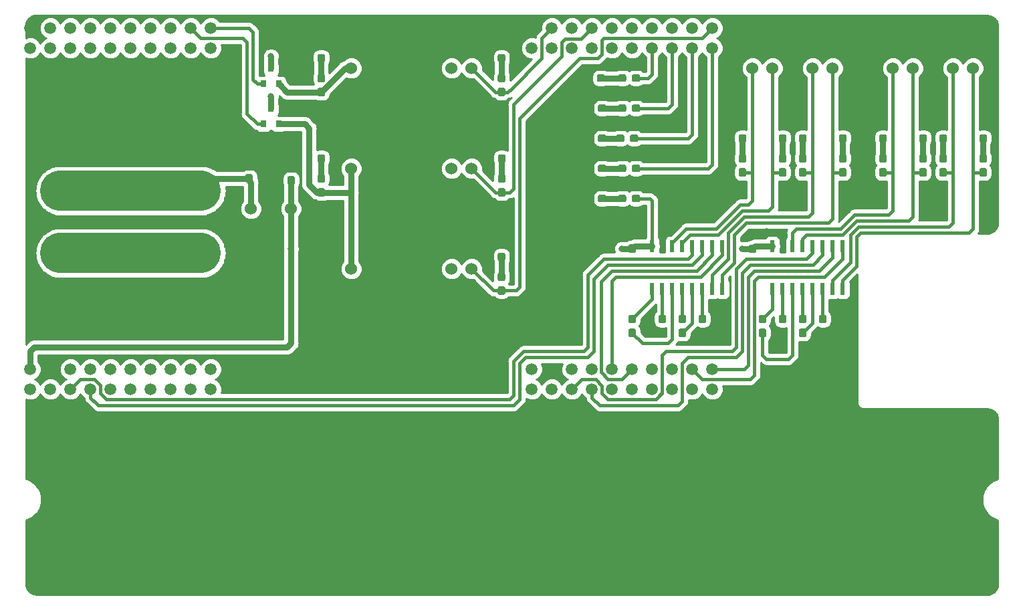
<source format=gbr>
G04 #@! TF.GenerationSoftware,KiCad,Pcbnew,(5.0.2)-1*
G04 #@! TF.CreationDate,2019-03-03T16:13:39-06:00*
G04 #@! TF.ProjectId,ArmDriveBoard_Hardware,41726d44-7269-4766-9542-6f6172645f48,rev?*
G04 #@! TF.SameCoordinates,Original*
G04 #@! TF.FileFunction,Copper,L1,Top*
G04 #@! TF.FilePolarity,Positive*
%FSLAX46Y46*%
G04 Gerber Fmt 4.6, Leading zero omitted, Abs format (unit mm)*
G04 Created by KiCad (PCBNEW (5.0.2)-1) date 3/3/2019 4:13:39 PM*
%MOMM*%
%LPD*%
G01*
G04 APERTURE LIST*
G04 #@! TA.AperFunction,ComponentPad*
%ADD10C,1.520000*%
G04 #@! TD*
G04 #@! TA.AperFunction,SMDPad,CuDef*
%ADD11R,0.600000X1.500000*%
G04 #@! TD*
G04 #@! TA.AperFunction,Conductor*
%ADD12C,0.100000*%
G04 #@! TD*
G04 #@! TA.AperFunction,SMDPad,CuDef*
%ADD13C,0.950000*%
G04 #@! TD*
G04 #@! TA.AperFunction,ComponentPad*
%ADD14C,1.524000*%
G04 #@! TD*
G04 #@! TA.AperFunction,SMDPad,CuDef*
%ADD15R,0.800000X0.900000*%
G04 #@! TD*
G04 #@! TA.AperFunction,ComponentPad*
%ADD16C,5.080000*%
G04 #@! TD*
G04 #@! TA.AperFunction,ViaPad*
%ADD17C,0.800000*%
G04 #@! TD*
G04 #@! TA.AperFunction,Conductor*
%ADD18C,0.762000*%
G04 #@! TD*
G04 #@! TA.AperFunction,Conductor*
%ADD19C,0.381000*%
G04 #@! TD*
G04 #@! TA.AperFunction,Conductor*
%ADD20C,5.080000*%
G04 #@! TD*
G04 #@! TA.AperFunction,Conductor*
%ADD21C,0.254000*%
G04 #@! TD*
G04 APERTURE END LIST*
D10*
G04 #@! TO.P,U1,PP2*
G04 #@! TO.N,Solenoid_Control*
X144780000Y-76200000D03*
G04 #@! TO.P,U1,PN3*
G04 #@! TO.N,Laser_Control*
X142240000Y-76200000D03*
G04 #@! TO.P,U1,PN2*
G04 #@! TO.N,Net-(U1-PadPN2)*
X139700000Y-76200000D03*
G04 #@! TO.P,U1,PD0*
G04 #@! TO.N,Net-(U1-PadPD0)*
X137160000Y-76200000D03*
G04 #@! TO.P,U1,PD1*
G04 #@! TO.N,Net-(U1-PadPD1)*
X134620000Y-76200000D03*
G04 #@! TO.P,U1,Rese*
G04 #@! TO.N,Net-(U1-PadRese)*
X132080000Y-76200000D03*
G04 #@! TO.P,U1,PH3*
G04 #@! TO.N,Net-(U1-PadPH3)*
X129540000Y-76200000D03*
G04 #@! TO.P,U1,PH2*
G04 #@! TO.N,Net-(U1-PadPH2)*
X127000000Y-76200000D03*
G04 #@! TO.P,U1,PM3*
G04 #@! TO.N,Net-(U1-PadPM3)*
X124460000Y-76200000D03*
G04 #@! TO.P,U1,GND*
G04 #@! TO.N,GND*
X121920000Y-76200000D03*
G04 #@! TO.P,U1,PL3*
G04 #@! TO.N,Net-(U1-PadPL3)*
X144780000Y-78740000D03*
G04 #@! TO.P,U1,PL2*
G04 #@! TO.N,Net-(U1-PadPL2)*
X142240000Y-78740000D03*
G04 #@! TO.P,U1,PL1*
G04 #@! TO.N,Net-(U1-PadPL1)*
X139700000Y-78740000D03*
G04 #@! TO.P,U1,PL0*
G04 #@! TO.N,Net-(U1-PadPL0)*
X137160000Y-78740000D03*
G04 #@! TO.P,U1,PL5*
G04 #@! TO.N,Net-(U1-PadPL5)*
X134620000Y-78740000D03*
G04 #@! TO.P,U1,PL4*
G04 #@! TO.N,Net-(U1-PadPL4)*
X132080000Y-78740000D03*
G04 #@! TO.P,U1,PG0*
G04 #@! TO.N,Net-(U1-PadPG0)*
X129540000Y-78740000D03*
G04 #@! TO.P,U1,PF3*
G04 #@! TO.N,Net-(U1-PadPF3)*
X127000000Y-78740000D03*
G04 #@! TO.P,U1,PF2*
G04 #@! TO.N,Net-(U1-PadPF2)*
X124460000Y-78740000D03*
G04 #@! TO.P,U1,PF1*
G04 #@! TO.N,Net-(U1-PadPF1)*
X121920000Y-78740000D03*
G04 #@! TO.P,U1,PB3*
G04 #@! TO.N,Net-(U1-PadPB3)*
X144780000Y-121920000D03*
G04 #@! TO.P,U1,PB2*
G04 #@! TO.N,Net-(U1-PadPB2)*
X142240000Y-121920000D03*
G04 #@! TO.P,U1,PC7*
G04 #@! TO.N,Net-(U1-PadPC7)*
X139700000Y-121920000D03*
G04 #@! TO.P,U1,PD3*
G04 #@! TO.N,Net-(U1-PadPD3)*
X137160000Y-121920000D03*
G04 #@! TO.P,U1,PE5*
G04 #@! TO.N,Net-(U1-PadPE5)*
X134620000Y-121920000D03*
G04 #@! TO.P,U1,PC6*
G04 #@! TO.N,Net-(U1-PadPC6)*
X132080000Y-121920000D03*
G04 #@! TO.P,U1,PC5*
G04 #@! TO.N,TX_4_IC*
X129540000Y-121920000D03*
G04 #@! TO.P,U1,PC4*
G04 #@! TO.N,RX_4_IC*
X127000000Y-121920000D03*
G04 #@! TO.P,U1,PE4*
G04 #@! TO.N,Net-(U1-PadPE4)*
X124460000Y-121920000D03*
G04 #@! TO.P,U1,+3V3*
G04 #@! TO.N,Net-(U1-Pad+3V3)*
X121920000Y-121920000D03*
G04 #@! TO.P,U1,PM5*
G04 #@! TO.N,Net-(U1-PadPM5)*
X144780000Y-119380000D03*
G04 #@! TO.P,U1,PM4*
G04 #@! TO.N,Net-(U1-PadPM4)*
X142240000Y-119380000D03*
G04 #@! TO.P,U1,PA6*
G04 #@! TO.N,Net-(U1-PadPA6)*
X139700000Y-119380000D03*
G04 #@! TO.P,U1,PD7*
G04 #@! TO.N,Net-(U1-PadPD7)*
X137160000Y-119380000D03*
G04 #@! TO.P,U1,PE3*
G04 #@! TO.N,Net-(U1-PadPE3)*
X134620000Y-119380000D03*
G04 #@! TO.P,U1,PE2*
G04 #@! TO.N,Net-(U1-PadPE2)*
X132080000Y-119380000D03*
G04 #@! TO.P,U1,PE1*
G04 #@! TO.N,Net-(U1-PadPE1)*
X129540000Y-119380000D03*
G04 #@! TO.P,U1,PE0*
G04 #@! TO.N,Net-(U1-PadPE0)*
X127000000Y-119380000D03*
G04 #@! TO.P,U1,GND*
G04 #@! TO.N,GND*
X124460000Y-119380000D03*
G04 #@! TO.P,U1,+5V*
G04 #@! TO.N,+5V*
X121920000Y-119380000D03*
G04 #@! TO.P,U1,PP5*
G04 #@! TO.N,Net-(U1-PadPP5)*
X190500000Y-76200000D03*
G04 #@! TO.P,U1,PM7*
G04 #@! TO.N,Servo1_PWM*
X187960000Y-76200000D03*
G04 #@! TO.P,U1,GND*
G04 #@! TO.N,GND*
X185420000Y-76200000D03*
G04 #@! TO.P,U1,PK7*
G04 #@! TO.N,SW_IND_ERR*
X208280000Y-78740000D03*
G04 #@! TO.P,U1,PK6*
G04 #@! TO.N,SW_IND_3*
X205740000Y-78740000D03*
G04 #@! TO.P,U1,PH1*
G04 #@! TO.N,SW_IND_2*
X203200000Y-78740000D03*
G04 #@! TO.P,U1,PH0*
G04 #@! TO.N,SW_IND_1*
X200660000Y-78740000D03*
G04 #@! TO.P,U1,PM2*
G04 #@! TO.N,Net-(U1-PadPM2)*
X198120000Y-78740000D03*
G04 #@! TO.P,U1,PM1*
G04 #@! TO.N,Net-(U1-PadPM1)*
X195580000Y-78740000D03*
G04 #@! TO.P,U1,PM0*
G04 #@! TO.N,Net-(U1-PadPM0)*
X193040000Y-78740000D03*
G04 #@! TO.P,U1,PK5*
G04 #@! TO.N,Net-(U1-PadPK5)*
X190500000Y-78740000D03*
G04 #@! TO.P,U1,PK4*
G04 #@! TO.N,Net-(U1-PadPK4)*
X187960000Y-78740000D03*
G04 #@! TO.P,U1,PG1*
G04 #@! TO.N,Net-(U1-PadPG1)*
X185420000Y-78740000D03*
G04 #@! TO.P,U1,PN4*
G04 #@! TO.N,Net-(U1-PadPN4)*
X208280000Y-121920000D03*
G04 #@! TO.P,U1,PP4*
G04 #@! TO.N,Net-(U1-PadPP4)*
X203200000Y-121920000D03*
G04 #@! TO.P,U1,PD5*
G04 #@! TO.N,Net-(U1-PadPD5)*
X198120000Y-121920000D03*
G04 #@! TO.P,U1,PD4*
G04 #@! TO.N,Net-(U1-PadPD4)*
X195580000Y-121920000D03*
G04 #@! TO.P,U1,PP1*
G04 #@! TO.N,TX_2_IC*
X193040000Y-121920000D03*
G04 #@! TO.P,U1,PP0*
G04 #@! TO.N,RX_2_IC*
X190500000Y-121920000D03*
G04 #@! TO.P,U1,PD2*
G04 #@! TO.N,Net-(U1-PadPD2)*
X187960000Y-121920000D03*
G04 #@! TO.P,U1,PA5*
G04 #@! TO.N,TX_1_IC*
X208280000Y-119380000D03*
G04 #@! TO.P,U1,PK3*
G04 #@! TO.N,Net-(U1-PadPK3)*
X203200000Y-119380000D03*
G04 #@! TO.P,U1,PB5*
G04 #@! TO.N,Net-(U1-PadPB5)*
X193040000Y-119380000D03*
G04 #@! TO.P,U1,PB4*
G04 #@! TO.N,Net-(U1-PadPB4)*
X190500000Y-119380000D03*
G04 #@! TO.P,U1,GND*
G04 #@! TO.N,GND*
X187960000Y-119380000D03*
G04 #@! TO.P,U1,+5V`*
G04 #@! TO.N,N/C*
X185420000Y-119380000D03*
G04 #@! TO.P,U1,PK1*
G04 #@! TO.N,TX_3_IC*
X198120000Y-119380000D03*
G04 #@! TO.P,U1,PK2*
G04 #@! TO.N,Net-(U1-PadPK2)*
X200660000Y-119380000D03*
G04 #@! TO.P,U1,PN5*
G04 #@! TO.N,Net-(U1-PadPN5)*
X205740000Y-121920000D03*
G04 #@! TO.P,U1,PA7*
G04 #@! TO.N,Servo2_PWM*
X193040000Y-76200000D03*
G04 #@! TO.P,U1,Rese`*
G04 #@! TO.N,N/C*
X195580000Y-76200000D03*
G04 #@! TO.P,U1,PA4*
G04 #@! TO.N,RX_1_IC*
X205740000Y-119380000D03*
G04 #@! TO.P,U1,PQ0*
G04 #@! TO.N,Net-(U1-PadPQ0)*
X200660000Y-121920000D03*
G04 #@! TO.P,U1,PP3*
G04 #@! TO.N,Net-(U1-PadPP3)*
X203200000Y-76200000D03*
G04 #@! TO.P,U1,PQ3*
G04 #@! TO.N,Net-(U1-PadPQ3)*
X200660000Y-76200000D03*
G04 #@! TO.P,U1,PK0*
G04 #@! TO.N,RX_3_IC*
X195580000Y-119380000D03*
G04 #@! TO.P,U1,PQ2*
G04 #@! TO.N,Net-(U1-PadPQ2)*
X198120000Y-76200000D03*
G04 #@! TO.P,U1,PQ1*
G04 #@! TO.N,Net-(U1-PadPQ1)*
X205740000Y-76200000D03*
G04 #@! TO.P,U1,PM6*
G04 #@! TO.N,Servo3_PWM*
X208280000Y-76200000D03*
G04 #@! TO.P,U1,+3V3`*
G04 #@! TO.N,Net-(U1-Pad+3V3`)*
X185420000Y-121920000D03*
G04 #@! TD*
D11*
G04 #@! TO.P,U2,16*
G04 #@! TO.N,+5V*
X215900000Y-103820000D03*
G04 #@! TO.P,U2,15*
G04 #@! TO.N,GND*
X217170000Y-103820000D03*
G04 #@! TO.P,U2,14*
G04 #@! TO.N,TX_2_SL*
X218440000Y-103820000D03*
G04 #@! TO.P,U2,13*
G04 #@! TO.N,RX_2_SL*
X219710000Y-103820000D03*
G04 #@! TO.P,U2,12*
G04 #@! TO.N,RX_2_IC*
X220980000Y-103820000D03*
G04 #@! TO.P,U2,11*
G04 #@! TO.N,TX_2_IC*
X222250000Y-103820000D03*
G04 #@! TO.P,U2,10*
G04 #@! TO.N,TX_1_IC*
X223520000Y-103820000D03*
G04 #@! TO.P,U2,9*
G04 #@! TO.N,RX_1_IC*
X224790000Y-103820000D03*
G04 #@! TO.P,U2,8*
G04 #@! TO.N,RX_1_SL*
X224790000Y-109220000D03*
G04 #@! TO.P,U2,7*
G04 #@! TO.N,TX_1_SL*
X223520000Y-109220000D03*
G04 #@! TO.P,U2,6*
G04 #@! TO.N,Net-(C2-Pad1)*
X222250000Y-109220000D03*
G04 #@! TO.P,U2,5*
G04 #@! TO.N,Net-(C5-Pad2)*
X220980000Y-109220000D03*
G04 #@! TO.P,U2,4*
G04 #@! TO.N,Net-(C5-Pad1)*
X219710000Y-109220000D03*
G04 #@! TO.P,U2,3*
G04 #@! TO.N,Net-(C4-Pad2)*
X218440000Y-109220000D03*
G04 #@! TO.P,U2,2*
G04 #@! TO.N,Net-(C1-Pad1)*
X217170000Y-109220000D03*
G04 #@! TO.P,U2,1*
G04 #@! TO.N,Net-(C4-Pad1)*
X215900000Y-109220000D03*
G04 #@! TD*
D12*
G04 #@! TO.N,GND*
G04 #@! TO.C,C12*
G36*
X213620779Y-101866144D02*
X213643834Y-101869563D01*
X213666443Y-101875227D01*
X213688387Y-101883079D01*
X213709457Y-101893044D01*
X213729448Y-101905026D01*
X213748168Y-101918910D01*
X213765438Y-101934562D01*
X213781090Y-101951832D01*
X213794974Y-101970552D01*
X213806956Y-101990543D01*
X213816921Y-102011613D01*
X213824773Y-102033557D01*
X213830437Y-102056166D01*
X213833856Y-102079221D01*
X213835000Y-102102500D01*
X213835000Y-102677500D01*
X213833856Y-102700779D01*
X213830437Y-102723834D01*
X213824773Y-102746443D01*
X213816921Y-102768387D01*
X213806956Y-102789457D01*
X213794974Y-102809448D01*
X213781090Y-102828168D01*
X213765438Y-102845438D01*
X213748168Y-102861090D01*
X213729448Y-102874974D01*
X213709457Y-102886956D01*
X213688387Y-102896921D01*
X213666443Y-102904773D01*
X213643834Y-102910437D01*
X213620779Y-102913856D01*
X213597500Y-102915000D01*
X213122500Y-102915000D01*
X213099221Y-102913856D01*
X213076166Y-102910437D01*
X213053557Y-102904773D01*
X213031613Y-102896921D01*
X213010543Y-102886956D01*
X212990552Y-102874974D01*
X212971832Y-102861090D01*
X212954562Y-102845438D01*
X212938910Y-102828168D01*
X212925026Y-102809448D01*
X212913044Y-102789457D01*
X212903079Y-102768387D01*
X212895227Y-102746443D01*
X212889563Y-102723834D01*
X212886144Y-102700779D01*
X212885000Y-102677500D01*
X212885000Y-102102500D01*
X212886144Y-102079221D01*
X212889563Y-102056166D01*
X212895227Y-102033557D01*
X212903079Y-102011613D01*
X212913044Y-101990543D01*
X212925026Y-101970552D01*
X212938910Y-101951832D01*
X212954562Y-101934562D01*
X212971832Y-101918910D01*
X212990552Y-101905026D01*
X213010543Y-101893044D01*
X213031613Y-101883079D01*
X213053557Y-101875227D01*
X213076166Y-101869563D01*
X213099221Y-101866144D01*
X213122500Y-101865000D01*
X213597500Y-101865000D01*
X213620779Y-101866144D01*
X213620779Y-101866144D01*
G37*
D13*
G04 #@! TD*
G04 #@! TO.P,C12,2*
G04 #@! TO.N,GND*
X213360000Y-102390000D03*
D12*
G04 #@! TO.N,+5V*
G04 #@! TO.C,C12*
G36*
X213620779Y-103616144D02*
X213643834Y-103619563D01*
X213666443Y-103625227D01*
X213688387Y-103633079D01*
X213709457Y-103643044D01*
X213729448Y-103655026D01*
X213748168Y-103668910D01*
X213765438Y-103684562D01*
X213781090Y-103701832D01*
X213794974Y-103720552D01*
X213806956Y-103740543D01*
X213816921Y-103761613D01*
X213824773Y-103783557D01*
X213830437Y-103806166D01*
X213833856Y-103829221D01*
X213835000Y-103852500D01*
X213835000Y-104427500D01*
X213833856Y-104450779D01*
X213830437Y-104473834D01*
X213824773Y-104496443D01*
X213816921Y-104518387D01*
X213806956Y-104539457D01*
X213794974Y-104559448D01*
X213781090Y-104578168D01*
X213765438Y-104595438D01*
X213748168Y-104611090D01*
X213729448Y-104624974D01*
X213709457Y-104636956D01*
X213688387Y-104646921D01*
X213666443Y-104654773D01*
X213643834Y-104660437D01*
X213620779Y-104663856D01*
X213597500Y-104665000D01*
X213122500Y-104665000D01*
X213099221Y-104663856D01*
X213076166Y-104660437D01*
X213053557Y-104654773D01*
X213031613Y-104646921D01*
X213010543Y-104636956D01*
X212990552Y-104624974D01*
X212971832Y-104611090D01*
X212954562Y-104595438D01*
X212938910Y-104578168D01*
X212925026Y-104559448D01*
X212913044Y-104539457D01*
X212903079Y-104518387D01*
X212895227Y-104496443D01*
X212889563Y-104473834D01*
X212886144Y-104450779D01*
X212885000Y-104427500D01*
X212885000Y-103852500D01*
X212886144Y-103829221D01*
X212889563Y-103806166D01*
X212895227Y-103783557D01*
X212903079Y-103761613D01*
X212913044Y-103740543D01*
X212925026Y-103720552D01*
X212938910Y-103701832D01*
X212954562Y-103684562D01*
X212971832Y-103668910D01*
X212990552Y-103655026D01*
X213010543Y-103643044D01*
X213031613Y-103633079D01*
X213053557Y-103625227D01*
X213076166Y-103619563D01*
X213099221Y-103616144D01*
X213122500Y-103615000D01*
X213597500Y-103615000D01*
X213620779Y-103616144D01*
X213620779Y-103616144D01*
G37*
D13*
G04 #@! TD*
G04 #@! TO.P,C12,1*
G04 #@! TO.N,+5V*
X213360000Y-104140000D03*
D14*
G04 #@! TO.P,Conn7,3*
G04 #@! TO.N,Servo1_PWM*
X177800000Y-81280000D03*
G04 #@! TO.P,Conn7,2*
G04 #@! TO.N,+5V*
X175260000Y-81280000D03*
G04 #@! TO.P,Conn7,1*
G04 #@! TO.N,GND*
X172720000Y-81280000D03*
G04 #@! TD*
G04 #@! TO.P,Conn2,5*
G04 #@! TO.N,RX_1_SL*
X241300000Y-81280000D03*
G04 #@! TO.P,Conn2,4*
G04 #@! TO.N,TX_1_SL*
X238760000Y-81280000D03*
G04 #@! TO.P,Conn2,3*
G04 #@! TO.N,GND*
X236220000Y-81280000D03*
G04 #@! TO.P,Conn2,2*
G04 #@! TO.N,RX_2_SL*
X233680000Y-81280000D03*
G04 #@! TO.P,Conn2,1*
G04 #@! TO.N,TX_2_SL*
X231140000Y-81280000D03*
G04 #@! TD*
G04 #@! TO.P,Conn3,5*
G04 #@! TO.N,RX_3_SL*
X223520000Y-81280000D03*
G04 #@! TO.P,Conn3,4*
G04 #@! TO.N,TX_3_SL*
X220980000Y-81280000D03*
G04 #@! TO.P,Conn3,3*
G04 #@! TO.N,GND*
X218440000Y-81280000D03*
G04 #@! TO.P,Conn3,2*
G04 #@! TO.N,RX_4_SL*
X215900000Y-81280000D03*
G04 #@! TO.P,Conn3,1*
G04 #@! TO.N,TX_4_SL*
X213360000Y-81280000D03*
G04 #@! TD*
D12*
G04 #@! TO.N,Net-(D4-Pad2)*
G04 #@! TO.C,D4*
G36*
X230130779Y-89646144D02*
X230153834Y-89649563D01*
X230176443Y-89655227D01*
X230198387Y-89663079D01*
X230219457Y-89673044D01*
X230239448Y-89685026D01*
X230258168Y-89698910D01*
X230275438Y-89714562D01*
X230291090Y-89731832D01*
X230304974Y-89750552D01*
X230316956Y-89770543D01*
X230326921Y-89791613D01*
X230334773Y-89813557D01*
X230340437Y-89836166D01*
X230343856Y-89859221D01*
X230345000Y-89882500D01*
X230345000Y-90457500D01*
X230343856Y-90480779D01*
X230340437Y-90503834D01*
X230334773Y-90526443D01*
X230326921Y-90548387D01*
X230316956Y-90569457D01*
X230304974Y-90589448D01*
X230291090Y-90608168D01*
X230275438Y-90625438D01*
X230258168Y-90641090D01*
X230239448Y-90654974D01*
X230219457Y-90666956D01*
X230198387Y-90676921D01*
X230176443Y-90684773D01*
X230153834Y-90690437D01*
X230130779Y-90693856D01*
X230107500Y-90695000D01*
X229632500Y-90695000D01*
X229609221Y-90693856D01*
X229586166Y-90690437D01*
X229563557Y-90684773D01*
X229541613Y-90676921D01*
X229520543Y-90666956D01*
X229500552Y-90654974D01*
X229481832Y-90641090D01*
X229464562Y-90625438D01*
X229448910Y-90608168D01*
X229435026Y-90589448D01*
X229423044Y-90569457D01*
X229413079Y-90548387D01*
X229405227Y-90526443D01*
X229399563Y-90503834D01*
X229396144Y-90480779D01*
X229395000Y-90457500D01*
X229395000Y-89882500D01*
X229396144Y-89859221D01*
X229399563Y-89836166D01*
X229405227Y-89813557D01*
X229413079Y-89791613D01*
X229423044Y-89770543D01*
X229435026Y-89750552D01*
X229448910Y-89731832D01*
X229464562Y-89714562D01*
X229481832Y-89698910D01*
X229500552Y-89685026D01*
X229520543Y-89673044D01*
X229541613Y-89663079D01*
X229563557Y-89655227D01*
X229586166Y-89649563D01*
X229609221Y-89646144D01*
X229632500Y-89645000D01*
X230107500Y-89645000D01*
X230130779Y-89646144D01*
X230130779Y-89646144D01*
G37*
D13*
G04 #@! TD*
G04 #@! TO.P,D4,2*
G04 #@! TO.N,Net-(D4-Pad2)*
X229870000Y-90170000D03*
D12*
G04 #@! TO.N,GND*
G04 #@! TO.C,D4*
G36*
X230130779Y-87896144D02*
X230153834Y-87899563D01*
X230176443Y-87905227D01*
X230198387Y-87913079D01*
X230219457Y-87923044D01*
X230239448Y-87935026D01*
X230258168Y-87948910D01*
X230275438Y-87964562D01*
X230291090Y-87981832D01*
X230304974Y-88000552D01*
X230316956Y-88020543D01*
X230326921Y-88041613D01*
X230334773Y-88063557D01*
X230340437Y-88086166D01*
X230343856Y-88109221D01*
X230345000Y-88132500D01*
X230345000Y-88707500D01*
X230343856Y-88730779D01*
X230340437Y-88753834D01*
X230334773Y-88776443D01*
X230326921Y-88798387D01*
X230316956Y-88819457D01*
X230304974Y-88839448D01*
X230291090Y-88858168D01*
X230275438Y-88875438D01*
X230258168Y-88891090D01*
X230239448Y-88904974D01*
X230219457Y-88916956D01*
X230198387Y-88926921D01*
X230176443Y-88934773D01*
X230153834Y-88940437D01*
X230130779Y-88943856D01*
X230107500Y-88945000D01*
X229632500Y-88945000D01*
X229609221Y-88943856D01*
X229586166Y-88940437D01*
X229563557Y-88934773D01*
X229541613Y-88926921D01*
X229520543Y-88916956D01*
X229500552Y-88904974D01*
X229481832Y-88891090D01*
X229464562Y-88875438D01*
X229448910Y-88858168D01*
X229435026Y-88839448D01*
X229423044Y-88819457D01*
X229413079Y-88798387D01*
X229405227Y-88776443D01*
X229399563Y-88753834D01*
X229396144Y-88730779D01*
X229395000Y-88707500D01*
X229395000Y-88132500D01*
X229396144Y-88109221D01*
X229399563Y-88086166D01*
X229405227Y-88063557D01*
X229413079Y-88041613D01*
X229423044Y-88020543D01*
X229435026Y-88000552D01*
X229448910Y-87981832D01*
X229464562Y-87964562D01*
X229481832Y-87948910D01*
X229500552Y-87935026D01*
X229520543Y-87923044D01*
X229541613Y-87913079D01*
X229563557Y-87905227D01*
X229586166Y-87899563D01*
X229609221Y-87896144D01*
X229632500Y-87895000D01*
X230107500Y-87895000D01*
X230130779Y-87896144D01*
X230130779Y-87896144D01*
G37*
D13*
G04 #@! TD*
G04 #@! TO.P,D4,1*
G04 #@! TO.N,GND*
X229870000Y-88420000D03*
D12*
G04 #@! TO.N,GND*
G04 #@! TO.C,C1*
G36*
X217430779Y-114256144D02*
X217453834Y-114259563D01*
X217476443Y-114265227D01*
X217498387Y-114273079D01*
X217519457Y-114283044D01*
X217539448Y-114295026D01*
X217558168Y-114308910D01*
X217575438Y-114324562D01*
X217591090Y-114341832D01*
X217604974Y-114360552D01*
X217616956Y-114380543D01*
X217626921Y-114401613D01*
X217634773Y-114423557D01*
X217640437Y-114446166D01*
X217643856Y-114469221D01*
X217645000Y-114492500D01*
X217645000Y-115067500D01*
X217643856Y-115090779D01*
X217640437Y-115113834D01*
X217634773Y-115136443D01*
X217626921Y-115158387D01*
X217616956Y-115179457D01*
X217604974Y-115199448D01*
X217591090Y-115218168D01*
X217575438Y-115235438D01*
X217558168Y-115251090D01*
X217539448Y-115264974D01*
X217519457Y-115276956D01*
X217498387Y-115286921D01*
X217476443Y-115294773D01*
X217453834Y-115300437D01*
X217430779Y-115303856D01*
X217407500Y-115305000D01*
X216932500Y-115305000D01*
X216909221Y-115303856D01*
X216886166Y-115300437D01*
X216863557Y-115294773D01*
X216841613Y-115286921D01*
X216820543Y-115276956D01*
X216800552Y-115264974D01*
X216781832Y-115251090D01*
X216764562Y-115235438D01*
X216748910Y-115218168D01*
X216735026Y-115199448D01*
X216723044Y-115179457D01*
X216713079Y-115158387D01*
X216705227Y-115136443D01*
X216699563Y-115113834D01*
X216696144Y-115090779D01*
X216695000Y-115067500D01*
X216695000Y-114492500D01*
X216696144Y-114469221D01*
X216699563Y-114446166D01*
X216705227Y-114423557D01*
X216713079Y-114401613D01*
X216723044Y-114380543D01*
X216735026Y-114360552D01*
X216748910Y-114341832D01*
X216764562Y-114324562D01*
X216781832Y-114308910D01*
X216800552Y-114295026D01*
X216820543Y-114283044D01*
X216841613Y-114273079D01*
X216863557Y-114265227D01*
X216886166Y-114259563D01*
X216909221Y-114256144D01*
X216932500Y-114255000D01*
X217407500Y-114255000D01*
X217430779Y-114256144D01*
X217430779Y-114256144D01*
G37*
D13*
G04 #@! TD*
G04 #@! TO.P,C1,2*
G04 #@! TO.N,GND*
X217170000Y-114780000D03*
D12*
G04 #@! TO.N,Net-(C1-Pad1)*
G04 #@! TO.C,C1*
G36*
X217430779Y-112506144D02*
X217453834Y-112509563D01*
X217476443Y-112515227D01*
X217498387Y-112523079D01*
X217519457Y-112533044D01*
X217539448Y-112545026D01*
X217558168Y-112558910D01*
X217575438Y-112574562D01*
X217591090Y-112591832D01*
X217604974Y-112610552D01*
X217616956Y-112630543D01*
X217626921Y-112651613D01*
X217634773Y-112673557D01*
X217640437Y-112696166D01*
X217643856Y-112719221D01*
X217645000Y-112742500D01*
X217645000Y-113317500D01*
X217643856Y-113340779D01*
X217640437Y-113363834D01*
X217634773Y-113386443D01*
X217626921Y-113408387D01*
X217616956Y-113429457D01*
X217604974Y-113449448D01*
X217591090Y-113468168D01*
X217575438Y-113485438D01*
X217558168Y-113501090D01*
X217539448Y-113514974D01*
X217519457Y-113526956D01*
X217498387Y-113536921D01*
X217476443Y-113544773D01*
X217453834Y-113550437D01*
X217430779Y-113553856D01*
X217407500Y-113555000D01*
X216932500Y-113555000D01*
X216909221Y-113553856D01*
X216886166Y-113550437D01*
X216863557Y-113544773D01*
X216841613Y-113536921D01*
X216820543Y-113526956D01*
X216800552Y-113514974D01*
X216781832Y-113501090D01*
X216764562Y-113485438D01*
X216748910Y-113468168D01*
X216735026Y-113449448D01*
X216723044Y-113429457D01*
X216713079Y-113408387D01*
X216705227Y-113386443D01*
X216699563Y-113363834D01*
X216696144Y-113340779D01*
X216695000Y-113317500D01*
X216695000Y-112742500D01*
X216696144Y-112719221D01*
X216699563Y-112696166D01*
X216705227Y-112673557D01*
X216713079Y-112651613D01*
X216723044Y-112630543D01*
X216735026Y-112610552D01*
X216748910Y-112591832D01*
X216764562Y-112574562D01*
X216781832Y-112558910D01*
X216800552Y-112545026D01*
X216820543Y-112533044D01*
X216841613Y-112523079D01*
X216863557Y-112515227D01*
X216886166Y-112509563D01*
X216909221Y-112506144D01*
X216932500Y-112505000D01*
X217407500Y-112505000D01*
X217430779Y-112506144D01*
X217430779Y-112506144D01*
G37*
D13*
G04 #@! TD*
G04 #@! TO.P,C1,1*
G04 #@! TO.N,Net-(C1-Pad1)*
X217170000Y-113030000D03*
D12*
G04 #@! TO.N,GND*
G04 #@! TO.C,C2*
G36*
X222510779Y-114256144D02*
X222533834Y-114259563D01*
X222556443Y-114265227D01*
X222578387Y-114273079D01*
X222599457Y-114283044D01*
X222619448Y-114295026D01*
X222638168Y-114308910D01*
X222655438Y-114324562D01*
X222671090Y-114341832D01*
X222684974Y-114360552D01*
X222696956Y-114380543D01*
X222706921Y-114401613D01*
X222714773Y-114423557D01*
X222720437Y-114446166D01*
X222723856Y-114469221D01*
X222725000Y-114492500D01*
X222725000Y-115067500D01*
X222723856Y-115090779D01*
X222720437Y-115113834D01*
X222714773Y-115136443D01*
X222706921Y-115158387D01*
X222696956Y-115179457D01*
X222684974Y-115199448D01*
X222671090Y-115218168D01*
X222655438Y-115235438D01*
X222638168Y-115251090D01*
X222619448Y-115264974D01*
X222599457Y-115276956D01*
X222578387Y-115286921D01*
X222556443Y-115294773D01*
X222533834Y-115300437D01*
X222510779Y-115303856D01*
X222487500Y-115305000D01*
X222012500Y-115305000D01*
X221989221Y-115303856D01*
X221966166Y-115300437D01*
X221943557Y-115294773D01*
X221921613Y-115286921D01*
X221900543Y-115276956D01*
X221880552Y-115264974D01*
X221861832Y-115251090D01*
X221844562Y-115235438D01*
X221828910Y-115218168D01*
X221815026Y-115199448D01*
X221803044Y-115179457D01*
X221793079Y-115158387D01*
X221785227Y-115136443D01*
X221779563Y-115113834D01*
X221776144Y-115090779D01*
X221775000Y-115067500D01*
X221775000Y-114492500D01*
X221776144Y-114469221D01*
X221779563Y-114446166D01*
X221785227Y-114423557D01*
X221793079Y-114401613D01*
X221803044Y-114380543D01*
X221815026Y-114360552D01*
X221828910Y-114341832D01*
X221844562Y-114324562D01*
X221861832Y-114308910D01*
X221880552Y-114295026D01*
X221900543Y-114283044D01*
X221921613Y-114273079D01*
X221943557Y-114265227D01*
X221966166Y-114259563D01*
X221989221Y-114256144D01*
X222012500Y-114255000D01*
X222487500Y-114255000D01*
X222510779Y-114256144D01*
X222510779Y-114256144D01*
G37*
D13*
G04 #@! TD*
G04 #@! TO.P,C2,2*
G04 #@! TO.N,GND*
X222250000Y-114780000D03*
D12*
G04 #@! TO.N,Net-(C2-Pad1)*
G04 #@! TO.C,C2*
G36*
X222510779Y-112506144D02*
X222533834Y-112509563D01*
X222556443Y-112515227D01*
X222578387Y-112523079D01*
X222599457Y-112533044D01*
X222619448Y-112545026D01*
X222638168Y-112558910D01*
X222655438Y-112574562D01*
X222671090Y-112591832D01*
X222684974Y-112610552D01*
X222696956Y-112630543D01*
X222706921Y-112651613D01*
X222714773Y-112673557D01*
X222720437Y-112696166D01*
X222723856Y-112719221D01*
X222725000Y-112742500D01*
X222725000Y-113317500D01*
X222723856Y-113340779D01*
X222720437Y-113363834D01*
X222714773Y-113386443D01*
X222706921Y-113408387D01*
X222696956Y-113429457D01*
X222684974Y-113449448D01*
X222671090Y-113468168D01*
X222655438Y-113485438D01*
X222638168Y-113501090D01*
X222619448Y-113514974D01*
X222599457Y-113526956D01*
X222578387Y-113536921D01*
X222556443Y-113544773D01*
X222533834Y-113550437D01*
X222510779Y-113553856D01*
X222487500Y-113555000D01*
X222012500Y-113555000D01*
X221989221Y-113553856D01*
X221966166Y-113550437D01*
X221943557Y-113544773D01*
X221921613Y-113536921D01*
X221900543Y-113526956D01*
X221880552Y-113514974D01*
X221861832Y-113501090D01*
X221844562Y-113485438D01*
X221828910Y-113468168D01*
X221815026Y-113449448D01*
X221803044Y-113429457D01*
X221793079Y-113408387D01*
X221785227Y-113386443D01*
X221779563Y-113363834D01*
X221776144Y-113340779D01*
X221775000Y-113317500D01*
X221775000Y-112742500D01*
X221776144Y-112719221D01*
X221779563Y-112696166D01*
X221785227Y-112673557D01*
X221793079Y-112651613D01*
X221803044Y-112630543D01*
X221815026Y-112610552D01*
X221828910Y-112591832D01*
X221844562Y-112574562D01*
X221861832Y-112558910D01*
X221880552Y-112545026D01*
X221900543Y-112533044D01*
X221921613Y-112523079D01*
X221943557Y-112515227D01*
X221966166Y-112509563D01*
X221989221Y-112506144D01*
X222012500Y-112505000D01*
X222487500Y-112505000D01*
X222510779Y-112506144D01*
X222510779Y-112506144D01*
G37*
D13*
G04 #@! TD*
G04 #@! TO.P,C2,1*
G04 #@! TO.N,Net-(C2-Pad1)*
X222250000Y-113030000D03*
D12*
G04 #@! TO.N,GND*
G04 #@! TO.C,C3*
G36*
X155200779Y-93202144D02*
X155223834Y-93205563D01*
X155246443Y-93211227D01*
X155268387Y-93219079D01*
X155289457Y-93229044D01*
X155309448Y-93241026D01*
X155328168Y-93254910D01*
X155345438Y-93270562D01*
X155361090Y-93287832D01*
X155374974Y-93306552D01*
X155386956Y-93326543D01*
X155396921Y-93347613D01*
X155404773Y-93369557D01*
X155410437Y-93392166D01*
X155413856Y-93415221D01*
X155415000Y-93438500D01*
X155415000Y-94013500D01*
X155413856Y-94036779D01*
X155410437Y-94059834D01*
X155404773Y-94082443D01*
X155396921Y-94104387D01*
X155386956Y-94125457D01*
X155374974Y-94145448D01*
X155361090Y-94164168D01*
X155345438Y-94181438D01*
X155328168Y-94197090D01*
X155309448Y-94210974D01*
X155289457Y-94222956D01*
X155268387Y-94232921D01*
X155246443Y-94240773D01*
X155223834Y-94246437D01*
X155200779Y-94249856D01*
X155177500Y-94251000D01*
X154702500Y-94251000D01*
X154679221Y-94249856D01*
X154656166Y-94246437D01*
X154633557Y-94240773D01*
X154611613Y-94232921D01*
X154590543Y-94222956D01*
X154570552Y-94210974D01*
X154551832Y-94197090D01*
X154534562Y-94181438D01*
X154518910Y-94164168D01*
X154505026Y-94145448D01*
X154493044Y-94125457D01*
X154483079Y-94104387D01*
X154475227Y-94082443D01*
X154469563Y-94059834D01*
X154466144Y-94036779D01*
X154465000Y-94013500D01*
X154465000Y-93438500D01*
X154466144Y-93415221D01*
X154469563Y-93392166D01*
X154475227Y-93369557D01*
X154483079Y-93347613D01*
X154493044Y-93326543D01*
X154505026Y-93306552D01*
X154518910Y-93287832D01*
X154534562Y-93270562D01*
X154551832Y-93254910D01*
X154570552Y-93241026D01*
X154590543Y-93229044D01*
X154611613Y-93219079D01*
X154633557Y-93211227D01*
X154656166Y-93205563D01*
X154679221Y-93202144D01*
X154702500Y-93201000D01*
X155177500Y-93201000D01*
X155200779Y-93202144D01*
X155200779Y-93202144D01*
G37*
D13*
G04 #@! TD*
G04 #@! TO.P,C3,2*
G04 #@! TO.N,GND*
X154940000Y-93726000D03*
D12*
G04 #@! TO.N,+5V*
G04 #@! TO.C,C3*
G36*
X155200779Y-94952144D02*
X155223834Y-94955563D01*
X155246443Y-94961227D01*
X155268387Y-94969079D01*
X155289457Y-94979044D01*
X155309448Y-94991026D01*
X155328168Y-95004910D01*
X155345438Y-95020562D01*
X155361090Y-95037832D01*
X155374974Y-95056552D01*
X155386956Y-95076543D01*
X155396921Y-95097613D01*
X155404773Y-95119557D01*
X155410437Y-95142166D01*
X155413856Y-95165221D01*
X155415000Y-95188500D01*
X155415000Y-95763500D01*
X155413856Y-95786779D01*
X155410437Y-95809834D01*
X155404773Y-95832443D01*
X155396921Y-95854387D01*
X155386956Y-95875457D01*
X155374974Y-95895448D01*
X155361090Y-95914168D01*
X155345438Y-95931438D01*
X155328168Y-95947090D01*
X155309448Y-95960974D01*
X155289457Y-95972956D01*
X155268387Y-95982921D01*
X155246443Y-95990773D01*
X155223834Y-95996437D01*
X155200779Y-95999856D01*
X155177500Y-96001000D01*
X154702500Y-96001000D01*
X154679221Y-95999856D01*
X154656166Y-95996437D01*
X154633557Y-95990773D01*
X154611613Y-95982921D01*
X154590543Y-95972956D01*
X154570552Y-95960974D01*
X154551832Y-95947090D01*
X154534562Y-95931438D01*
X154518910Y-95914168D01*
X154505026Y-95895448D01*
X154493044Y-95875457D01*
X154483079Y-95854387D01*
X154475227Y-95832443D01*
X154469563Y-95809834D01*
X154466144Y-95786779D01*
X154465000Y-95763500D01*
X154465000Y-95188500D01*
X154466144Y-95165221D01*
X154469563Y-95142166D01*
X154475227Y-95119557D01*
X154483079Y-95097613D01*
X154493044Y-95076543D01*
X154505026Y-95056552D01*
X154518910Y-95037832D01*
X154534562Y-95020562D01*
X154551832Y-95004910D01*
X154570552Y-94991026D01*
X154590543Y-94979044D01*
X154611613Y-94969079D01*
X154633557Y-94961227D01*
X154656166Y-94955563D01*
X154679221Y-94952144D01*
X154702500Y-94951000D01*
X155177500Y-94951000D01*
X155200779Y-94952144D01*
X155200779Y-94952144D01*
G37*
D13*
G04 #@! TD*
G04 #@! TO.P,C3,1*
G04 #@! TO.N,+5V*
X154940000Y-95476000D03*
D12*
G04 #@! TO.N,Net-(C4-Pad2)*
G04 #@! TO.C,C4*
G36*
X214890779Y-114256144D02*
X214913834Y-114259563D01*
X214936443Y-114265227D01*
X214958387Y-114273079D01*
X214979457Y-114283044D01*
X214999448Y-114295026D01*
X215018168Y-114308910D01*
X215035438Y-114324562D01*
X215051090Y-114341832D01*
X215064974Y-114360552D01*
X215076956Y-114380543D01*
X215086921Y-114401613D01*
X215094773Y-114423557D01*
X215100437Y-114446166D01*
X215103856Y-114469221D01*
X215105000Y-114492500D01*
X215105000Y-115067500D01*
X215103856Y-115090779D01*
X215100437Y-115113834D01*
X215094773Y-115136443D01*
X215086921Y-115158387D01*
X215076956Y-115179457D01*
X215064974Y-115199448D01*
X215051090Y-115218168D01*
X215035438Y-115235438D01*
X215018168Y-115251090D01*
X214999448Y-115264974D01*
X214979457Y-115276956D01*
X214958387Y-115286921D01*
X214936443Y-115294773D01*
X214913834Y-115300437D01*
X214890779Y-115303856D01*
X214867500Y-115305000D01*
X214392500Y-115305000D01*
X214369221Y-115303856D01*
X214346166Y-115300437D01*
X214323557Y-115294773D01*
X214301613Y-115286921D01*
X214280543Y-115276956D01*
X214260552Y-115264974D01*
X214241832Y-115251090D01*
X214224562Y-115235438D01*
X214208910Y-115218168D01*
X214195026Y-115199448D01*
X214183044Y-115179457D01*
X214173079Y-115158387D01*
X214165227Y-115136443D01*
X214159563Y-115113834D01*
X214156144Y-115090779D01*
X214155000Y-115067500D01*
X214155000Y-114492500D01*
X214156144Y-114469221D01*
X214159563Y-114446166D01*
X214165227Y-114423557D01*
X214173079Y-114401613D01*
X214183044Y-114380543D01*
X214195026Y-114360552D01*
X214208910Y-114341832D01*
X214224562Y-114324562D01*
X214241832Y-114308910D01*
X214260552Y-114295026D01*
X214280543Y-114283044D01*
X214301613Y-114273079D01*
X214323557Y-114265227D01*
X214346166Y-114259563D01*
X214369221Y-114256144D01*
X214392500Y-114255000D01*
X214867500Y-114255000D01*
X214890779Y-114256144D01*
X214890779Y-114256144D01*
G37*
D13*
G04 #@! TD*
G04 #@! TO.P,C4,2*
G04 #@! TO.N,Net-(C4-Pad2)*
X214630000Y-114780000D03*
D12*
G04 #@! TO.N,Net-(C4-Pad1)*
G04 #@! TO.C,C4*
G36*
X214890779Y-112506144D02*
X214913834Y-112509563D01*
X214936443Y-112515227D01*
X214958387Y-112523079D01*
X214979457Y-112533044D01*
X214999448Y-112545026D01*
X215018168Y-112558910D01*
X215035438Y-112574562D01*
X215051090Y-112591832D01*
X215064974Y-112610552D01*
X215076956Y-112630543D01*
X215086921Y-112651613D01*
X215094773Y-112673557D01*
X215100437Y-112696166D01*
X215103856Y-112719221D01*
X215105000Y-112742500D01*
X215105000Y-113317500D01*
X215103856Y-113340779D01*
X215100437Y-113363834D01*
X215094773Y-113386443D01*
X215086921Y-113408387D01*
X215076956Y-113429457D01*
X215064974Y-113449448D01*
X215051090Y-113468168D01*
X215035438Y-113485438D01*
X215018168Y-113501090D01*
X214999448Y-113514974D01*
X214979457Y-113526956D01*
X214958387Y-113536921D01*
X214936443Y-113544773D01*
X214913834Y-113550437D01*
X214890779Y-113553856D01*
X214867500Y-113555000D01*
X214392500Y-113555000D01*
X214369221Y-113553856D01*
X214346166Y-113550437D01*
X214323557Y-113544773D01*
X214301613Y-113536921D01*
X214280543Y-113526956D01*
X214260552Y-113514974D01*
X214241832Y-113501090D01*
X214224562Y-113485438D01*
X214208910Y-113468168D01*
X214195026Y-113449448D01*
X214183044Y-113429457D01*
X214173079Y-113408387D01*
X214165227Y-113386443D01*
X214159563Y-113363834D01*
X214156144Y-113340779D01*
X214155000Y-113317500D01*
X214155000Y-112742500D01*
X214156144Y-112719221D01*
X214159563Y-112696166D01*
X214165227Y-112673557D01*
X214173079Y-112651613D01*
X214183044Y-112630543D01*
X214195026Y-112610552D01*
X214208910Y-112591832D01*
X214224562Y-112574562D01*
X214241832Y-112558910D01*
X214260552Y-112545026D01*
X214280543Y-112533044D01*
X214301613Y-112523079D01*
X214323557Y-112515227D01*
X214346166Y-112509563D01*
X214369221Y-112506144D01*
X214392500Y-112505000D01*
X214867500Y-112505000D01*
X214890779Y-112506144D01*
X214890779Y-112506144D01*
G37*
D13*
G04 #@! TD*
G04 #@! TO.P,C4,1*
G04 #@! TO.N,Net-(C4-Pad1)*
X214630000Y-113030000D03*
D12*
G04 #@! TO.N,Net-(C5-Pad2)*
G04 #@! TO.C,C5*
G36*
X219970779Y-114256144D02*
X219993834Y-114259563D01*
X220016443Y-114265227D01*
X220038387Y-114273079D01*
X220059457Y-114283044D01*
X220079448Y-114295026D01*
X220098168Y-114308910D01*
X220115438Y-114324562D01*
X220131090Y-114341832D01*
X220144974Y-114360552D01*
X220156956Y-114380543D01*
X220166921Y-114401613D01*
X220174773Y-114423557D01*
X220180437Y-114446166D01*
X220183856Y-114469221D01*
X220185000Y-114492500D01*
X220185000Y-115067500D01*
X220183856Y-115090779D01*
X220180437Y-115113834D01*
X220174773Y-115136443D01*
X220166921Y-115158387D01*
X220156956Y-115179457D01*
X220144974Y-115199448D01*
X220131090Y-115218168D01*
X220115438Y-115235438D01*
X220098168Y-115251090D01*
X220079448Y-115264974D01*
X220059457Y-115276956D01*
X220038387Y-115286921D01*
X220016443Y-115294773D01*
X219993834Y-115300437D01*
X219970779Y-115303856D01*
X219947500Y-115305000D01*
X219472500Y-115305000D01*
X219449221Y-115303856D01*
X219426166Y-115300437D01*
X219403557Y-115294773D01*
X219381613Y-115286921D01*
X219360543Y-115276956D01*
X219340552Y-115264974D01*
X219321832Y-115251090D01*
X219304562Y-115235438D01*
X219288910Y-115218168D01*
X219275026Y-115199448D01*
X219263044Y-115179457D01*
X219253079Y-115158387D01*
X219245227Y-115136443D01*
X219239563Y-115113834D01*
X219236144Y-115090779D01*
X219235000Y-115067500D01*
X219235000Y-114492500D01*
X219236144Y-114469221D01*
X219239563Y-114446166D01*
X219245227Y-114423557D01*
X219253079Y-114401613D01*
X219263044Y-114380543D01*
X219275026Y-114360552D01*
X219288910Y-114341832D01*
X219304562Y-114324562D01*
X219321832Y-114308910D01*
X219340552Y-114295026D01*
X219360543Y-114283044D01*
X219381613Y-114273079D01*
X219403557Y-114265227D01*
X219426166Y-114259563D01*
X219449221Y-114256144D01*
X219472500Y-114255000D01*
X219947500Y-114255000D01*
X219970779Y-114256144D01*
X219970779Y-114256144D01*
G37*
D13*
G04 #@! TD*
G04 #@! TO.P,C5,2*
G04 #@! TO.N,Net-(C5-Pad2)*
X219710000Y-114780000D03*
D12*
G04 #@! TO.N,Net-(C5-Pad1)*
G04 #@! TO.C,C5*
G36*
X219970779Y-112506144D02*
X219993834Y-112509563D01*
X220016443Y-112515227D01*
X220038387Y-112523079D01*
X220059457Y-112533044D01*
X220079448Y-112545026D01*
X220098168Y-112558910D01*
X220115438Y-112574562D01*
X220131090Y-112591832D01*
X220144974Y-112610552D01*
X220156956Y-112630543D01*
X220166921Y-112651613D01*
X220174773Y-112673557D01*
X220180437Y-112696166D01*
X220183856Y-112719221D01*
X220185000Y-112742500D01*
X220185000Y-113317500D01*
X220183856Y-113340779D01*
X220180437Y-113363834D01*
X220174773Y-113386443D01*
X220166921Y-113408387D01*
X220156956Y-113429457D01*
X220144974Y-113449448D01*
X220131090Y-113468168D01*
X220115438Y-113485438D01*
X220098168Y-113501090D01*
X220079448Y-113514974D01*
X220059457Y-113526956D01*
X220038387Y-113536921D01*
X220016443Y-113544773D01*
X219993834Y-113550437D01*
X219970779Y-113553856D01*
X219947500Y-113555000D01*
X219472500Y-113555000D01*
X219449221Y-113553856D01*
X219426166Y-113550437D01*
X219403557Y-113544773D01*
X219381613Y-113536921D01*
X219360543Y-113526956D01*
X219340552Y-113514974D01*
X219321832Y-113501090D01*
X219304562Y-113485438D01*
X219288910Y-113468168D01*
X219275026Y-113449448D01*
X219263044Y-113429457D01*
X219253079Y-113408387D01*
X219245227Y-113386443D01*
X219239563Y-113363834D01*
X219236144Y-113340779D01*
X219235000Y-113317500D01*
X219235000Y-112742500D01*
X219236144Y-112719221D01*
X219239563Y-112696166D01*
X219245227Y-112673557D01*
X219253079Y-112651613D01*
X219263044Y-112630543D01*
X219275026Y-112610552D01*
X219288910Y-112591832D01*
X219304562Y-112574562D01*
X219321832Y-112558910D01*
X219340552Y-112545026D01*
X219360543Y-112533044D01*
X219381613Y-112523079D01*
X219403557Y-112515227D01*
X219426166Y-112509563D01*
X219449221Y-112506144D01*
X219472500Y-112505000D01*
X219947500Y-112505000D01*
X219970779Y-112506144D01*
X219970779Y-112506144D01*
G37*
D13*
G04 #@! TD*
G04 #@! TO.P,C5,1*
G04 #@! TO.N,Net-(C5-Pad1)*
X219710000Y-113030000D03*
D12*
G04 #@! TO.N,/V+Log*
G04 #@! TO.C,C6*
G36*
X149866779Y-94698144D02*
X149889834Y-94701563D01*
X149912443Y-94707227D01*
X149934387Y-94715079D01*
X149955457Y-94725044D01*
X149975448Y-94737026D01*
X149994168Y-94750910D01*
X150011438Y-94766562D01*
X150027090Y-94783832D01*
X150040974Y-94802552D01*
X150052956Y-94822543D01*
X150062921Y-94843613D01*
X150070773Y-94865557D01*
X150076437Y-94888166D01*
X150079856Y-94911221D01*
X150081000Y-94934500D01*
X150081000Y-95509500D01*
X150079856Y-95532779D01*
X150076437Y-95555834D01*
X150070773Y-95578443D01*
X150062921Y-95600387D01*
X150052956Y-95621457D01*
X150040974Y-95641448D01*
X150027090Y-95660168D01*
X150011438Y-95677438D01*
X149994168Y-95693090D01*
X149975448Y-95706974D01*
X149955457Y-95718956D01*
X149934387Y-95728921D01*
X149912443Y-95736773D01*
X149889834Y-95742437D01*
X149866779Y-95745856D01*
X149843500Y-95747000D01*
X149368500Y-95747000D01*
X149345221Y-95745856D01*
X149322166Y-95742437D01*
X149299557Y-95736773D01*
X149277613Y-95728921D01*
X149256543Y-95718956D01*
X149236552Y-95706974D01*
X149217832Y-95693090D01*
X149200562Y-95677438D01*
X149184910Y-95660168D01*
X149171026Y-95641448D01*
X149159044Y-95621457D01*
X149149079Y-95600387D01*
X149141227Y-95578443D01*
X149135563Y-95555834D01*
X149132144Y-95532779D01*
X149131000Y-95509500D01*
X149131000Y-94934500D01*
X149132144Y-94911221D01*
X149135563Y-94888166D01*
X149141227Y-94865557D01*
X149149079Y-94843613D01*
X149159044Y-94822543D01*
X149171026Y-94802552D01*
X149184910Y-94783832D01*
X149200562Y-94766562D01*
X149217832Y-94750910D01*
X149236552Y-94737026D01*
X149256543Y-94725044D01*
X149277613Y-94715079D01*
X149299557Y-94707227D01*
X149322166Y-94701563D01*
X149345221Y-94698144D01*
X149368500Y-94697000D01*
X149843500Y-94697000D01*
X149866779Y-94698144D01*
X149866779Y-94698144D01*
G37*
D13*
G04 #@! TD*
G04 #@! TO.P,C6,2*
G04 #@! TO.N,/V+Log*
X149606000Y-95222000D03*
D12*
G04 #@! TO.N,GND*
G04 #@! TO.C,C6*
G36*
X149866779Y-92948144D02*
X149889834Y-92951563D01*
X149912443Y-92957227D01*
X149934387Y-92965079D01*
X149955457Y-92975044D01*
X149975448Y-92987026D01*
X149994168Y-93000910D01*
X150011438Y-93016562D01*
X150027090Y-93033832D01*
X150040974Y-93052552D01*
X150052956Y-93072543D01*
X150062921Y-93093613D01*
X150070773Y-93115557D01*
X150076437Y-93138166D01*
X150079856Y-93161221D01*
X150081000Y-93184500D01*
X150081000Y-93759500D01*
X150079856Y-93782779D01*
X150076437Y-93805834D01*
X150070773Y-93828443D01*
X150062921Y-93850387D01*
X150052956Y-93871457D01*
X150040974Y-93891448D01*
X150027090Y-93910168D01*
X150011438Y-93927438D01*
X149994168Y-93943090D01*
X149975448Y-93956974D01*
X149955457Y-93968956D01*
X149934387Y-93978921D01*
X149912443Y-93986773D01*
X149889834Y-93992437D01*
X149866779Y-93995856D01*
X149843500Y-93997000D01*
X149368500Y-93997000D01*
X149345221Y-93995856D01*
X149322166Y-93992437D01*
X149299557Y-93986773D01*
X149277613Y-93978921D01*
X149256543Y-93968956D01*
X149236552Y-93956974D01*
X149217832Y-93943090D01*
X149200562Y-93927438D01*
X149184910Y-93910168D01*
X149171026Y-93891448D01*
X149159044Y-93871457D01*
X149149079Y-93850387D01*
X149141227Y-93828443D01*
X149135563Y-93805834D01*
X149132144Y-93782779D01*
X149131000Y-93759500D01*
X149131000Y-93184500D01*
X149132144Y-93161221D01*
X149135563Y-93138166D01*
X149141227Y-93115557D01*
X149149079Y-93093613D01*
X149159044Y-93072543D01*
X149171026Y-93052552D01*
X149184910Y-93033832D01*
X149200562Y-93016562D01*
X149217832Y-93000910D01*
X149236552Y-92987026D01*
X149256543Y-92975044D01*
X149277613Y-92965079D01*
X149299557Y-92957227D01*
X149322166Y-92951563D01*
X149345221Y-92948144D01*
X149368500Y-92947000D01*
X149843500Y-92947000D01*
X149866779Y-92948144D01*
X149866779Y-92948144D01*
G37*
D13*
G04 #@! TD*
G04 #@! TO.P,C6,1*
G04 #@! TO.N,GND*
X149606000Y-93472000D03*
D12*
G04 #@! TO.N,Net-(D1-Pad2)*
G04 #@! TO.C,D1*
G36*
X159010779Y-92186144D02*
X159033834Y-92189563D01*
X159056443Y-92195227D01*
X159078387Y-92203079D01*
X159099457Y-92213044D01*
X159119448Y-92225026D01*
X159138168Y-92238910D01*
X159155438Y-92254562D01*
X159171090Y-92271832D01*
X159184974Y-92290552D01*
X159196956Y-92310543D01*
X159206921Y-92331613D01*
X159214773Y-92353557D01*
X159220437Y-92376166D01*
X159223856Y-92399221D01*
X159225000Y-92422500D01*
X159225000Y-92997500D01*
X159223856Y-93020779D01*
X159220437Y-93043834D01*
X159214773Y-93066443D01*
X159206921Y-93088387D01*
X159196956Y-93109457D01*
X159184974Y-93129448D01*
X159171090Y-93148168D01*
X159155438Y-93165438D01*
X159138168Y-93181090D01*
X159119448Y-93194974D01*
X159099457Y-93206956D01*
X159078387Y-93216921D01*
X159056443Y-93224773D01*
X159033834Y-93230437D01*
X159010779Y-93233856D01*
X158987500Y-93235000D01*
X158512500Y-93235000D01*
X158489221Y-93233856D01*
X158466166Y-93230437D01*
X158443557Y-93224773D01*
X158421613Y-93216921D01*
X158400543Y-93206956D01*
X158380552Y-93194974D01*
X158361832Y-93181090D01*
X158344562Y-93165438D01*
X158328910Y-93148168D01*
X158315026Y-93129448D01*
X158303044Y-93109457D01*
X158293079Y-93088387D01*
X158285227Y-93066443D01*
X158279563Y-93043834D01*
X158276144Y-93020779D01*
X158275000Y-92997500D01*
X158275000Y-92422500D01*
X158276144Y-92399221D01*
X158279563Y-92376166D01*
X158285227Y-92353557D01*
X158293079Y-92331613D01*
X158303044Y-92310543D01*
X158315026Y-92290552D01*
X158328910Y-92271832D01*
X158344562Y-92254562D01*
X158361832Y-92238910D01*
X158380552Y-92225026D01*
X158400543Y-92213044D01*
X158421613Y-92203079D01*
X158443557Y-92195227D01*
X158466166Y-92189563D01*
X158489221Y-92186144D01*
X158512500Y-92185000D01*
X158987500Y-92185000D01*
X159010779Y-92186144D01*
X159010779Y-92186144D01*
G37*
D13*
G04 #@! TD*
G04 #@! TO.P,D1,2*
G04 #@! TO.N,Net-(D1-Pad2)*
X158750000Y-92710000D03*
D12*
G04 #@! TO.N,GND*
G04 #@! TO.C,D1*
G36*
X159010779Y-90436144D02*
X159033834Y-90439563D01*
X159056443Y-90445227D01*
X159078387Y-90453079D01*
X159099457Y-90463044D01*
X159119448Y-90475026D01*
X159138168Y-90488910D01*
X159155438Y-90504562D01*
X159171090Y-90521832D01*
X159184974Y-90540552D01*
X159196956Y-90560543D01*
X159206921Y-90581613D01*
X159214773Y-90603557D01*
X159220437Y-90626166D01*
X159223856Y-90649221D01*
X159225000Y-90672500D01*
X159225000Y-91247500D01*
X159223856Y-91270779D01*
X159220437Y-91293834D01*
X159214773Y-91316443D01*
X159206921Y-91338387D01*
X159196956Y-91359457D01*
X159184974Y-91379448D01*
X159171090Y-91398168D01*
X159155438Y-91415438D01*
X159138168Y-91431090D01*
X159119448Y-91444974D01*
X159099457Y-91456956D01*
X159078387Y-91466921D01*
X159056443Y-91474773D01*
X159033834Y-91480437D01*
X159010779Y-91483856D01*
X158987500Y-91485000D01*
X158512500Y-91485000D01*
X158489221Y-91483856D01*
X158466166Y-91480437D01*
X158443557Y-91474773D01*
X158421613Y-91466921D01*
X158400543Y-91456956D01*
X158380552Y-91444974D01*
X158361832Y-91431090D01*
X158344562Y-91415438D01*
X158328910Y-91398168D01*
X158315026Y-91379448D01*
X158303044Y-91359457D01*
X158293079Y-91338387D01*
X158285227Y-91316443D01*
X158279563Y-91293834D01*
X158276144Y-91270779D01*
X158275000Y-91247500D01*
X158275000Y-90672500D01*
X158276144Y-90649221D01*
X158279563Y-90626166D01*
X158285227Y-90603557D01*
X158293079Y-90581613D01*
X158303044Y-90560543D01*
X158315026Y-90540552D01*
X158328910Y-90521832D01*
X158344562Y-90504562D01*
X158361832Y-90488910D01*
X158380552Y-90475026D01*
X158400543Y-90463044D01*
X158421613Y-90453079D01*
X158443557Y-90445227D01*
X158466166Y-90439563D01*
X158489221Y-90436144D01*
X158512500Y-90435000D01*
X158987500Y-90435000D01*
X159010779Y-90436144D01*
X159010779Y-90436144D01*
G37*
D13*
G04 #@! TD*
G04 #@! TO.P,D1,1*
G04 #@! TO.N,GND*
X158750000Y-90960000D03*
D12*
G04 #@! TO.N,Net-(D3-Pad2)*
G04 #@! TO.C,D3*
G36*
X159010779Y-79486144D02*
X159033834Y-79489563D01*
X159056443Y-79495227D01*
X159078387Y-79503079D01*
X159099457Y-79513044D01*
X159119448Y-79525026D01*
X159138168Y-79538910D01*
X159155438Y-79554562D01*
X159171090Y-79571832D01*
X159184974Y-79590552D01*
X159196956Y-79610543D01*
X159206921Y-79631613D01*
X159214773Y-79653557D01*
X159220437Y-79676166D01*
X159223856Y-79699221D01*
X159225000Y-79722500D01*
X159225000Y-80297500D01*
X159223856Y-80320779D01*
X159220437Y-80343834D01*
X159214773Y-80366443D01*
X159206921Y-80388387D01*
X159196956Y-80409457D01*
X159184974Y-80429448D01*
X159171090Y-80448168D01*
X159155438Y-80465438D01*
X159138168Y-80481090D01*
X159119448Y-80494974D01*
X159099457Y-80506956D01*
X159078387Y-80516921D01*
X159056443Y-80524773D01*
X159033834Y-80530437D01*
X159010779Y-80533856D01*
X158987500Y-80535000D01*
X158512500Y-80535000D01*
X158489221Y-80533856D01*
X158466166Y-80530437D01*
X158443557Y-80524773D01*
X158421613Y-80516921D01*
X158400543Y-80506956D01*
X158380552Y-80494974D01*
X158361832Y-80481090D01*
X158344562Y-80465438D01*
X158328910Y-80448168D01*
X158315026Y-80429448D01*
X158303044Y-80409457D01*
X158293079Y-80388387D01*
X158285227Y-80366443D01*
X158279563Y-80343834D01*
X158276144Y-80320779D01*
X158275000Y-80297500D01*
X158275000Y-79722500D01*
X158276144Y-79699221D01*
X158279563Y-79676166D01*
X158285227Y-79653557D01*
X158293079Y-79631613D01*
X158303044Y-79610543D01*
X158315026Y-79590552D01*
X158328910Y-79571832D01*
X158344562Y-79554562D01*
X158361832Y-79538910D01*
X158380552Y-79525026D01*
X158400543Y-79513044D01*
X158421613Y-79503079D01*
X158443557Y-79495227D01*
X158466166Y-79489563D01*
X158489221Y-79486144D01*
X158512500Y-79485000D01*
X158987500Y-79485000D01*
X159010779Y-79486144D01*
X159010779Y-79486144D01*
G37*
D13*
G04 #@! TD*
G04 #@! TO.P,D3,2*
G04 #@! TO.N,Net-(D3-Pad2)*
X158750000Y-80010000D03*
D12*
G04 #@! TO.N,GND*
G04 #@! TO.C,D3*
G36*
X159010779Y-77736144D02*
X159033834Y-77739563D01*
X159056443Y-77745227D01*
X159078387Y-77753079D01*
X159099457Y-77763044D01*
X159119448Y-77775026D01*
X159138168Y-77788910D01*
X159155438Y-77804562D01*
X159171090Y-77821832D01*
X159184974Y-77840552D01*
X159196956Y-77860543D01*
X159206921Y-77881613D01*
X159214773Y-77903557D01*
X159220437Y-77926166D01*
X159223856Y-77949221D01*
X159225000Y-77972500D01*
X159225000Y-78547500D01*
X159223856Y-78570779D01*
X159220437Y-78593834D01*
X159214773Y-78616443D01*
X159206921Y-78638387D01*
X159196956Y-78659457D01*
X159184974Y-78679448D01*
X159171090Y-78698168D01*
X159155438Y-78715438D01*
X159138168Y-78731090D01*
X159119448Y-78744974D01*
X159099457Y-78756956D01*
X159078387Y-78766921D01*
X159056443Y-78774773D01*
X159033834Y-78780437D01*
X159010779Y-78783856D01*
X158987500Y-78785000D01*
X158512500Y-78785000D01*
X158489221Y-78783856D01*
X158466166Y-78780437D01*
X158443557Y-78774773D01*
X158421613Y-78766921D01*
X158400543Y-78756956D01*
X158380552Y-78744974D01*
X158361832Y-78731090D01*
X158344562Y-78715438D01*
X158328910Y-78698168D01*
X158315026Y-78679448D01*
X158303044Y-78659457D01*
X158293079Y-78638387D01*
X158285227Y-78616443D01*
X158279563Y-78593834D01*
X158276144Y-78570779D01*
X158275000Y-78547500D01*
X158275000Y-77972500D01*
X158276144Y-77949221D01*
X158279563Y-77926166D01*
X158285227Y-77903557D01*
X158293079Y-77881613D01*
X158303044Y-77860543D01*
X158315026Y-77840552D01*
X158328910Y-77821832D01*
X158344562Y-77804562D01*
X158361832Y-77788910D01*
X158380552Y-77775026D01*
X158400543Y-77763044D01*
X158421613Y-77753079D01*
X158443557Y-77745227D01*
X158466166Y-77739563D01*
X158489221Y-77736144D01*
X158512500Y-77735000D01*
X158987500Y-77735000D01*
X159010779Y-77736144D01*
X159010779Y-77736144D01*
G37*
D13*
G04 #@! TD*
G04 #@! TO.P,D3,1*
G04 #@! TO.N,GND*
X158750000Y-78260000D03*
D12*
G04 #@! TO.N,Net-(D5-Pad2)*
G04 #@! TO.C,D5*
G36*
X235210779Y-89646144D02*
X235233834Y-89649563D01*
X235256443Y-89655227D01*
X235278387Y-89663079D01*
X235299457Y-89673044D01*
X235319448Y-89685026D01*
X235338168Y-89698910D01*
X235355438Y-89714562D01*
X235371090Y-89731832D01*
X235384974Y-89750552D01*
X235396956Y-89770543D01*
X235406921Y-89791613D01*
X235414773Y-89813557D01*
X235420437Y-89836166D01*
X235423856Y-89859221D01*
X235425000Y-89882500D01*
X235425000Y-90457500D01*
X235423856Y-90480779D01*
X235420437Y-90503834D01*
X235414773Y-90526443D01*
X235406921Y-90548387D01*
X235396956Y-90569457D01*
X235384974Y-90589448D01*
X235371090Y-90608168D01*
X235355438Y-90625438D01*
X235338168Y-90641090D01*
X235319448Y-90654974D01*
X235299457Y-90666956D01*
X235278387Y-90676921D01*
X235256443Y-90684773D01*
X235233834Y-90690437D01*
X235210779Y-90693856D01*
X235187500Y-90695000D01*
X234712500Y-90695000D01*
X234689221Y-90693856D01*
X234666166Y-90690437D01*
X234643557Y-90684773D01*
X234621613Y-90676921D01*
X234600543Y-90666956D01*
X234580552Y-90654974D01*
X234561832Y-90641090D01*
X234544562Y-90625438D01*
X234528910Y-90608168D01*
X234515026Y-90589448D01*
X234503044Y-90569457D01*
X234493079Y-90548387D01*
X234485227Y-90526443D01*
X234479563Y-90503834D01*
X234476144Y-90480779D01*
X234475000Y-90457500D01*
X234475000Y-89882500D01*
X234476144Y-89859221D01*
X234479563Y-89836166D01*
X234485227Y-89813557D01*
X234493079Y-89791613D01*
X234503044Y-89770543D01*
X234515026Y-89750552D01*
X234528910Y-89731832D01*
X234544562Y-89714562D01*
X234561832Y-89698910D01*
X234580552Y-89685026D01*
X234600543Y-89673044D01*
X234621613Y-89663079D01*
X234643557Y-89655227D01*
X234666166Y-89649563D01*
X234689221Y-89646144D01*
X234712500Y-89645000D01*
X235187500Y-89645000D01*
X235210779Y-89646144D01*
X235210779Y-89646144D01*
G37*
D13*
G04 #@! TD*
G04 #@! TO.P,D5,2*
G04 #@! TO.N,Net-(D5-Pad2)*
X234950000Y-90170000D03*
D12*
G04 #@! TO.N,GND*
G04 #@! TO.C,D5*
G36*
X235210779Y-87896144D02*
X235233834Y-87899563D01*
X235256443Y-87905227D01*
X235278387Y-87913079D01*
X235299457Y-87923044D01*
X235319448Y-87935026D01*
X235338168Y-87948910D01*
X235355438Y-87964562D01*
X235371090Y-87981832D01*
X235384974Y-88000552D01*
X235396956Y-88020543D01*
X235406921Y-88041613D01*
X235414773Y-88063557D01*
X235420437Y-88086166D01*
X235423856Y-88109221D01*
X235425000Y-88132500D01*
X235425000Y-88707500D01*
X235423856Y-88730779D01*
X235420437Y-88753834D01*
X235414773Y-88776443D01*
X235406921Y-88798387D01*
X235396956Y-88819457D01*
X235384974Y-88839448D01*
X235371090Y-88858168D01*
X235355438Y-88875438D01*
X235338168Y-88891090D01*
X235319448Y-88904974D01*
X235299457Y-88916956D01*
X235278387Y-88926921D01*
X235256443Y-88934773D01*
X235233834Y-88940437D01*
X235210779Y-88943856D01*
X235187500Y-88945000D01*
X234712500Y-88945000D01*
X234689221Y-88943856D01*
X234666166Y-88940437D01*
X234643557Y-88934773D01*
X234621613Y-88926921D01*
X234600543Y-88916956D01*
X234580552Y-88904974D01*
X234561832Y-88891090D01*
X234544562Y-88875438D01*
X234528910Y-88858168D01*
X234515026Y-88839448D01*
X234503044Y-88819457D01*
X234493079Y-88798387D01*
X234485227Y-88776443D01*
X234479563Y-88753834D01*
X234476144Y-88730779D01*
X234475000Y-88707500D01*
X234475000Y-88132500D01*
X234476144Y-88109221D01*
X234479563Y-88086166D01*
X234485227Y-88063557D01*
X234493079Y-88041613D01*
X234503044Y-88020543D01*
X234515026Y-88000552D01*
X234528910Y-87981832D01*
X234544562Y-87964562D01*
X234561832Y-87948910D01*
X234580552Y-87935026D01*
X234600543Y-87923044D01*
X234621613Y-87913079D01*
X234643557Y-87905227D01*
X234666166Y-87899563D01*
X234689221Y-87896144D01*
X234712500Y-87895000D01*
X235187500Y-87895000D01*
X235210779Y-87896144D01*
X235210779Y-87896144D01*
G37*
D13*
G04 #@! TD*
G04 #@! TO.P,D5,1*
G04 #@! TO.N,GND*
X234950000Y-88420000D03*
D12*
G04 #@! TO.N,Net-(D6-Pad2)*
G04 #@! TO.C,D6*
G36*
X237750779Y-89646144D02*
X237773834Y-89649563D01*
X237796443Y-89655227D01*
X237818387Y-89663079D01*
X237839457Y-89673044D01*
X237859448Y-89685026D01*
X237878168Y-89698910D01*
X237895438Y-89714562D01*
X237911090Y-89731832D01*
X237924974Y-89750552D01*
X237936956Y-89770543D01*
X237946921Y-89791613D01*
X237954773Y-89813557D01*
X237960437Y-89836166D01*
X237963856Y-89859221D01*
X237965000Y-89882500D01*
X237965000Y-90457500D01*
X237963856Y-90480779D01*
X237960437Y-90503834D01*
X237954773Y-90526443D01*
X237946921Y-90548387D01*
X237936956Y-90569457D01*
X237924974Y-90589448D01*
X237911090Y-90608168D01*
X237895438Y-90625438D01*
X237878168Y-90641090D01*
X237859448Y-90654974D01*
X237839457Y-90666956D01*
X237818387Y-90676921D01*
X237796443Y-90684773D01*
X237773834Y-90690437D01*
X237750779Y-90693856D01*
X237727500Y-90695000D01*
X237252500Y-90695000D01*
X237229221Y-90693856D01*
X237206166Y-90690437D01*
X237183557Y-90684773D01*
X237161613Y-90676921D01*
X237140543Y-90666956D01*
X237120552Y-90654974D01*
X237101832Y-90641090D01*
X237084562Y-90625438D01*
X237068910Y-90608168D01*
X237055026Y-90589448D01*
X237043044Y-90569457D01*
X237033079Y-90548387D01*
X237025227Y-90526443D01*
X237019563Y-90503834D01*
X237016144Y-90480779D01*
X237015000Y-90457500D01*
X237015000Y-89882500D01*
X237016144Y-89859221D01*
X237019563Y-89836166D01*
X237025227Y-89813557D01*
X237033079Y-89791613D01*
X237043044Y-89770543D01*
X237055026Y-89750552D01*
X237068910Y-89731832D01*
X237084562Y-89714562D01*
X237101832Y-89698910D01*
X237120552Y-89685026D01*
X237140543Y-89673044D01*
X237161613Y-89663079D01*
X237183557Y-89655227D01*
X237206166Y-89649563D01*
X237229221Y-89646144D01*
X237252500Y-89645000D01*
X237727500Y-89645000D01*
X237750779Y-89646144D01*
X237750779Y-89646144D01*
G37*
D13*
G04 #@! TD*
G04 #@! TO.P,D6,2*
G04 #@! TO.N,Net-(D6-Pad2)*
X237490000Y-90170000D03*
D12*
G04 #@! TO.N,GND*
G04 #@! TO.C,D6*
G36*
X237750779Y-87896144D02*
X237773834Y-87899563D01*
X237796443Y-87905227D01*
X237818387Y-87913079D01*
X237839457Y-87923044D01*
X237859448Y-87935026D01*
X237878168Y-87948910D01*
X237895438Y-87964562D01*
X237911090Y-87981832D01*
X237924974Y-88000552D01*
X237936956Y-88020543D01*
X237946921Y-88041613D01*
X237954773Y-88063557D01*
X237960437Y-88086166D01*
X237963856Y-88109221D01*
X237965000Y-88132500D01*
X237965000Y-88707500D01*
X237963856Y-88730779D01*
X237960437Y-88753834D01*
X237954773Y-88776443D01*
X237946921Y-88798387D01*
X237936956Y-88819457D01*
X237924974Y-88839448D01*
X237911090Y-88858168D01*
X237895438Y-88875438D01*
X237878168Y-88891090D01*
X237859448Y-88904974D01*
X237839457Y-88916956D01*
X237818387Y-88926921D01*
X237796443Y-88934773D01*
X237773834Y-88940437D01*
X237750779Y-88943856D01*
X237727500Y-88945000D01*
X237252500Y-88945000D01*
X237229221Y-88943856D01*
X237206166Y-88940437D01*
X237183557Y-88934773D01*
X237161613Y-88926921D01*
X237140543Y-88916956D01*
X237120552Y-88904974D01*
X237101832Y-88891090D01*
X237084562Y-88875438D01*
X237068910Y-88858168D01*
X237055026Y-88839448D01*
X237043044Y-88819457D01*
X237033079Y-88798387D01*
X237025227Y-88776443D01*
X237019563Y-88753834D01*
X237016144Y-88730779D01*
X237015000Y-88707500D01*
X237015000Y-88132500D01*
X237016144Y-88109221D01*
X237019563Y-88086166D01*
X237025227Y-88063557D01*
X237033079Y-88041613D01*
X237043044Y-88020543D01*
X237055026Y-88000552D01*
X237068910Y-87981832D01*
X237084562Y-87964562D01*
X237101832Y-87948910D01*
X237120552Y-87935026D01*
X237140543Y-87923044D01*
X237161613Y-87913079D01*
X237183557Y-87905227D01*
X237206166Y-87899563D01*
X237229221Y-87896144D01*
X237252500Y-87895000D01*
X237727500Y-87895000D01*
X237750779Y-87896144D01*
X237750779Y-87896144D01*
G37*
D13*
G04 #@! TD*
G04 #@! TO.P,D6,1*
G04 #@! TO.N,GND*
X237490000Y-88420000D03*
D12*
G04 #@! TO.N,Net-(D7-Pad2)*
G04 #@! TO.C,D7*
G36*
X242830779Y-89646144D02*
X242853834Y-89649563D01*
X242876443Y-89655227D01*
X242898387Y-89663079D01*
X242919457Y-89673044D01*
X242939448Y-89685026D01*
X242958168Y-89698910D01*
X242975438Y-89714562D01*
X242991090Y-89731832D01*
X243004974Y-89750552D01*
X243016956Y-89770543D01*
X243026921Y-89791613D01*
X243034773Y-89813557D01*
X243040437Y-89836166D01*
X243043856Y-89859221D01*
X243045000Y-89882500D01*
X243045000Y-90457500D01*
X243043856Y-90480779D01*
X243040437Y-90503834D01*
X243034773Y-90526443D01*
X243026921Y-90548387D01*
X243016956Y-90569457D01*
X243004974Y-90589448D01*
X242991090Y-90608168D01*
X242975438Y-90625438D01*
X242958168Y-90641090D01*
X242939448Y-90654974D01*
X242919457Y-90666956D01*
X242898387Y-90676921D01*
X242876443Y-90684773D01*
X242853834Y-90690437D01*
X242830779Y-90693856D01*
X242807500Y-90695000D01*
X242332500Y-90695000D01*
X242309221Y-90693856D01*
X242286166Y-90690437D01*
X242263557Y-90684773D01*
X242241613Y-90676921D01*
X242220543Y-90666956D01*
X242200552Y-90654974D01*
X242181832Y-90641090D01*
X242164562Y-90625438D01*
X242148910Y-90608168D01*
X242135026Y-90589448D01*
X242123044Y-90569457D01*
X242113079Y-90548387D01*
X242105227Y-90526443D01*
X242099563Y-90503834D01*
X242096144Y-90480779D01*
X242095000Y-90457500D01*
X242095000Y-89882500D01*
X242096144Y-89859221D01*
X242099563Y-89836166D01*
X242105227Y-89813557D01*
X242113079Y-89791613D01*
X242123044Y-89770543D01*
X242135026Y-89750552D01*
X242148910Y-89731832D01*
X242164562Y-89714562D01*
X242181832Y-89698910D01*
X242200552Y-89685026D01*
X242220543Y-89673044D01*
X242241613Y-89663079D01*
X242263557Y-89655227D01*
X242286166Y-89649563D01*
X242309221Y-89646144D01*
X242332500Y-89645000D01*
X242807500Y-89645000D01*
X242830779Y-89646144D01*
X242830779Y-89646144D01*
G37*
D13*
G04 #@! TD*
G04 #@! TO.P,D7,2*
G04 #@! TO.N,Net-(D7-Pad2)*
X242570000Y-90170000D03*
D12*
G04 #@! TO.N,GND*
G04 #@! TO.C,D7*
G36*
X242830779Y-87896144D02*
X242853834Y-87899563D01*
X242876443Y-87905227D01*
X242898387Y-87913079D01*
X242919457Y-87923044D01*
X242939448Y-87935026D01*
X242958168Y-87948910D01*
X242975438Y-87964562D01*
X242991090Y-87981832D01*
X243004974Y-88000552D01*
X243016956Y-88020543D01*
X243026921Y-88041613D01*
X243034773Y-88063557D01*
X243040437Y-88086166D01*
X243043856Y-88109221D01*
X243045000Y-88132500D01*
X243045000Y-88707500D01*
X243043856Y-88730779D01*
X243040437Y-88753834D01*
X243034773Y-88776443D01*
X243026921Y-88798387D01*
X243016956Y-88819457D01*
X243004974Y-88839448D01*
X242991090Y-88858168D01*
X242975438Y-88875438D01*
X242958168Y-88891090D01*
X242939448Y-88904974D01*
X242919457Y-88916956D01*
X242898387Y-88926921D01*
X242876443Y-88934773D01*
X242853834Y-88940437D01*
X242830779Y-88943856D01*
X242807500Y-88945000D01*
X242332500Y-88945000D01*
X242309221Y-88943856D01*
X242286166Y-88940437D01*
X242263557Y-88934773D01*
X242241613Y-88926921D01*
X242220543Y-88916956D01*
X242200552Y-88904974D01*
X242181832Y-88891090D01*
X242164562Y-88875438D01*
X242148910Y-88858168D01*
X242135026Y-88839448D01*
X242123044Y-88819457D01*
X242113079Y-88798387D01*
X242105227Y-88776443D01*
X242099563Y-88753834D01*
X242096144Y-88730779D01*
X242095000Y-88707500D01*
X242095000Y-88132500D01*
X242096144Y-88109221D01*
X242099563Y-88086166D01*
X242105227Y-88063557D01*
X242113079Y-88041613D01*
X242123044Y-88020543D01*
X242135026Y-88000552D01*
X242148910Y-87981832D01*
X242164562Y-87964562D01*
X242181832Y-87948910D01*
X242200552Y-87935026D01*
X242220543Y-87923044D01*
X242241613Y-87913079D01*
X242263557Y-87905227D01*
X242286166Y-87899563D01*
X242309221Y-87896144D01*
X242332500Y-87895000D01*
X242807500Y-87895000D01*
X242830779Y-87896144D01*
X242830779Y-87896144D01*
G37*
D13*
G04 #@! TD*
G04 #@! TO.P,D7,1*
G04 #@! TO.N,GND*
X242570000Y-88420000D03*
D12*
G04 #@! TO.N,Net-(D8-Pad2)*
G04 #@! TO.C,D8*
G36*
X181842979Y-79486144D02*
X181866034Y-79489563D01*
X181888643Y-79495227D01*
X181910587Y-79503079D01*
X181931657Y-79513044D01*
X181951648Y-79525026D01*
X181970368Y-79538910D01*
X181987638Y-79554562D01*
X182003290Y-79571832D01*
X182017174Y-79590552D01*
X182029156Y-79610543D01*
X182039121Y-79631613D01*
X182046973Y-79653557D01*
X182052637Y-79676166D01*
X182056056Y-79699221D01*
X182057200Y-79722500D01*
X182057200Y-80297500D01*
X182056056Y-80320779D01*
X182052637Y-80343834D01*
X182046973Y-80366443D01*
X182039121Y-80388387D01*
X182029156Y-80409457D01*
X182017174Y-80429448D01*
X182003290Y-80448168D01*
X181987638Y-80465438D01*
X181970368Y-80481090D01*
X181951648Y-80494974D01*
X181931657Y-80506956D01*
X181910587Y-80516921D01*
X181888643Y-80524773D01*
X181866034Y-80530437D01*
X181842979Y-80533856D01*
X181819700Y-80535000D01*
X181344700Y-80535000D01*
X181321421Y-80533856D01*
X181298366Y-80530437D01*
X181275757Y-80524773D01*
X181253813Y-80516921D01*
X181232743Y-80506956D01*
X181212752Y-80494974D01*
X181194032Y-80481090D01*
X181176762Y-80465438D01*
X181161110Y-80448168D01*
X181147226Y-80429448D01*
X181135244Y-80409457D01*
X181125279Y-80388387D01*
X181117427Y-80366443D01*
X181111763Y-80343834D01*
X181108344Y-80320779D01*
X181107200Y-80297500D01*
X181107200Y-79722500D01*
X181108344Y-79699221D01*
X181111763Y-79676166D01*
X181117427Y-79653557D01*
X181125279Y-79631613D01*
X181135244Y-79610543D01*
X181147226Y-79590552D01*
X181161110Y-79571832D01*
X181176762Y-79554562D01*
X181194032Y-79538910D01*
X181212752Y-79525026D01*
X181232743Y-79513044D01*
X181253813Y-79503079D01*
X181275757Y-79495227D01*
X181298366Y-79489563D01*
X181321421Y-79486144D01*
X181344700Y-79485000D01*
X181819700Y-79485000D01*
X181842979Y-79486144D01*
X181842979Y-79486144D01*
G37*
D13*
G04 #@! TD*
G04 #@! TO.P,D8,2*
G04 #@! TO.N,Net-(D8-Pad2)*
X181582200Y-80010000D03*
D12*
G04 #@! TO.N,GND*
G04 #@! TO.C,D8*
G36*
X181842979Y-77736144D02*
X181866034Y-77739563D01*
X181888643Y-77745227D01*
X181910587Y-77753079D01*
X181931657Y-77763044D01*
X181951648Y-77775026D01*
X181970368Y-77788910D01*
X181987638Y-77804562D01*
X182003290Y-77821832D01*
X182017174Y-77840552D01*
X182029156Y-77860543D01*
X182039121Y-77881613D01*
X182046973Y-77903557D01*
X182052637Y-77926166D01*
X182056056Y-77949221D01*
X182057200Y-77972500D01*
X182057200Y-78547500D01*
X182056056Y-78570779D01*
X182052637Y-78593834D01*
X182046973Y-78616443D01*
X182039121Y-78638387D01*
X182029156Y-78659457D01*
X182017174Y-78679448D01*
X182003290Y-78698168D01*
X181987638Y-78715438D01*
X181970368Y-78731090D01*
X181951648Y-78744974D01*
X181931657Y-78756956D01*
X181910587Y-78766921D01*
X181888643Y-78774773D01*
X181866034Y-78780437D01*
X181842979Y-78783856D01*
X181819700Y-78785000D01*
X181344700Y-78785000D01*
X181321421Y-78783856D01*
X181298366Y-78780437D01*
X181275757Y-78774773D01*
X181253813Y-78766921D01*
X181232743Y-78756956D01*
X181212752Y-78744974D01*
X181194032Y-78731090D01*
X181176762Y-78715438D01*
X181161110Y-78698168D01*
X181147226Y-78679448D01*
X181135244Y-78659457D01*
X181125279Y-78638387D01*
X181117427Y-78616443D01*
X181111763Y-78593834D01*
X181108344Y-78570779D01*
X181107200Y-78547500D01*
X181107200Y-77972500D01*
X181108344Y-77949221D01*
X181111763Y-77926166D01*
X181117427Y-77903557D01*
X181125279Y-77881613D01*
X181135244Y-77860543D01*
X181147226Y-77840552D01*
X181161110Y-77821832D01*
X181176762Y-77804562D01*
X181194032Y-77788910D01*
X181212752Y-77775026D01*
X181232743Y-77763044D01*
X181253813Y-77753079D01*
X181275757Y-77745227D01*
X181298366Y-77739563D01*
X181321421Y-77736144D01*
X181344700Y-77735000D01*
X181819700Y-77735000D01*
X181842979Y-77736144D01*
X181842979Y-77736144D01*
G37*
D13*
G04 #@! TD*
G04 #@! TO.P,D8,1*
G04 #@! TO.N,GND*
X181582200Y-78260000D03*
D12*
G04 #@! TO.N,Net-(D9-Pad2)*
G04 #@! TO.C,D9*
G36*
X181870779Y-92186144D02*
X181893834Y-92189563D01*
X181916443Y-92195227D01*
X181938387Y-92203079D01*
X181959457Y-92213044D01*
X181979448Y-92225026D01*
X181998168Y-92238910D01*
X182015438Y-92254562D01*
X182031090Y-92271832D01*
X182044974Y-92290552D01*
X182056956Y-92310543D01*
X182066921Y-92331613D01*
X182074773Y-92353557D01*
X182080437Y-92376166D01*
X182083856Y-92399221D01*
X182085000Y-92422500D01*
X182085000Y-92997500D01*
X182083856Y-93020779D01*
X182080437Y-93043834D01*
X182074773Y-93066443D01*
X182066921Y-93088387D01*
X182056956Y-93109457D01*
X182044974Y-93129448D01*
X182031090Y-93148168D01*
X182015438Y-93165438D01*
X181998168Y-93181090D01*
X181979448Y-93194974D01*
X181959457Y-93206956D01*
X181938387Y-93216921D01*
X181916443Y-93224773D01*
X181893834Y-93230437D01*
X181870779Y-93233856D01*
X181847500Y-93235000D01*
X181372500Y-93235000D01*
X181349221Y-93233856D01*
X181326166Y-93230437D01*
X181303557Y-93224773D01*
X181281613Y-93216921D01*
X181260543Y-93206956D01*
X181240552Y-93194974D01*
X181221832Y-93181090D01*
X181204562Y-93165438D01*
X181188910Y-93148168D01*
X181175026Y-93129448D01*
X181163044Y-93109457D01*
X181153079Y-93088387D01*
X181145227Y-93066443D01*
X181139563Y-93043834D01*
X181136144Y-93020779D01*
X181135000Y-92997500D01*
X181135000Y-92422500D01*
X181136144Y-92399221D01*
X181139563Y-92376166D01*
X181145227Y-92353557D01*
X181153079Y-92331613D01*
X181163044Y-92310543D01*
X181175026Y-92290552D01*
X181188910Y-92271832D01*
X181204562Y-92254562D01*
X181221832Y-92238910D01*
X181240552Y-92225026D01*
X181260543Y-92213044D01*
X181281613Y-92203079D01*
X181303557Y-92195227D01*
X181326166Y-92189563D01*
X181349221Y-92186144D01*
X181372500Y-92185000D01*
X181847500Y-92185000D01*
X181870779Y-92186144D01*
X181870779Y-92186144D01*
G37*
D13*
G04 #@! TD*
G04 #@! TO.P,D9,2*
G04 #@! TO.N,Net-(D9-Pad2)*
X181610000Y-92710000D03*
D12*
G04 #@! TO.N,GND*
G04 #@! TO.C,D9*
G36*
X181870779Y-90436144D02*
X181893834Y-90439563D01*
X181916443Y-90445227D01*
X181938387Y-90453079D01*
X181959457Y-90463044D01*
X181979448Y-90475026D01*
X181998168Y-90488910D01*
X182015438Y-90504562D01*
X182031090Y-90521832D01*
X182044974Y-90540552D01*
X182056956Y-90560543D01*
X182066921Y-90581613D01*
X182074773Y-90603557D01*
X182080437Y-90626166D01*
X182083856Y-90649221D01*
X182085000Y-90672500D01*
X182085000Y-91247500D01*
X182083856Y-91270779D01*
X182080437Y-91293834D01*
X182074773Y-91316443D01*
X182066921Y-91338387D01*
X182056956Y-91359457D01*
X182044974Y-91379448D01*
X182031090Y-91398168D01*
X182015438Y-91415438D01*
X181998168Y-91431090D01*
X181979448Y-91444974D01*
X181959457Y-91456956D01*
X181938387Y-91466921D01*
X181916443Y-91474773D01*
X181893834Y-91480437D01*
X181870779Y-91483856D01*
X181847500Y-91485000D01*
X181372500Y-91485000D01*
X181349221Y-91483856D01*
X181326166Y-91480437D01*
X181303557Y-91474773D01*
X181281613Y-91466921D01*
X181260543Y-91456956D01*
X181240552Y-91444974D01*
X181221832Y-91431090D01*
X181204562Y-91415438D01*
X181188910Y-91398168D01*
X181175026Y-91379448D01*
X181163044Y-91359457D01*
X181153079Y-91338387D01*
X181145227Y-91316443D01*
X181139563Y-91293834D01*
X181136144Y-91270779D01*
X181135000Y-91247500D01*
X181135000Y-90672500D01*
X181136144Y-90649221D01*
X181139563Y-90626166D01*
X181145227Y-90603557D01*
X181153079Y-90581613D01*
X181163044Y-90560543D01*
X181175026Y-90540552D01*
X181188910Y-90521832D01*
X181204562Y-90504562D01*
X181221832Y-90488910D01*
X181240552Y-90475026D01*
X181260543Y-90463044D01*
X181281613Y-90453079D01*
X181303557Y-90445227D01*
X181326166Y-90439563D01*
X181349221Y-90436144D01*
X181372500Y-90435000D01*
X181847500Y-90435000D01*
X181870779Y-90436144D01*
X181870779Y-90436144D01*
G37*
D13*
G04 #@! TD*
G04 #@! TO.P,D9,1*
G04 #@! TO.N,GND*
X181610000Y-90960000D03*
D12*
G04 #@! TO.N,Net-(D10-Pad2)*
G04 #@! TO.C,D10*
G36*
X181840033Y-104625000D02*
X181863088Y-104628419D01*
X181885697Y-104634083D01*
X181907641Y-104641935D01*
X181928711Y-104651900D01*
X181948702Y-104663882D01*
X181967422Y-104677766D01*
X181984692Y-104693418D01*
X182000344Y-104710688D01*
X182014228Y-104729408D01*
X182026210Y-104749399D01*
X182036175Y-104770469D01*
X182044027Y-104792413D01*
X182049691Y-104815022D01*
X182053110Y-104838077D01*
X182054254Y-104861356D01*
X182054254Y-105436356D01*
X182053110Y-105459635D01*
X182049691Y-105482690D01*
X182044027Y-105505299D01*
X182036175Y-105527243D01*
X182026210Y-105548313D01*
X182014228Y-105568304D01*
X182000344Y-105587024D01*
X181984692Y-105604294D01*
X181967422Y-105619946D01*
X181948702Y-105633830D01*
X181928711Y-105645812D01*
X181907641Y-105655777D01*
X181885697Y-105663629D01*
X181863088Y-105669293D01*
X181840033Y-105672712D01*
X181816754Y-105673856D01*
X181341754Y-105673856D01*
X181318475Y-105672712D01*
X181295420Y-105669293D01*
X181272811Y-105663629D01*
X181250867Y-105655777D01*
X181229797Y-105645812D01*
X181209806Y-105633830D01*
X181191086Y-105619946D01*
X181173816Y-105604294D01*
X181158164Y-105587024D01*
X181144280Y-105568304D01*
X181132298Y-105548313D01*
X181122333Y-105527243D01*
X181114481Y-105505299D01*
X181108817Y-105482690D01*
X181105398Y-105459635D01*
X181104254Y-105436356D01*
X181104254Y-104861356D01*
X181105398Y-104838077D01*
X181108817Y-104815022D01*
X181114481Y-104792413D01*
X181122333Y-104770469D01*
X181132298Y-104749399D01*
X181144280Y-104729408D01*
X181158164Y-104710688D01*
X181173816Y-104693418D01*
X181191086Y-104677766D01*
X181209806Y-104663882D01*
X181229797Y-104651900D01*
X181250867Y-104641935D01*
X181272811Y-104634083D01*
X181295420Y-104628419D01*
X181318475Y-104625000D01*
X181341754Y-104623856D01*
X181816754Y-104623856D01*
X181840033Y-104625000D01*
X181840033Y-104625000D01*
G37*
D13*
G04 #@! TD*
G04 #@! TO.P,D10,2*
G04 #@! TO.N,Net-(D10-Pad2)*
X181579254Y-105148856D03*
D12*
G04 #@! TO.N,GND*
G04 #@! TO.C,D10*
G36*
X181840033Y-102875000D02*
X181863088Y-102878419D01*
X181885697Y-102884083D01*
X181907641Y-102891935D01*
X181928711Y-102901900D01*
X181948702Y-102913882D01*
X181967422Y-102927766D01*
X181984692Y-102943418D01*
X182000344Y-102960688D01*
X182014228Y-102979408D01*
X182026210Y-102999399D01*
X182036175Y-103020469D01*
X182044027Y-103042413D01*
X182049691Y-103065022D01*
X182053110Y-103088077D01*
X182054254Y-103111356D01*
X182054254Y-103686356D01*
X182053110Y-103709635D01*
X182049691Y-103732690D01*
X182044027Y-103755299D01*
X182036175Y-103777243D01*
X182026210Y-103798313D01*
X182014228Y-103818304D01*
X182000344Y-103837024D01*
X181984692Y-103854294D01*
X181967422Y-103869946D01*
X181948702Y-103883830D01*
X181928711Y-103895812D01*
X181907641Y-103905777D01*
X181885697Y-103913629D01*
X181863088Y-103919293D01*
X181840033Y-103922712D01*
X181816754Y-103923856D01*
X181341754Y-103923856D01*
X181318475Y-103922712D01*
X181295420Y-103919293D01*
X181272811Y-103913629D01*
X181250867Y-103905777D01*
X181229797Y-103895812D01*
X181209806Y-103883830D01*
X181191086Y-103869946D01*
X181173816Y-103854294D01*
X181158164Y-103837024D01*
X181144280Y-103818304D01*
X181132298Y-103798313D01*
X181122333Y-103777243D01*
X181114481Y-103755299D01*
X181108817Y-103732690D01*
X181105398Y-103709635D01*
X181104254Y-103686356D01*
X181104254Y-103111356D01*
X181105398Y-103088077D01*
X181108817Y-103065022D01*
X181114481Y-103042413D01*
X181122333Y-103020469D01*
X181132298Y-102999399D01*
X181144280Y-102979408D01*
X181158164Y-102960688D01*
X181173816Y-102943418D01*
X181191086Y-102927766D01*
X181209806Y-102913882D01*
X181229797Y-102901900D01*
X181250867Y-102891935D01*
X181272811Y-102884083D01*
X181295420Y-102878419D01*
X181318475Y-102875000D01*
X181341754Y-102873856D01*
X181816754Y-102873856D01*
X181840033Y-102875000D01*
X181840033Y-102875000D01*
G37*
D13*
G04 #@! TD*
G04 #@! TO.P,D10,1*
G04 #@! TO.N,GND*
X181579254Y-103398856D03*
D15*
G04 #@! TO.P,Q1,3*
G04 #@! TO.N,+12V*
X152400000Y-86360000D03*
G04 #@! TO.P,Q1,2*
G04 #@! TO.N,Laser*
X153350000Y-88360000D03*
G04 #@! TO.P,Q1,1*
G04 #@! TO.N,Laser_Control*
X151450000Y-88360000D03*
G04 #@! TD*
G04 #@! TO.P,Q2,3*
G04 #@! TO.N,+12V*
X152400000Y-81280000D03*
G04 #@! TO.P,Q2,2*
G04 #@! TO.N,Solenoid*
X153350000Y-83280000D03*
G04 #@! TO.P,Q2,1*
G04 #@! TO.N,Solenoid_Control*
X151450000Y-83280000D03*
G04 #@! TD*
D12*
G04 #@! TO.N,Laser*
G04 #@! TO.C,R1*
G36*
X159010779Y-96476144D02*
X159033834Y-96479563D01*
X159056443Y-96485227D01*
X159078387Y-96493079D01*
X159099457Y-96503044D01*
X159119448Y-96515026D01*
X159138168Y-96528910D01*
X159155438Y-96544562D01*
X159171090Y-96561832D01*
X159184974Y-96580552D01*
X159196956Y-96600543D01*
X159206921Y-96621613D01*
X159214773Y-96643557D01*
X159220437Y-96666166D01*
X159223856Y-96689221D01*
X159225000Y-96712500D01*
X159225000Y-97287500D01*
X159223856Y-97310779D01*
X159220437Y-97333834D01*
X159214773Y-97356443D01*
X159206921Y-97378387D01*
X159196956Y-97399457D01*
X159184974Y-97419448D01*
X159171090Y-97438168D01*
X159155438Y-97455438D01*
X159138168Y-97471090D01*
X159119448Y-97484974D01*
X159099457Y-97496956D01*
X159078387Y-97506921D01*
X159056443Y-97514773D01*
X159033834Y-97520437D01*
X159010779Y-97523856D01*
X158987500Y-97525000D01*
X158512500Y-97525000D01*
X158489221Y-97523856D01*
X158466166Y-97520437D01*
X158443557Y-97514773D01*
X158421613Y-97506921D01*
X158400543Y-97496956D01*
X158380552Y-97484974D01*
X158361832Y-97471090D01*
X158344562Y-97455438D01*
X158328910Y-97438168D01*
X158315026Y-97419448D01*
X158303044Y-97399457D01*
X158293079Y-97378387D01*
X158285227Y-97356443D01*
X158279563Y-97333834D01*
X158276144Y-97310779D01*
X158275000Y-97287500D01*
X158275000Y-96712500D01*
X158276144Y-96689221D01*
X158279563Y-96666166D01*
X158285227Y-96643557D01*
X158293079Y-96621613D01*
X158303044Y-96600543D01*
X158315026Y-96580552D01*
X158328910Y-96561832D01*
X158344562Y-96544562D01*
X158361832Y-96528910D01*
X158380552Y-96515026D01*
X158400543Y-96503044D01*
X158421613Y-96493079D01*
X158443557Y-96485227D01*
X158466166Y-96479563D01*
X158489221Y-96476144D01*
X158512500Y-96475000D01*
X158987500Y-96475000D01*
X159010779Y-96476144D01*
X159010779Y-96476144D01*
G37*
D13*
G04 #@! TD*
G04 #@! TO.P,R1,2*
G04 #@! TO.N,Laser*
X158750000Y-97000000D03*
D12*
G04 #@! TO.N,Net-(D1-Pad2)*
G04 #@! TO.C,R1*
G36*
X159010779Y-94726144D02*
X159033834Y-94729563D01*
X159056443Y-94735227D01*
X159078387Y-94743079D01*
X159099457Y-94753044D01*
X159119448Y-94765026D01*
X159138168Y-94778910D01*
X159155438Y-94794562D01*
X159171090Y-94811832D01*
X159184974Y-94830552D01*
X159196956Y-94850543D01*
X159206921Y-94871613D01*
X159214773Y-94893557D01*
X159220437Y-94916166D01*
X159223856Y-94939221D01*
X159225000Y-94962500D01*
X159225000Y-95537500D01*
X159223856Y-95560779D01*
X159220437Y-95583834D01*
X159214773Y-95606443D01*
X159206921Y-95628387D01*
X159196956Y-95649457D01*
X159184974Y-95669448D01*
X159171090Y-95688168D01*
X159155438Y-95705438D01*
X159138168Y-95721090D01*
X159119448Y-95734974D01*
X159099457Y-95746956D01*
X159078387Y-95756921D01*
X159056443Y-95764773D01*
X159033834Y-95770437D01*
X159010779Y-95773856D01*
X158987500Y-95775000D01*
X158512500Y-95775000D01*
X158489221Y-95773856D01*
X158466166Y-95770437D01*
X158443557Y-95764773D01*
X158421613Y-95756921D01*
X158400543Y-95746956D01*
X158380552Y-95734974D01*
X158361832Y-95721090D01*
X158344562Y-95705438D01*
X158328910Y-95688168D01*
X158315026Y-95669448D01*
X158303044Y-95649457D01*
X158293079Y-95628387D01*
X158285227Y-95606443D01*
X158279563Y-95583834D01*
X158276144Y-95560779D01*
X158275000Y-95537500D01*
X158275000Y-94962500D01*
X158276144Y-94939221D01*
X158279563Y-94916166D01*
X158285227Y-94893557D01*
X158293079Y-94871613D01*
X158303044Y-94850543D01*
X158315026Y-94830552D01*
X158328910Y-94811832D01*
X158344562Y-94794562D01*
X158361832Y-94778910D01*
X158380552Y-94765026D01*
X158400543Y-94753044D01*
X158421613Y-94743079D01*
X158443557Y-94735227D01*
X158466166Y-94729563D01*
X158489221Y-94726144D01*
X158512500Y-94725000D01*
X158987500Y-94725000D01*
X159010779Y-94726144D01*
X159010779Y-94726144D01*
G37*
D13*
G04 #@! TD*
G04 #@! TO.P,R1,1*
G04 #@! TO.N,Net-(D1-Pad2)*
X158750000Y-95250000D03*
D12*
G04 #@! TO.N,Solenoid*
G04 #@! TO.C,R3*
G36*
X159010779Y-83776144D02*
X159033834Y-83779563D01*
X159056443Y-83785227D01*
X159078387Y-83793079D01*
X159099457Y-83803044D01*
X159119448Y-83815026D01*
X159138168Y-83828910D01*
X159155438Y-83844562D01*
X159171090Y-83861832D01*
X159184974Y-83880552D01*
X159196956Y-83900543D01*
X159206921Y-83921613D01*
X159214773Y-83943557D01*
X159220437Y-83966166D01*
X159223856Y-83989221D01*
X159225000Y-84012500D01*
X159225000Y-84587500D01*
X159223856Y-84610779D01*
X159220437Y-84633834D01*
X159214773Y-84656443D01*
X159206921Y-84678387D01*
X159196956Y-84699457D01*
X159184974Y-84719448D01*
X159171090Y-84738168D01*
X159155438Y-84755438D01*
X159138168Y-84771090D01*
X159119448Y-84784974D01*
X159099457Y-84796956D01*
X159078387Y-84806921D01*
X159056443Y-84814773D01*
X159033834Y-84820437D01*
X159010779Y-84823856D01*
X158987500Y-84825000D01*
X158512500Y-84825000D01*
X158489221Y-84823856D01*
X158466166Y-84820437D01*
X158443557Y-84814773D01*
X158421613Y-84806921D01*
X158400543Y-84796956D01*
X158380552Y-84784974D01*
X158361832Y-84771090D01*
X158344562Y-84755438D01*
X158328910Y-84738168D01*
X158315026Y-84719448D01*
X158303044Y-84699457D01*
X158293079Y-84678387D01*
X158285227Y-84656443D01*
X158279563Y-84633834D01*
X158276144Y-84610779D01*
X158275000Y-84587500D01*
X158275000Y-84012500D01*
X158276144Y-83989221D01*
X158279563Y-83966166D01*
X158285227Y-83943557D01*
X158293079Y-83921613D01*
X158303044Y-83900543D01*
X158315026Y-83880552D01*
X158328910Y-83861832D01*
X158344562Y-83844562D01*
X158361832Y-83828910D01*
X158380552Y-83815026D01*
X158400543Y-83803044D01*
X158421613Y-83793079D01*
X158443557Y-83785227D01*
X158466166Y-83779563D01*
X158489221Y-83776144D01*
X158512500Y-83775000D01*
X158987500Y-83775000D01*
X159010779Y-83776144D01*
X159010779Y-83776144D01*
G37*
D13*
G04 #@! TD*
G04 #@! TO.P,R3,2*
G04 #@! TO.N,Solenoid*
X158750000Y-84300000D03*
D12*
G04 #@! TO.N,Net-(D3-Pad2)*
G04 #@! TO.C,R3*
G36*
X159010779Y-82026144D02*
X159033834Y-82029563D01*
X159056443Y-82035227D01*
X159078387Y-82043079D01*
X159099457Y-82053044D01*
X159119448Y-82065026D01*
X159138168Y-82078910D01*
X159155438Y-82094562D01*
X159171090Y-82111832D01*
X159184974Y-82130552D01*
X159196956Y-82150543D01*
X159206921Y-82171613D01*
X159214773Y-82193557D01*
X159220437Y-82216166D01*
X159223856Y-82239221D01*
X159225000Y-82262500D01*
X159225000Y-82837500D01*
X159223856Y-82860779D01*
X159220437Y-82883834D01*
X159214773Y-82906443D01*
X159206921Y-82928387D01*
X159196956Y-82949457D01*
X159184974Y-82969448D01*
X159171090Y-82988168D01*
X159155438Y-83005438D01*
X159138168Y-83021090D01*
X159119448Y-83034974D01*
X159099457Y-83046956D01*
X159078387Y-83056921D01*
X159056443Y-83064773D01*
X159033834Y-83070437D01*
X159010779Y-83073856D01*
X158987500Y-83075000D01*
X158512500Y-83075000D01*
X158489221Y-83073856D01*
X158466166Y-83070437D01*
X158443557Y-83064773D01*
X158421613Y-83056921D01*
X158400543Y-83046956D01*
X158380552Y-83034974D01*
X158361832Y-83021090D01*
X158344562Y-83005438D01*
X158328910Y-82988168D01*
X158315026Y-82969448D01*
X158303044Y-82949457D01*
X158293079Y-82928387D01*
X158285227Y-82906443D01*
X158279563Y-82883834D01*
X158276144Y-82860779D01*
X158275000Y-82837500D01*
X158275000Y-82262500D01*
X158276144Y-82239221D01*
X158279563Y-82216166D01*
X158285227Y-82193557D01*
X158293079Y-82171613D01*
X158303044Y-82150543D01*
X158315026Y-82130552D01*
X158328910Y-82111832D01*
X158344562Y-82094562D01*
X158361832Y-82078910D01*
X158380552Y-82065026D01*
X158400543Y-82053044D01*
X158421613Y-82043079D01*
X158443557Y-82035227D01*
X158466166Y-82029563D01*
X158489221Y-82026144D01*
X158512500Y-82025000D01*
X158987500Y-82025000D01*
X159010779Y-82026144D01*
X159010779Y-82026144D01*
G37*
D13*
G04 #@! TD*
G04 #@! TO.P,R3,1*
G04 #@! TO.N,Net-(D3-Pad2)*
X158750000Y-82550000D03*
D12*
G04 #@! TO.N,TX_2_SL*
G04 #@! TO.C,R4*
G36*
X230130779Y-93936144D02*
X230153834Y-93939563D01*
X230176443Y-93945227D01*
X230198387Y-93953079D01*
X230219457Y-93963044D01*
X230239448Y-93975026D01*
X230258168Y-93988910D01*
X230275438Y-94004562D01*
X230291090Y-94021832D01*
X230304974Y-94040552D01*
X230316956Y-94060543D01*
X230326921Y-94081613D01*
X230334773Y-94103557D01*
X230340437Y-94126166D01*
X230343856Y-94149221D01*
X230345000Y-94172500D01*
X230345000Y-94747500D01*
X230343856Y-94770779D01*
X230340437Y-94793834D01*
X230334773Y-94816443D01*
X230326921Y-94838387D01*
X230316956Y-94859457D01*
X230304974Y-94879448D01*
X230291090Y-94898168D01*
X230275438Y-94915438D01*
X230258168Y-94931090D01*
X230239448Y-94944974D01*
X230219457Y-94956956D01*
X230198387Y-94966921D01*
X230176443Y-94974773D01*
X230153834Y-94980437D01*
X230130779Y-94983856D01*
X230107500Y-94985000D01*
X229632500Y-94985000D01*
X229609221Y-94983856D01*
X229586166Y-94980437D01*
X229563557Y-94974773D01*
X229541613Y-94966921D01*
X229520543Y-94956956D01*
X229500552Y-94944974D01*
X229481832Y-94931090D01*
X229464562Y-94915438D01*
X229448910Y-94898168D01*
X229435026Y-94879448D01*
X229423044Y-94859457D01*
X229413079Y-94838387D01*
X229405227Y-94816443D01*
X229399563Y-94793834D01*
X229396144Y-94770779D01*
X229395000Y-94747500D01*
X229395000Y-94172500D01*
X229396144Y-94149221D01*
X229399563Y-94126166D01*
X229405227Y-94103557D01*
X229413079Y-94081613D01*
X229423044Y-94060543D01*
X229435026Y-94040552D01*
X229448910Y-94021832D01*
X229464562Y-94004562D01*
X229481832Y-93988910D01*
X229500552Y-93975026D01*
X229520543Y-93963044D01*
X229541613Y-93953079D01*
X229563557Y-93945227D01*
X229586166Y-93939563D01*
X229609221Y-93936144D01*
X229632500Y-93935000D01*
X230107500Y-93935000D01*
X230130779Y-93936144D01*
X230130779Y-93936144D01*
G37*
D13*
G04 #@! TD*
G04 #@! TO.P,R4,2*
G04 #@! TO.N,TX_2_SL*
X229870000Y-94460000D03*
D12*
G04 #@! TO.N,Net-(D4-Pad2)*
G04 #@! TO.C,R4*
G36*
X230130779Y-92186144D02*
X230153834Y-92189563D01*
X230176443Y-92195227D01*
X230198387Y-92203079D01*
X230219457Y-92213044D01*
X230239448Y-92225026D01*
X230258168Y-92238910D01*
X230275438Y-92254562D01*
X230291090Y-92271832D01*
X230304974Y-92290552D01*
X230316956Y-92310543D01*
X230326921Y-92331613D01*
X230334773Y-92353557D01*
X230340437Y-92376166D01*
X230343856Y-92399221D01*
X230345000Y-92422500D01*
X230345000Y-92997500D01*
X230343856Y-93020779D01*
X230340437Y-93043834D01*
X230334773Y-93066443D01*
X230326921Y-93088387D01*
X230316956Y-93109457D01*
X230304974Y-93129448D01*
X230291090Y-93148168D01*
X230275438Y-93165438D01*
X230258168Y-93181090D01*
X230239448Y-93194974D01*
X230219457Y-93206956D01*
X230198387Y-93216921D01*
X230176443Y-93224773D01*
X230153834Y-93230437D01*
X230130779Y-93233856D01*
X230107500Y-93235000D01*
X229632500Y-93235000D01*
X229609221Y-93233856D01*
X229586166Y-93230437D01*
X229563557Y-93224773D01*
X229541613Y-93216921D01*
X229520543Y-93206956D01*
X229500552Y-93194974D01*
X229481832Y-93181090D01*
X229464562Y-93165438D01*
X229448910Y-93148168D01*
X229435026Y-93129448D01*
X229423044Y-93109457D01*
X229413079Y-93088387D01*
X229405227Y-93066443D01*
X229399563Y-93043834D01*
X229396144Y-93020779D01*
X229395000Y-92997500D01*
X229395000Y-92422500D01*
X229396144Y-92399221D01*
X229399563Y-92376166D01*
X229405227Y-92353557D01*
X229413079Y-92331613D01*
X229423044Y-92310543D01*
X229435026Y-92290552D01*
X229448910Y-92271832D01*
X229464562Y-92254562D01*
X229481832Y-92238910D01*
X229500552Y-92225026D01*
X229520543Y-92213044D01*
X229541613Y-92203079D01*
X229563557Y-92195227D01*
X229586166Y-92189563D01*
X229609221Y-92186144D01*
X229632500Y-92185000D01*
X230107500Y-92185000D01*
X230130779Y-92186144D01*
X230130779Y-92186144D01*
G37*
D13*
G04 #@! TD*
G04 #@! TO.P,R4,1*
G04 #@! TO.N,Net-(D4-Pad2)*
X229870000Y-92710000D03*
D12*
G04 #@! TO.N,RX_2_SL*
G04 #@! TO.C,R5*
G36*
X235210779Y-93936144D02*
X235233834Y-93939563D01*
X235256443Y-93945227D01*
X235278387Y-93953079D01*
X235299457Y-93963044D01*
X235319448Y-93975026D01*
X235338168Y-93988910D01*
X235355438Y-94004562D01*
X235371090Y-94021832D01*
X235384974Y-94040552D01*
X235396956Y-94060543D01*
X235406921Y-94081613D01*
X235414773Y-94103557D01*
X235420437Y-94126166D01*
X235423856Y-94149221D01*
X235425000Y-94172500D01*
X235425000Y-94747500D01*
X235423856Y-94770779D01*
X235420437Y-94793834D01*
X235414773Y-94816443D01*
X235406921Y-94838387D01*
X235396956Y-94859457D01*
X235384974Y-94879448D01*
X235371090Y-94898168D01*
X235355438Y-94915438D01*
X235338168Y-94931090D01*
X235319448Y-94944974D01*
X235299457Y-94956956D01*
X235278387Y-94966921D01*
X235256443Y-94974773D01*
X235233834Y-94980437D01*
X235210779Y-94983856D01*
X235187500Y-94985000D01*
X234712500Y-94985000D01*
X234689221Y-94983856D01*
X234666166Y-94980437D01*
X234643557Y-94974773D01*
X234621613Y-94966921D01*
X234600543Y-94956956D01*
X234580552Y-94944974D01*
X234561832Y-94931090D01*
X234544562Y-94915438D01*
X234528910Y-94898168D01*
X234515026Y-94879448D01*
X234503044Y-94859457D01*
X234493079Y-94838387D01*
X234485227Y-94816443D01*
X234479563Y-94793834D01*
X234476144Y-94770779D01*
X234475000Y-94747500D01*
X234475000Y-94172500D01*
X234476144Y-94149221D01*
X234479563Y-94126166D01*
X234485227Y-94103557D01*
X234493079Y-94081613D01*
X234503044Y-94060543D01*
X234515026Y-94040552D01*
X234528910Y-94021832D01*
X234544562Y-94004562D01*
X234561832Y-93988910D01*
X234580552Y-93975026D01*
X234600543Y-93963044D01*
X234621613Y-93953079D01*
X234643557Y-93945227D01*
X234666166Y-93939563D01*
X234689221Y-93936144D01*
X234712500Y-93935000D01*
X235187500Y-93935000D01*
X235210779Y-93936144D01*
X235210779Y-93936144D01*
G37*
D13*
G04 #@! TD*
G04 #@! TO.P,R5,2*
G04 #@! TO.N,RX_2_SL*
X234950000Y-94460000D03*
D12*
G04 #@! TO.N,Net-(D5-Pad2)*
G04 #@! TO.C,R5*
G36*
X235210779Y-92186144D02*
X235233834Y-92189563D01*
X235256443Y-92195227D01*
X235278387Y-92203079D01*
X235299457Y-92213044D01*
X235319448Y-92225026D01*
X235338168Y-92238910D01*
X235355438Y-92254562D01*
X235371090Y-92271832D01*
X235384974Y-92290552D01*
X235396956Y-92310543D01*
X235406921Y-92331613D01*
X235414773Y-92353557D01*
X235420437Y-92376166D01*
X235423856Y-92399221D01*
X235425000Y-92422500D01*
X235425000Y-92997500D01*
X235423856Y-93020779D01*
X235420437Y-93043834D01*
X235414773Y-93066443D01*
X235406921Y-93088387D01*
X235396956Y-93109457D01*
X235384974Y-93129448D01*
X235371090Y-93148168D01*
X235355438Y-93165438D01*
X235338168Y-93181090D01*
X235319448Y-93194974D01*
X235299457Y-93206956D01*
X235278387Y-93216921D01*
X235256443Y-93224773D01*
X235233834Y-93230437D01*
X235210779Y-93233856D01*
X235187500Y-93235000D01*
X234712500Y-93235000D01*
X234689221Y-93233856D01*
X234666166Y-93230437D01*
X234643557Y-93224773D01*
X234621613Y-93216921D01*
X234600543Y-93206956D01*
X234580552Y-93194974D01*
X234561832Y-93181090D01*
X234544562Y-93165438D01*
X234528910Y-93148168D01*
X234515026Y-93129448D01*
X234503044Y-93109457D01*
X234493079Y-93088387D01*
X234485227Y-93066443D01*
X234479563Y-93043834D01*
X234476144Y-93020779D01*
X234475000Y-92997500D01*
X234475000Y-92422500D01*
X234476144Y-92399221D01*
X234479563Y-92376166D01*
X234485227Y-92353557D01*
X234493079Y-92331613D01*
X234503044Y-92310543D01*
X234515026Y-92290552D01*
X234528910Y-92271832D01*
X234544562Y-92254562D01*
X234561832Y-92238910D01*
X234580552Y-92225026D01*
X234600543Y-92213044D01*
X234621613Y-92203079D01*
X234643557Y-92195227D01*
X234666166Y-92189563D01*
X234689221Y-92186144D01*
X234712500Y-92185000D01*
X235187500Y-92185000D01*
X235210779Y-92186144D01*
X235210779Y-92186144D01*
G37*
D13*
G04 #@! TD*
G04 #@! TO.P,R5,1*
G04 #@! TO.N,Net-(D5-Pad2)*
X234950000Y-92710000D03*
D12*
G04 #@! TO.N,TX_1_SL*
G04 #@! TO.C,R6*
G36*
X237750779Y-93936144D02*
X237773834Y-93939563D01*
X237796443Y-93945227D01*
X237818387Y-93953079D01*
X237839457Y-93963044D01*
X237859448Y-93975026D01*
X237878168Y-93988910D01*
X237895438Y-94004562D01*
X237911090Y-94021832D01*
X237924974Y-94040552D01*
X237936956Y-94060543D01*
X237946921Y-94081613D01*
X237954773Y-94103557D01*
X237960437Y-94126166D01*
X237963856Y-94149221D01*
X237965000Y-94172500D01*
X237965000Y-94747500D01*
X237963856Y-94770779D01*
X237960437Y-94793834D01*
X237954773Y-94816443D01*
X237946921Y-94838387D01*
X237936956Y-94859457D01*
X237924974Y-94879448D01*
X237911090Y-94898168D01*
X237895438Y-94915438D01*
X237878168Y-94931090D01*
X237859448Y-94944974D01*
X237839457Y-94956956D01*
X237818387Y-94966921D01*
X237796443Y-94974773D01*
X237773834Y-94980437D01*
X237750779Y-94983856D01*
X237727500Y-94985000D01*
X237252500Y-94985000D01*
X237229221Y-94983856D01*
X237206166Y-94980437D01*
X237183557Y-94974773D01*
X237161613Y-94966921D01*
X237140543Y-94956956D01*
X237120552Y-94944974D01*
X237101832Y-94931090D01*
X237084562Y-94915438D01*
X237068910Y-94898168D01*
X237055026Y-94879448D01*
X237043044Y-94859457D01*
X237033079Y-94838387D01*
X237025227Y-94816443D01*
X237019563Y-94793834D01*
X237016144Y-94770779D01*
X237015000Y-94747500D01*
X237015000Y-94172500D01*
X237016144Y-94149221D01*
X237019563Y-94126166D01*
X237025227Y-94103557D01*
X237033079Y-94081613D01*
X237043044Y-94060543D01*
X237055026Y-94040552D01*
X237068910Y-94021832D01*
X237084562Y-94004562D01*
X237101832Y-93988910D01*
X237120552Y-93975026D01*
X237140543Y-93963044D01*
X237161613Y-93953079D01*
X237183557Y-93945227D01*
X237206166Y-93939563D01*
X237229221Y-93936144D01*
X237252500Y-93935000D01*
X237727500Y-93935000D01*
X237750779Y-93936144D01*
X237750779Y-93936144D01*
G37*
D13*
G04 #@! TD*
G04 #@! TO.P,R6,2*
G04 #@! TO.N,TX_1_SL*
X237490000Y-94460000D03*
D12*
G04 #@! TO.N,Net-(D6-Pad2)*
G04 #@! TO.C,R6*
G36*
X237750779Y-92186144D02*
X237773834Y-92189563D01*
X237796443Y-92195227D01*
X237818387Y-92203079D01*
X237839457Y-92213044D01*
X237859448Y-92225026D01*
X237878168Y-92238910D01*
X237895438Y-92254562D01*
X237911090Y-92271832D01*
X237924974Y-92290552D01*
X237936956Y-92310543D01*
X237946921Y-92331613D01*
X237954773Y-92353557D01*
X237960437Y-92376166D01*
X237963856Y-92399221D01*
X237965000Y-92422500D01*
X237965000Y-92997500D01*
X237963856Y-93020779D01*
X237960437Y-93043834D01*
X237954773Y-93066443D01*
X237946921Y-93088387D01*
X237936956Y-93109457D01*
X237924974Y-93129448D01*
X237911090Y-93148168D01*
X237895438Y-93165438D01*
X237878168Y-93181090D01*
X237859448Y-93194974D01*
X237839457Y-93206956D01*
X237818387Y-93216921D01*
X237796443Y-93224773D01*
X237773834Y-93230437D01*
X237750779Y-93233856D01*
X237727500Y-93235000D01*
X237252500Y-93235000D01*
X237229221Y-93233856D01*
X237206166Y-93230437D01*
X237183557Y-93224773D01*
X237161613Y-93216921D01*
X237140543Y-93206956D01*
X237120552Y-93194974D01*
X237101832Y-93181090D01*
X237084562Y-93165438D01*
X237068910Y-93148168D01*
X237055026Y-93129448D01*
X237043044Y-93109457D01*
X237033079Y-93088387D01*
X237025227Y-93066443D01*
X237019563Y-93043834D01*
X237016144Y-93020779D01*
X237015000Y-92997500D01*
X237015000Y-92422500D01*
X237016144Y-92399221D01*
X237019563Y-92376166D01*
X237025227Y-92353557D01*
X237033079Y-92331613D01*
X237043044Y-92310543D01*
X237055026Y-92290552D01*
X237068910Y-92271832D01*
X237084562Y-92254562D01*
X237101832Y-92238910D01*
X237120552Y-92225026D01*
X237140543Y-92213044D01*
X237161613Y-92203079D01*
X237183557Y-92195227D01*
X237206166Y-92189563D01*
X237229221Y-92186144D01*
X237252500Y-92185000D01*
X237727500Y-92185000D01*
X237750779Y-92186144D01*
X237750779Y-92186144D01*
G37*
D13*
G04 #@! TD*
G04 #@! TO.P,R6,1*
G04 #@! TO.N,Net-(D6-Pad2)*
X237490000Y-92710000D03*
D12*
G04 #@! TO.N,RX_1_SL*
G04 #@! TO.C,R7*
G36*
X242830779Y-93936144D02*
X242853834Y-93939563D01*
X242876443Y-93945227D01*
X242898387Y-93953079D01*
X242919457Y-93963044D01*
X242939448Y-93975026D01*
X242958168Y-93988910D01*
X242975438Y-94004562D01*
X242991090Y-94021832D01*
X243004974Y-94040552D01*
X243016956Y-94060543D01*
X243026921Y-94081613D01*
X243034773Y-94103557D01*
X243040437Y-94126166D01*
X243043856Y-94149221D01*
X243045000Y-94172500D01*
X243045000Y-94747500D01*
X243043856Y-94770779D01*
X243040437Y-94793834D01*
X243034773Y-94816443D01*
X243026921Y-94838387D01*
X243016956Y-94859457D01*
X243004974Y-94879448D01*
X242991090Y-94898168D01*
X242975438Y-94915438D01*
X242958168Y-94931090D01*
X242939448Y-94944974D01*
X242919457Y-94956956D01*
X242898387Y-94966921D01*
X242876443Y-94974773D01*
X242853834Y-94980437D01*
X242830779Y-94983856D01*
X242807500Y-94985000D01*
X242332500Y-94985000D01*
X242309221Y-94983856D01*
X242286166Y-94980437D01*
X242263557Y-94974773D01*
X242241613Y-94966921D01*
X242220543Y-94956956D01*
X242200552Y-94944974D01*
X242181832Y-94931090D01*
X242164562Y-94915438D01*
X242148910Y-94898168D01*
X242135026Y-94879448D01*
X242123044Y-94859457D01*
X242113079Y-94838387D01*
X242105227Y-94816443D01*
X242099563Y-94793834D01*
X242096144Y-94770779D01*
X242095000Y-94747500D01*
X242095000Y-94172500D01*
X242096144Y-94149221D01*
X242099563Y-94126166D01*
X242105227Y-94103557D01*
X242113079Y-94081613D01*
X242123044Y-94060543D01*
X242135026Y-94040552D01*
X242148910Y-94021832D01*
X242164562Y-94004562D01*
X242181832Y-93988910D01*
X242200552Y-93975026D01*
X242220543Y-93963044D01*
X242241613Y-93953079D01*
X242263557Y-93945227D01*
X242286166Y-93939563D01*
X242309221Y-93936144D01*
X242332500Y-93935000D01*
X242807500Y-93935000D01*
X242830779Y-93936144D01*
X242830779Y-93936144D01*
G37*
D13*
G04 #@! TD*
G04 #@! TO.P,R7,2*
G04 #@! TO.N,RX_1_SL*
X242570000Y-94460000D03*
D12*
G04 #@! TO.N,Net-(D7-Pad2)*
G04 #@! TO.C,R7*
G36*
X242830779Y-92186144D02*
X242853834Y-92189563D01*
X242876443Y-92195227D01*
X242898387Y-92203079D01*
X242919457Y-92213044D01*
X242939448Y-92225026D01*
X242958168Y-92238910D01*
X242975438Y-92254562D01*
X242991090Y-92271832D01*
X243004974Y-92290552D01*
X243016956Y-92310543D01*
X243026921Y-92331613D01*
X243034773Y-92353557D01*
X243040437Y-92376166D01*
X243043856Y-92399221D01*
X243045000Y-92422500D01*
X243045000Y-92997500D01*
X243043856Y-93020779D01*
X243040437Y-93043834D01*
X243034773Y-93066443D01*
X243026921Y-93088387D01*
X243016956Y-93109457D01*
X243004974Y-93129448D01*
X242991090Y-93148168D01*
X242975438Y-93165438D01*
X242958168Y-93181090D01*
X242939448Y-93194974D01*
X242919457Y-93206956D01*
X242898387Y-93216921D01*
X242876443Y-93224773D01*
X242853834Y-93230437D01*
X242830779Y-93233856D01*
X242807500Y-93235000D01*
X242332500Y-93235000D01*
X242309221Y-93233856D01*
X242286166Y-93230437D01*
X242263557Y-93224773D01*
X242241613Y-93216921D01*
X242220543Y-93206956D01*
X242200552Y-93194974D01*
X242181832Y-93181090D01*
X242164562Y-93165438D01*
X242148910Y-93148168D01*
X242135026Y-93129448D01*
X242123044Y-93109457D01*
X242113079Y-93088387D01*
X242105227Y-93066443D01*
X242099563Y-93043834D01*
X242096144Y-93020779D01*
X242095000Y-92997500D01*
X242095000Y-92422500D01*
X242096144Y-92399221D01*
X242099563Y-92376166D01*
X242105227Y-92353557D01*
X242113079Y-92331613D01*
X242123044Y-92310543D01*
X242135026Y-92290552D01*
X242148910Y-92271832D01*
X242164562Y-92254562D01*
X242181832Y-92238910D01*
X242200552Y-92225026D01*
X242220543Y-92213044D01*
X242241613Y-92203079D01*
X242263557Y-92195227D01*
X242286166Y-92189563D01*
X242309221Y-92186144D01*
X242332500Y-92185000D01*
X242807500Y-92185000D01*
X242830779Y-92186144D01*
X242830779Y-92186144D01*
G37*
D13*
G04 #@! TD*
G04 #@! TO.P,R7,1*
G04 #@! TO.N,Net-(D7-Pad2)*
X242570000Y-92710000D03*
D12*
G04 #@! TO.N,Servo1_PWM*
G04 #@! TO.C,R8*
G36*
X181842979Y-83776144D02*
X181866034Y-83779563D01*
X181888643Y-83785227D01*
X181910587Y-83793079D01*
X181931657Y-83803044D01*
X181951648Y-83815026D01*
X181970368Y-83828910D01*
X181987638Y-83844562D01*
X182003290Y-83861832D01*
X182017174Y-83880552D01*
X182029156Y-83900543D01*
X182039121Y-83921613D01*
X182046973Y-83943557D01*
X182052637Y-83966166D01*
X182056056Y-83989221D01*
X182057200Y-84012500D01*
X182057200Y-84587500D01*
X182056056Y-84610779D01*
X182052637Y-84633834D01*
X182046973Y-84656443D01*
X182039121Y-84678387D01*
X182029156Y-84699457D01*
X182017174Y-84719448D01*
X182003290Y-84738168D01*
X181987638Y-84755438D01*
X181970368Y-84771090D01*
X181951648Y-84784974D01*
X181931657Y-84796956D01*
X181910587Y-84806921D01*
X181888643Y-84814773D01*
X181866034Y-84820437D01*
X181842979Y-84823856D01*
X181819700Y-84825000D01*
X181344700Y-84825000D01*
X181321421Y-84823856D01*
X181298366Y-84820437D01*
X181275757Y-84814773D01*
X181253813Y-84806921D01*
X181232743Y-84796956D01*
X181212752Y-84784974D01*
X181194032Y-84771090D01*
X181176762Y-84755438D01*
X181161110Y-84738168D01*
X181147226Y-84719448D01*
X181135244Y-84699457D01*
X181125279Y-84678387D01*
X181117427Y-84656443D01*
X181111763Y-84633834D01*
X181108344Y-84610779D01*
X181107200Y-84587500D01*
X181107200Y-84012500D01*
X181108344Y-83989221D01*
X181111763Y-83966166D01*
X181117427Y-83943557D01*
X181125279Y-83921613D01*
X181135244Y-83900543D01*
X181147226Y-83880552D01*
X181161110Y-83861832D01*
X181176762Y-83844562D01*
X181194032Y-83828910D01*
X181212752Y-83815026D01*
X181232743Y-83803044D01*
X181253813Y-83793079D01*
X181275757Y-83785227D01*
X181298366Y-83779563D01*
X181321421Y-83776144D01*
X181344700Y-83775000D01*
X181819700Y-83775000D01*
X181842979Y-83776144D01*
X181842979Y-83776144D01*
G37*
D13*
G04 #@! TD*
G04 #@! TO.P,R8,2*
G04 #@! TO.N,Servo1_PWM*
X181582200Y-84300000D03*
D12*
G04 #@! TO.N,Net-(D8-Pad2)*
G04 #@! TO.C,R8*
G36*
X181842979Y-82026144D02*
X181866034Y-82029563D01*
X181888643Y-82035227D01*
X181910587Y-82043079D01*
X181931657Y-82053044D01*
X181951648Y-82065026D01*
X181970368Y-82078910D01*
X181987638Y-82094562D01*
X182003290Y-82111832D01*
X182017174Y-82130552D01*
X182029156Y-82150543D01*
X182039121Y-82171613D01*
X182046973Y-82193557D01*
X182052637Y-82216166D01*
X182056056Y-82239221D01*
X182057200Y-82262500D01*
X182057200Y-82837500D01*
X182056056Y-82860779D01*
X182052637Y-82883834D01*
X182046973Y-82906443D01*
X182039121Y-82928387D01*
X182029156Y-82949457D01*
X182017174Y-82969448D01*
X182003290Y-82988168D01*
X181987638Y-83005438D01*
X181970368Y-83021090D01*
X181951648Y-83034974D01*
X181931657Y-83046956D01*
X181910587Y-83056921D01*
X181888643Y-83064773D01*
X181866034Y-83070437D01*
X181842979Y-83073856D01*
X181819700Y-83075000D01*
X181344700Y-83075000D01*
X181321421Y-83073856D01*
X181298366Y-83070437D01*
X181275757Y-83064773D01*
X181253813Y-83056921D01*
X181232743Y-83046956D01*
X181212752Y-83034974D01*
X181194032Y-83021090D01*
X181176762Y-83005438D01*
X181161110Y-82988168D01*
X181147226Y-82969448D01*
X181135244Y-82949457D01*
X181125279Y-82928387D01*
X181117427Y-82906443D01*
X181111763Y-82883834D01*
X181108344Y-82860779D01*
X181107200Y-82837500D01*
X181107200Y-82262500D01*
X181108344Y-82239221D01*
X181111763Y-82216166D01*
X181117427Y-82193557D01*
X181125279Y-82171613D01*
X181135244Y-82150543D01*
X181147226Y-82130552D01*
X181161110Y-82111832D01*
X181176762Y-82094562D01*
X181194032Y-82078910D01*
X181212752Y-82065026D01*
X181232743Y-82053044D01*
X181253813Y-82043079D01*
X181275757Y-82035227D01*
X181298366Y-82029563D01*
X181321421Y-82026144D01*
X181344700Y-82025000D01*
X181819700Y-82025000D01*
X181842979Y-82026144D01*
X181842979Y-82026144D01*
G37*
D13*
G04 #@! TD*
G04 #@! TO.P,R8,1*
G04 #@! TO.N,Net-(D8-Pad2)*
X181582200Y-82550000D03*
D12*
G04 #@! TO.N,Servo2_PWM*
G04 #@! TO.C,R9*
G36*
X181870779Y-96476144D02*
X181893834Y-96479563D01*
X181916443Y-96485227D01*
X181938387Y-96493079D01*
X181959457Y-96503044D01*
X181979448Y-96515026D01*
X181998168Y-96528910D01*
X182015438Y-96544562D01*
X182031090Y-96561832D01*
X182044974Y-96580552D01*
X182056956Y-96600543D01*
X182066921Y-96621613D01*
X182074773Y-96643557D01*
X182080437Y-96666166D01*
X182083856Y-96689221D01*
X182085000Y-96712500D01*
X182085000Y-97287500D01*
X182083856Y-97310779D01*
X182080437Y-97333834D01*
X182074773Y-97356443D01*
X182066921Y-97378387D01*
X182056956Y-97399457D01*
X182044974Y-97419448D01*
X182031090Y-97438168D01*
X182015438Y-97455438D01*
X181998168Y-97471090D01*
X181979448Y-97484974D01*
X181959457Y-97496956D01*
X181938387Y-97506921D01*
X181916443Y-97514773D01*
X181893834Y-97520437D01*
X181870779Y-97523856D01*
X181847500Y-97525000D01*
X181372500Y-97525000D01*
X181349221Y-97523856D01*
X181326166Y-97520437D01*
X181303557Y-97514773D01*
X181281613Y-97506921D01*
X181260543Y-97496956D01*
X181240552Y-97484974D01*
X181221832Y-97471090D01*
X181204562Y-97455438D01*
X181188910Y-97438168D01*
X181175026Y-97419448D01*
X181163044Y-97399457D01*
X181153079Y-97378387D01*
X181145227Y-97356443D01*
X181139563Y-97333834D01*
X181136144Y-97310779D01*
X181135000Y-97287500D01*
X181135000Y-96712500D01*
X181136144Y-96689221D01*
X181139563Y-96666166D01*
X181145227Y-96643557D01*
X181153079Y-96621613D01*
X181163044Y-96600543D01*
X181175026Y-96580552D01*
X181188910Y-96561832D01*
X181204562Y-96544562D01*
X181221832Y-96528910D01*
X181240552Y-96515026D01*
X181260543Y-96503044D01*
X181281613Y-96493079D01*
X181303557Y-96485227D01*
X181326166Y-96479563D01*
X181349221Y-96476144D01*
X181372500Y-96475000D01*
X181847500Y-96475000D01*
X181870779Y-96476144D01*
X181870779Y-96476144D01*
G37*
D13*
G04 #@! TD*
G04 #@! TO.P,R9,2*
G04 #@! TO.N,Servo2_PWM*
X181610000Y-97000000D03*
D12*
G04 #@! TO.N,Net-(D9-Pad2)*
G04 #@! TO.C,R9*
G36*
X181870779Y-94726144D02*
X181893834Y-94729563D01*
X181916443Y-94735227D01*
X181938387Y-94743079D01*
X181959457Y-94753044D01*
X181979448Y-94765026D01*
X181998168Y-94778910D01*
X182015438Y-94794562D01*
X182031090Y-94811832D01*
X182044974Y-94830552D01*
X182056956Y-94850543D01*
X182066921Y-94871613D01*
X182074773Y-94893557D01*
X182080437Y-94916166D01*
X182083856Y-94939221D01*
X182085000Y-94962500D01*
X182085000Y-95537500D01*
X182083856Y-95560779D01*
X182080437Y-95583834D01*
X182074773Y-95606443D01*
X182066921Y-95628387D01*
X182056956Y-95649457D01*
X182044974Y-95669448D01*
X182031090Y-95688168D01*
X182015438Y-95705438D01*
X181998168Y-95721090D01*
X181979448Y-95734974D01*
X181959457Y-95746956D01*
X181938387Y-95756921D01*
X181916443Y-95764773D01*
X181893834Y-95770437D01*
X181870779Y-95773856D01*
X181847500Y-95775000D01*
X181372500Y-95775000D01*
X181349221Y-95773856D01*
X181326166Y-95770437D01*
X181303557Y-95764773D01*
X181281613Y-95756921D01*
X181260543Y-95746956D01*
X181240552Y-95734974D01*
X181221832Y-95721090D01*
X181204562Y-95705438D01*
X181188910Y-95688168D01*
X181175026Y-95669448D01*
X181163044Y-95649457D01*
X181153079Y-95628387D01*
X181145227Y-95606443D01*
X181139563Y-95583834D01*
X181136144Y-95560779D01*
X181135000Y-95537500D01*
X181135000Y-94962500D01*
X181136144Y-94939221D01*
X181139563Y-94916166D01*
X181145227Y-94893557D01*
X181153079Y-94871613D01*
X181163044Y-94850543D01*
X181175026Y-94830552D01*
X181188910Y-94811832D01*
X181204562Y-94794562D01*
X181221832Y-94778910D01*
X181240552Y-94765026D01*
X181260543Y-94753044D01*
X181281613Y-94743079D01*
X181303557Y-94735227D01*
X181326166Y-94729563D01*
X181349221Y-94726144D01*
X181372500Y-94725000D01*
X181847500Y-94725000D01*
X181870779Y-94726144D01*
X181870779Y-94726144D01*
G37*
D13*
G04 #@! TD*
G04 #@! TO.P,R9,1*
G04 #@! TO.N,Net-(D9-Pad2)*
X181610000Y-95250000D03*
D12*
G04 #@! TO.N,Servo3_PWM*
G04 #@! TO.C,R10*
G36*
X181840033Y-108915000D02*
X181863088Y-108918419D01*
X181885697Y-108924083D01*
X181907641Y-108931935D01*
X181928711Y-108941900D01*
X181948702Y-108953882D01*
X181967422Y-108967766D01*
X181984692Y-108983418D01*
X182000344Y-109000688D01*
X182014228Y-109019408D01*
X182026210Y-109039399D01*
X182036175Y-109060469D01*
X182044027Y-109082413D01*
X182049691Y-109105022D01*
X182053110Y-109128077D01*
X182054254Y-109151356D01*
X182054254Y-109726356D01*
X182053110Y-109749635D01*
X182049691Y-109772690D01*
X182044027Y-109795299D01*
X182036175Y-109817243D01*
X182026210Y-109838313D01*
X182014228Y-109858304D01*
X182000344Y-109877024D01*
X181984692Y-109894294D01*
X181967422Y-109909946D01*
X181948702Y-109923830D01*
X181928711Y-109935812D01*
X181907641Y-109945777D01*
X181885697Y-109953629D01*
X181863088Y-109959293D01*
X181840033Y-109962712D01*
X181816754Y-109963856D01*
X181341754Y-109963856D01*
X181318475Y-109962712D01*
X181295420Y-109959293D01*
X181272811Y-109953629D01*
X181250867Y-109945777D01*
X181229797Y-109935812D01*
X181209806Y-109923830D01*
X181191086Y-109909946D01*
X181173816Y-109894294D01*
X181158164Y-109877024D01*
X181144280Y-109858304D01*
X181132298Y-109838313D01*
X181122333Y-109817243D01*
X181114481Y-109795299D01*
X181108817Y-109772690D01*
X181105398Y-109749635D01*
X181104254Y-109726356D01*
X181104254Y-109151356D01*
X181105398Y-109128077D01*
X181108817Y-109105022D01*
X181114481Y-109082413D01*
X181122333Y-109060469D01*
X181132298Y-109039399D01*
X181144280Y-109019408D01*
X181158164Y-109000688D01*
X181173816Y-108983418D01*
X181191086Y-108967766D01*
X181209806Y-108953882D01*
X181229797Y-108941900D01*
X181250867Y-108931935D01*
X181272811Y-108924083D01*
X181295420Y-108918419D01*
X181318475Y-108915000D01*
X181341754Y-108913856D01*
X181816754Y-108913856D01*
X181840033Y-108915000D01*
X181840033Y-108915000D01*
G37*
D13*
G04 #@! TD*
G04 #@! TO.P,R10,2*
G04 #@! TO.N,Servo3_PWM*
X181579254Y-109438856D03*
D12*
G04 #@! TO.N,Net-(D10-Pad2)*
G04 #@! TO.C,R10*
G36*
X181840033Y-107165000D02*
X181863088Y-107168419D01*
X181885697Y-107174083D01*
X181907641Y-107181935D01*
X181928711Y-107191900D01*
X181948702Y-107203882D01*
X181967422Y-107217766D01*
X181984692Y-107233418D01*
X182000344Y-107250688D01*
X182014228Y-107269408D01*
X182026210Y-107289399D01*
X182036175Y-107310469D01*
X182044027Y-107332413D01*
X182049691Y-107355022D01*
X182053110Y-107378077D01*
X182054254Y-107401356D01*
X182054254Y-107976356D01*
X182053110Y-107999635D01*
X182049691Y-108022690D01*
X182044027Y-108045299D01*
X182036175Y-108067243D01*
X182026210Y-108088313D01*
X182014228Y-108108304D01*
X182000344Y-108127024D01*
X181984692Y-108144294D01*
X181967422Y-108159946D01*
X181948702Y-108173830D01*
X181928711Y-108185812D01*
X181907641Y-108195777D01*
X181885697Y-108203629D01*
X181863088Y-108209293D01*
X181840033Y-108212712D01*
X181816754Y-108213856D01*
X181341754Y-108213856D01*
X181318475Y-108212712D01*
X181295420Y-108209293D01*
X181272811Y-108203629D01*
X181250867Y-108195777D01*
X181229797Y-108185812D01*
X181209806Y-108173830D01*
X181191086Y-108159946D01*
X181173816Y-108144294D01*
X181158164Y-108127024D01*
X181144280Y-108108304D01*
X181132298Y-108088313D01*
X181122333Y-108067243D01*
X181114481Y-108045299D01*
X181108817Y-108022690D01*
X181105398Y-107999635D01*
X181104254Y-107976356D01*
X181104254Y-107401356D01*
X181105398Y-107378077D01*
X181108817Y-107355022D01*
X181114481Y-107332413D01*
X181122333Y-107310469D01*
X181132298Y-107289399D01*
X181144280Y-107269408D01*
X181158164Y-107250688D01*
X181173816Y-107233418D01*
X181191086Y-107217766D01*
X181209806Y-107203882D01*
X181229797Y-107191900D01*
X181250867Y-107181935D01*
X181272811Y-107174083D01*
X181295420Y-107168419D01*
X181318475Y-107165000D01*
X181341754Y-107163856D01*
X181816754Y-107163856D01*
X181840033Y-107165000D01*
X181840033Y-107165000D01*
G37*
D13*
G04 #@! TD*
G04 #@! TO.P,R10,1*
G04 #@! TO.N,Net-(D10-Pad2)*
X181579254Y-107688856D03*
D12*
G04 #@! TO.N,Net-(D11-Pad2)*
G04 #@! TO.C,D11*
G36*
X194620779Y-97316144D02*
X194643834Y-97319563D01*
X194666443Y-97325227D01*
X194688387Y-97333079D01*
X194709457Y-97343044D01*
X194729448Y-97355026D01*
X194748168Y-97368910D01*
X194765438Y-97384562D01*
X194781090Y-97401832D01*
X194794974Y-97420552D01*
X194806956Y-97440543D01*
X194816921Y-97461613D01*
X194824773Y-97483557D01*
X194830437Y-97506166D01*
X194833856Y-97529221D01*
X194835000Y-97552500D01*
X194835000Y-98027500D01*
X194833856Y-98050779D01*
X194830437Y-98073834D01*
X194824773Y-98096443D01*
X194816921Y-98118387D01*
X194806956Y-98139457D01*
X194794974Y-98159448D01*
X194781090Y-98178168D01*
X194765438Y-98195438D01*
X194748168Y-98211090D01*
X194729448Y-98224974D01*
X194709457Y-98236956D01*
X194688387Y-98246921D01*
X194666443Y-98254773D01*
X194643834Y-98260437D01*
X194620779Y-98263856D01*
X194597500Y-98265000D01*
X194022500Y-98265000D01*
X193999221Y-98263856D01*
X193976166Y-98260437D01*
X193953557Y-98254773D01*
X193931613Y-98246921D01*
X193910543Y-98236956D01*
X193890552Y-98224974D01*
X193871832Y-98211090D01*
X193854562Y-98195438D01*
X193838910Y-98178168D01*
X193825026Y-98159448D01*
X193813044Y-98139457D01*
X193803079Y-98118387D01*
X193795227Y-98096443D01*
X193789563Y-98073834D01*
X193786144Y-98050779D01*
X193785000Y-98027500D01*
X193785000Y-97552500D01*
X193786144Y-97529221D01*
X193789563Y-97506166D01*
X193795227Y-97483557D01*
X193803079Y-97461613D01*
X193813044Y-97440543D01*
X193825026Y-97420552D01*
X193838910Y-97401832D01*
X193854562Y-97384562D01*
X193871832Y-97368910D01*
X193890552Y-97355026D01*
X193910543Y-97343044D01*
X193931613Y-97333079D01*
X193953557Y-97325227D01*
X193976166Y-97319563D01*
X193999221Y-97316144D01*
X194022500Y-97315000D01*
X194597500Y-97315000D01*
X194620779Y-97316144D01*
X194620779Y-97316144D01*
G37*
D13*
G04 #@! TD*
G04 #@! TO.P,D11,2*
G04 #@! TO.N,Net-(D11-Pad2)*
X194310000Y-97790000D03*
D12*
G04 #@! TO.N,GND*
G04 #@! TO.C,D11*
G36*
X192870779Y-97316144D02*
X192893834Y-97319563D01*
X192916443Y-97325227D01*
X192938387Y-97333079D01*
X192959457Y-97343044D01*
X192979448Y-97355026D01*
X192998168Y-97368910D01*
X193015438Y-97384562D01*
X193031090Y-97401832D01*
X193044974Y-97420552D01*
X193056956Y-97440543D01*
X193066921Y-97461613D01*
X193074773Y-97483557D01*
X193080437Y-97506166D01*
X193083856Y-97529221D01*
X193085000Y-97552500D01*
X193085000Y-98027500D01*
X193083856Y-98050779D01*
X193080437Y-98073834D01*
X193074773Y-98096443D01*
X193066921Y-98118387D01*
X193056956Y-98139457D01*
X193044974Y-98159448D01*
X193031090Y-98178168D01*
X193015438Y-98195438D01*
X192998168Y-98211090D01*
X192979448Y-98224974D01*
X192959457Y-98236956D01*
X192938387Y-98246921D01*
X192916443Y-98254773D01*
X192893834Y-98260437D01*
X192870779Y-98263856D01*
X192847500Y-98265000D01*
X192272500Y-98265000D01*
X192249221Y-98263856D01*
X192226166Y-98260437D01*
X192203557Y-98254773D01*
X192181613Y-98246921D01*
X192160543Y-98236956D01*
X192140552Y-98224974D01*
X192121832Y-98211090D01*
X192104562Y-98195438D01*
X192088910Y-98178168D01*
X192075026Y-98159448D01*
X192063044Y-98139457D01*
X192053079Y-98118387D01*
X192045227Y-98096443D01*
X192039563Y-98073834D01*
X192036144Y-98050779D01*
X192035000Y-98027500D01*
X192035000Y-97552500D01*
X192036144Y-97529221D01*
X192039563Y-97506166D01*
X192045227Y-97483557D01*
X192053079Y-97461613D01*
X192063044Y-97440543D01*
X192075026Y-97420552D01*
X192088910Y-97401832D01*
X192104562Y-97384562D01*
X192121832Y-97368910D01*
X192140552Y-97355026D01*
X192160543Y-97343044D01*
X192181613Y-97333079D01*
X192203557Y-97325227D01*
X192226166Y-97319563D01*
X192249221Y-97316144D01*
X192272500Y-97315000D01*
X192847500Y-97315000D01*
X192870779Y-97316144D01*
X192870779Y-97316144D01*
G37*
D13*
G04 #@! TD*
G04 #@! TO.P,D11,1*
G04 #@! TO.N,GND*
X192560000Y-97790000D03*
D12*
G04 #@! TO.N,Net-(D12-Pad2)*
G04 #@! TO.C,D12*
G36*
X194478379Y-82076144D02*
X194501434Y-82079563D01*
X194524043Y-82085227D01*
X194545987Y-82093079D01*
X194567057Y-82103044D01*
X194587048Y-82115026D01*
X194605768Y-82128910D01*
X194623038Y-82144562D01*
X194638690Y-82161832D01*
X194652574Y-82180552D01*
X194664556Y-82200543D01*
X194674521Y-82221613D01*
X194682373Y-82243557D01*
X194688037Y-82266166D01*
X194691456Y-82289221D01*
X194692600Y-82312500D01*
X194692600Y-82787500D01*
X194691456Y-82810779D01*
X194688037Y-82833834D01*
X194682373Y-82856443D01*
X194674521Y-82878387D01*
X194664556Y-82899457D01*
X194652574Y-82919448D01*
X194638690Y-82938168D01*
X194623038Y-82955438D01*
X194605768Y-82971090D01*
X194587048Y-82984974D01*
X194567057Y-82996956D01*
X194545987Y-83006921D01*
X194524043Y-83014773D01*
X194501434Y-83020437D01*
X194478379Y-83023856D01*
X194455100Y-83025000D01*
X193880100Y-83025000D01*
X193856821Y-83023856D01*
X193833766Y-83020437D01*
X193811157Y-83014773D01*
X193789213Y-83006921D01*
X193768143Y-82996956D01*
X193748152Y-82984974D01*
X193729432Y-82971090D01*
X193712162Y-82955438D01*
X193696510Y-82938168D01*
X193682626Y-82919448D01*
X193670644Y-82899457D01*
X193660679Y-82878387D01*
X193652827Y-82856443D01*
X193647163Y-82833834D01*
X193643744Y-82810779D01*
X193642600Y-82787500D01*
X193642600Y-82312500D01*
X193643744Y-82289221D01*
X193647163Y-82266166D01*
X193652827Y-82243557D01*
X193660679Y-82221613D01*
X193670644Y-82200543D01*
X193682626Y-82180552D01*
X193696510Y-82161832D01*
X193712162Y-82144562D01*
X193729432Y-82128910D01*
X193748152Y-82115026D01*
X193768143Y-82103044D01*
X193789213Y-82093079D01*
X193811157Y-82085227D01*
X193833766Y-82079563D01*
X193856821Y-82076144D01*
X193880100Y-82075000D01*
X194455100Y-82075000D01*
X194478379Y-82076144D01*
X194478379Y-82076144D01*
G37*
D13*
G04 #@! TD*
G04 #@! TO.P,D12,2*
G04 #@! TO.N,Net-(D12-Pad2)*
X194167600Y-82550000D03*
D12*
G04 #@! TO.N,GND*
G04 #@! TO.C,D12*
G36*
X192728379Y-82076144D02*
X192751434Y-82079563D01*
X192774043Y-82085227D01*
X192795987Y-82093079D01*
X192817057Y-82103044D01*
X192837048Y-82115026D01*
X192855768Y-82128910D01*
X192873038Y-82144562D01*
X192888690Y-82161832D01*
X192902574Y-82180552D01*
X192914556Y-82200543D01*
X192924521Y-82221613D01*
X192932373Y-82243557D01*
X192938037Y-82266166D01*
X192941456Y-82289221D01*
X192942600Y-82312500D01*
X192942600Y-82787500D01*
X192941456Y-82810779D01*
X192938037Y-82833834D01*
X192932373Y-82856443D01*
X192924521Y-82878387D01*
X192914556Y-82899457D01*
X192902574Y-82919448D01*
X192888690Y-82938168D01*
X192873038Y-82955438D01*
X192855768Y-82971090D01*
X192837048Y-82984974D01*
X192817057Y-82996956D01*
X192795987Y-83006921D01*
X192774043Y-83014773D01*
X192751434Y-83020437D01*
X192728379Y-83023856D01*
X192705100Y-83025000D01*
X192130100Y-83025000D01*
X192106821Y-83023856D01*
X192083766Y-83020437D01*
X192061157Y-83014773D01*
X192039213Y-83006921D01*
X192018143Y-82996956D01*
X191998152Y-82984974D01*
X191979432Y-82971090D01*
X191962162Y-82955438D01*
X191946510Y-82938168D01*
X191932626Y-82919448D01*
X191920644Y-82899457D01*
X191910679Y-82878387D01*
X191902827Y-82856443D01*
X191897163Y-82833834D01*
X191893744Y-82810779D01*
X191892600Y-82787500D01*
X191892600Y-82312500D01*
X191893744Y-82289221D01*
X191897163Y-82266166D01*
X191902827Y-82243557D01*
X191910679Y-82221613D01*
X191920644Y-82200543D01*
X191932626Y-82180552D01*
X191946510Y-82161832D01*
X191962162Y-82144562D01*
X191979432Y-82128910D01*
X191998152Y-82115026D01*
X192018143Y-82103044D01*
X192039213Y-82093079D01*
X192061157Y-82085227D01*
X192083766Y-82079563D01*
X192106821Y-82076144D01*
X192130100Y-82075000D01*
X192705100Y-82075000D01*
X192728379Y-82076144D01*
X192728379Y-82076144D01*
G37*
D13*
G04 #@! TD*
G04 #@! TO.P,D12,1*
G04 #@! TO.N,GND*
X192417600Y-82550000D03*
D12*
G04 #@! TO.N,Net-(D13-Pad2)*
G04 #@! TO.C,D13*
G36*
X194620779Y-85886144D02*
X194643834Y-85889563D01*
X194666443Y-85895227D01*
X194688387Y-85903079D01*
X194709457Y-85913044D01*
X194729448Y-85925026D01*
X194748168Y-85938910D01*
X194765438Y-85954562D01*
X194781090Y-85971832D01*
X194794974Y-85990552D01*
X194806956Y-86010543D01*
X194816921Y-86031613D01*
X194824773Y-86053557D01*
X194830437Y-86076166D01*
X194833856Y-86099221D01*
X194835000Y-86122500D01*
X194835000Y-86597500D01*
X194833856Y-86620779D01*
X194830437Y-86643834D01*
X194824773Y-86666443D01*
X194816921Y-86688387D01*
X194806956Y-86709457D01*
X194794974Y-86729448D01*
X194781090Y-86748168D01*
X194765438Y-86765438D01*
X194748168Y-86781090D01*
X194729448Y-86794974D01*
X194709457Y-86806956D01*
X194688387Y-86816921D01*
X194666443Y-86824773D01*
X194643834Y-86830437D01*
X194620779Y-86833856D01*
X194597500Y-86835000D01*
X194022500Y-86835000D01*
X193999221Y-86833856D01*
X193976166Y-86830437D01*
X193953557Y-86824773D01*
X193931613Y-86816921D01*
X193910543Y-86806956D01*
X193890552Y-86794974D01*
X193871832Y-86781090D01*
X193854562Y-86765438D01*
X193838910Y-86748168D01*
X193825026Y-86729448D01*
X193813044Y-86709457D01*
X193803079Y-86688387D01*
X193795227Y-86666443D01*
X193789563Y-86643834D01*
X193786144Y-86620779D01*
X193785000Y-86597500D01*
X193785000Y-86122500D01*
X193786144Y-86099221D01*
X193789563Y-86076166D01*
X193795227Y-86053557D01*
X193803079Y-86031613D01*
X193813044Y-86010543D01*
X193825026Y-85990552D01*
X193838910Y-85971832D01*
X193854562Y-85954562D01*
X193871832Y-85938910D01*
X193890552Y-85925026D01*
X193910543Y-85913044D01*
X193931613Y-85903079D01*
X193953557Y-85895227D01*
X193976166Y-85889563D01*
X193999221Y-85886144D01*
X194022500Y-85885000D01*
X194597500Y-85885000D01*
X194620779Y-85886144D01*
X194620779Y-85886144D01*
G37*
D13*
G04 #@! TD*
G04 #@! TO.P,D13,2*
G04 #@! TO.N,Net-(D13-Pad2)*
X194310000Y-86360000D03*
D12*
G04 #@! TO.N,GND*
G04 #@! TO.C,D13*
G36*
X192870779Y-85886144D02*
X192893834Y-85889563D01*
X192916443Y-85895227D01*
X192938387Y-85903079D01*
X192959457Y-85913044D01*
X192979448Y-85925026D01*
X192998168Y-85938910D01*
X193015438Y-85954562D01*
X193031090Y-85971832D01*
X193044974Y-85990552D01*
X193056956Y-86010543D01*
X193066921Y-86031613D01*
X193074773Y-86053557D01*
X193080437Y-86076166D01*
X193083856Y-86099221D01*
X193085000Y-86122500D01*
X193085000Y-86597500D01*
X193083856Y-86620779D01*
X193080437Y-86643834D01*
X193074773Y-86666443D01*
X193066921Y-86688387D01*
X193056956Y-86709457D01*
X193044974Y-86729448D01*
X193031090Y-86748168D01*
X193015438Y-86765438D01*
X192998168Y-86781090D01*
X192979448Y-86794974D01*
X192959457Y-86806956D01*
X192938387Y-86816921D01*
X192916443Y-86824773D01*
X192893834Y-86830437D01*
X192870779Y-86833856D01*
X192847500Y-86835000D01*
X192272500Y-86835000D01*
X192249221Y-86833856D01*
X192226166Y-86830437D01*
X192203557Y-86824773D01*
X192181613Y-86816921D01*
X192160543Y-86806956D01*
X192140552Y-86794974D01*
X192121832Y-86781090D01*
X192104562Y-86765438D01*
X192088910Y-86748168D01*
X192075026Y-86729448D01*
X192063044Y-86709457D01*
X192053079Y-86688387D01*
X192045227Y-86666443D01*
X192039563Y-86643834D01*
X192036144Y-86620779D01*
X192035000Y-86597500D01*
X192035000Y-86122500D01*
X192036144Y-86099221D01*
X192039563Y-86076166D01*
X192045227Y-86053557D01*
X192053079Y-86031613D01*
X192063044Y-86010543D01*
X192075026Y-85990552D01*
X192088910Y-85971832D01*
X192104562Y-85954562D01*
X192121832Y-85938910D01*
X192140552Y-85925026D01*
X192160543Y-85913044D01*
X192181613Y-85903079D01*
X192203557Y-85895227D01*
X192226166Y-85889563D01*
X192249221Y-85886144D01*
X192272500Y-85885000D01*
X192847500Y-85885000D01*
X192870779Y-85886144D01*
X192870779Y-85886144D01*
G37*
D13*
G04 #@! TD*
G04 #@! TO.P,D13,1*
G04 #@! TO.N,GND*
X192560000Y-86360000D03*
D12*
G04 #@! TO.N,Net-(D14-Pad2)*
G04 #@! TO.C,D14*
G36*
X194620779Y-89696144D02*
X194643834Y-89699563D01*
X194666443Y-89705227D01*
X194688387Y-89713079D01*
X194709457Y-89723044D01*
X194729448Y-89735026D01*
X194748168Y-89748910D01*
X194765438Y-89764562D01*
X194781090Y-89781832D01*
X194794974Y-89800552D01*
X194806956Y-89820543D01*
X194816921Y-89841613D01*
X194824773Y-89863557D01*
X194830437Y-89886166D01*
X194833856Y-89909221D01*
X194835000Y-89932500D01*
X194835000Y-90407500D01*
X194833856Y-90430779D01*
X194830437Y-90453834D01*
X194824773Y-90476443D01*
X194816921Y-90498387D01*
X194806956Y-90519457D01*
X194794974Y-90539448D01*
X194781090Y-90558168D01*
X194765438Y-90575438D01*
X194748168Y-90591090D01*
X194729448Y-90604974D01*
X194709457Y-90616956D01*
X194688387Y-90626921D01*
X194666443Y-90634773D01*
X194643834Y-90640437D01*
X194620779Y-90643856D01*
X194597500Y-90645000D01*
X194022500Y-90645000D01*
X193999221Y-90643856D01*
X193976166Y-90640437D01*
X193953557Y-90634773D01*
X193931613Y-90626921D01*
X193910543Y-90616956D01*
X193890552Y-90604974D01*
X193871832Y-90591090D01*
X193854562Y-90575438D01*
X193838910Y-90558168D01*
X193825026Y-90539448D01*
X193813044Y-90519457D01*
X193803079Y-90498387D01*
X193795227Y-90476443D01*
X193789563Y-90453834D01*
X193786144Y-90430779D01*
X193785000Y-90407500D01*
X193785000Y-89932500D01*
X193786144Y-89909221D01*
X193789563Y-89886166D01*
X193795227Y-89863557D01*
X193803079Y-89841613D01*
X193813044Y-89820543D01*
X193825026Y-89800552D01*
X193838910Y-89781832D01*
X193854562Y-89764562D01*
X193871832Y-89748910D01*
X193890552Y-89735026D01*
X193910543Y-89723044D01*
X193931613Y-89713079D01*
X193953557Y-89705227D01*
X193976166Y-89699563D01*
X193999221Y-89696144D01*
X194022500Y-89695000D01*
X194597500Y-89695000D01*
X194620779Y-89696144D01*
X194620779Y-89696144D01*
G37*
D13*
G04 #@! TD*
G04 #@! TO.P,D14,2*
G04 #@! TO.N,Net-(D14-Pad2)*
X194310000Y-90170000D03*
D12*
G04 #@! TO.N,GND*
G04 #@! TO.C,D14*
G36*
X192870779Y-89696144D02*
X192893834Y-89699563D01*
X192916443Y-89705227D01*
X192938387Y-89713079D01*
X192959457Y-89723044D01*
X192979448Y-89735026D01*
X192998168Y-89748910D01*
X193015438Y-89764562D01*
X193031090Y-89781832D01*
X193044974Y-89800552D01*
X193056956Y-89820543D01*
X193066921Y-89841613D01*
X193074773Y-89863557D01*
X193080437Y-89886166D01*
X193083856Y-89909221D01*
X193085000Y-89932500D01*
X193085000Y-90407500D01*
X193083856Y-90430779D01*
X193080437Y-90453834D01*
X193074773Y-90476443D01*
X193066921Y-90498387D01*
X193056956Y-90519457D01*
X193044974Y-90539448D01*
X193031090Y-90558168D01*
X193015438Y-90575438D01*
X192998168Y-90591090D01*
X192979448Y-90604974D01*
X192959457Y-90616956D01*
X192938387Y-90626921D01*
X192916443Y-90634773D01*
X192893834Y-90640437D01*
X192870779Y-90643856D01*
X192847500Y-90645000D01*
X192272500Y-90645000D01*
X192249221Y-90643856D01*
X192226166Y-90640437D01*
X192203557Y-90634773D01*
X192181613Y-90626921D01*
X192160543Y-90616956D01*
X192140552Y-90604974D01*
X192121832Y-90591090D01*
X192104562Y-90575438D01*
X192088910Y-90558168D01*
X192075026Y-90539448D01*
X192063044Y-90519457D01*
X192053079Y-90498387D01*
X192045227Y-90476443D01*
X192039563Y-90453834D01*
X192036144Y-90430779D01*
X192035000Y-90407500D01*
X192035000Y-89932500D01*
X192036144Y-89909221D01*
X192039563Y-89886166D01*
X192045227Y-89863557D01*
X192053079Y-89841613D01*
X192063044Y-89820543D01*
X192075026Y-89800552D01*
X192088910Y-89781832D01*
X192104562Y-89764562D01*
X192121832Y-89748910D01*
X192140552Y-89735026D01*
X192160543Y-89723044D01*
X192181613Y-89713079D01*
X192203557Y-89705227D01*
X192226166Y-89699563D01*
X192249221Y-89696144D01*
X192272500Y-89695000D01*
X192847500Y-89695000D01*
X192870779Y-89696144D01*
X192870779Y-89696144D01*
G37*
D13*
G04 #@! TD*
G04 #@! TO.P,D14,1*
G04 #@! TO.N,GND*
X192560000Y-90170000D03*
D12*
G04 #@! TO.N,Net-(D15-Pad2)*
G04 #@! TO.C,D15*
G36*
X194620779Y-93506144D02*
X194643834Y-93509563D01*
X194666443Y-93515227D01*
X194688387Y-93523079D01*
X194709457Y-93533044D01*
X194729448Y-93545026D01*
X194748168Y-93558910D01*
X194765438Y-93574562D01*
X194781090Y-93591832D01*
X194794974Y-93610552D01*
X194806956Y-93630543D01*
X194816921Y-93651613D01*
X194824773Y-93673557D01*
X194830437Y-93696166D01*
X194833856Y-93719221D01*
X194835000Y-93742500D01*
X194835000Y-94217500D01*
X194833856Y-94240779D01*
X194830437Y-94263834D01*
X194824773Y-94286443D01*
X194816921Y-94308387D01*
X194806956Y-94329457D01*
X194794974Y-94349448D01*
X194781090Y-94368168D01*
X194765438Y-94385438D01*
X194748168Y-94401090D01*
X194729448Y-94414974D01*
X194709457Y-94426956D01*
X194688387Y-94436921D01*
X194666443Y-94444773D01*
X194643834Y-94450437D01*
X194620779Y-94453856D01*
X194597500Y-94455000D01*
X194022500Y-94455000D01*
X193999221Y-94453856D01*
X193976166Y-94450437D01*
X193953557Y-94444773D01*
X193931613Y-94436921D01*
X193910543Y-94426956D01*
X193890552Y-94414974D01*
X193871832Y-94401090D01*
X193854562Y-94385438D01*
X193838910Y-94368168D01*
X193825026Y-94349448D01*
X193813044Y-94329457D01*
X193803079Y-94308387D01*
X193795227Y-94286443D01*
X193789563Y-94263834D01*
X193786144Y-94240779D01*
X193785000Y-94217500D01*
X193785000Y-93742500D01*
X193786144Y-93719221D01*
X193789563Y-93696166D01*
X193795227Y-93673557D01*
X193803079Y-93651613D01*
X193813044Y-93630543D01*
X193825026Y-93610552D01*
X193838910Y-93591832D01*
X193854562Y-93574562D01*
X193871832Y-93558910D01*
X193890552Y-93545026D01*
X193910543Y-93533044D01*
X193931613Y-93523079D01*
X193953557Y-93515227D01*
X193976166Y-93509563D01*
X193999221Y-93506144D01*
X194022500Y-93505000D01*
X194597500Y-93505000D01*
X194620779Y-93506144D01*
X194620779Y-93506144D01*
G37*
D13*
G04 #@! TD*
G04 #@! TO.P,D15,2*
G04 #@! TO.N,Net-(D15-Pad2)*
X194310000Y-93980000D03*
D12*
G04 #@! TO.N,GND*
G04 #@! TO.C,D15*
G36*
X192870779Y-93506144D02*
X192893834Y-93509563D01*
X192916443Y-93515227D01*
X192938387Y-93523079D01*
X192959457Y-93533044D01*
X192979448Y-93545026D01*
X192998168Y-93558910D01*
X193015438Y-93574562D01*
X193031090Y-93591832D01*
X193044974Y-93610552D01*
X193056956Y-93630543D01*
X193066921Y-93651613D01*
X193074773Y-93673557D01*
X193080437Y-93696166D01*
X193083856Y-93719221D01*
X193085000Y-93742500D01*
X193085000Y-94217500D01*
X193083856Y-94240779D01*
X193080437Y-94263834D01*
X193074773Y-94286443D01*
X193066921Y-94308387D01*
X193056956Y-94329457D01*
X193044974Y-94349448D01*
X193031090Y-94368168D01*
X193015438Y-94385438D01*
X192998168Y-94401090D01*
X192979448Y-94414974D01*
X192959457Y-94426956D01*
X192938387Y-94436921D01*
X192916443Y-94444773D01*
X192893834Y-94450437D01*
X192870779Y-94453856D01*
X192847500Y-94455000D01*
X192272500Y-94455000D01*
X192249221Y-94453856D01*
X192226166Y-94450437D01*
X192203557Y-94444773D01*
X192181613Y-94436921D01*
X192160543Y-94426956D01*
X192140552Y-94414974D01*
X192121832Y-94401090D01*
X192104562Y-94385438D01*
X192088910Y-94368168D01*
X192075026Y-94349448D01*
X192063044Y-94329457D01*
X192053079Y-94308387D01*
X192045227Y-94286443D01*
X192039563Y-94263834D01*
X192036144Y-94240779D01*
X192035000Y-94217500D01*
X192035000Y-93742500D01*
X192036144Y-93719221D01*
X192039563Y-93696166D01*
X192045227Y-93673557D01*
X192053079Y-93651613D01*
X192063044Y-93630543D01*
X192075026Y-93610552D01*
X192088910Y-93591832D01*
X192104562Y-93574562D01*
X192121832Y-93558910D01*
X192140552Y-93545026D01*
X192160543Y-93533044D01*
X192181613Y-93523079D01*
X192203557Y-93515227D01*
X192226166Y-93509563D01*
X192249221Y-93506144D01*
X192272500Y-93505000D01*
X192847500Y-93505000D01*
X192870779Y-93506144D01*
X192870779Y-93506144D01*
G37*
D13*
G04 #@! TD*
G04 #@! TO.P,D15,1*
G04 #@! TO.N,GND*
X192560000Y-93980000D03*
D12*
G04 #@! TO.N,+5V*
G04 #@! TO.C,R2*
G36*
X198910779Y-97316144D02*
X198933834Y-97319563D01*
X198956443Y-97325227D01*
X198978387Y-97333079D01*
X198999457Y-97343044D01*
X199019448Y-97355026D01*
X199038168Y-97368910D01*
X199055438Y-97384562D01*
X199071090Y-97401832D01*
X199084974Y-97420552D01*
X199096956Y-97440543D01*
X199106921Y-97461613D01*
X199114773Y-97483557D01*
X199120437Y-97506166D01*
X199123856Y-97529221D01*
X199125000Y-97552500D01*
X199125000Y-98027500D01*
X199123856Y-98050779D01*
X199120437Y-98073834D01*
X199114773Y-98096443D01*
X199106921Y-98118387D01*
X199096956Y-98139457D01*
X199084974Y-98159448D01*
X199071090Y-98178168D01*
X199055438Y-98195438D01*
X199038168Y-98211090D01*
X199019448Y-98224974D01*
X198999457Y-98236956D01*
X198978387Y-98246921D01*
X198956443Y-98254773D01*
X198933834Y-98260437D01*
X198910779Y-98263856D01*
X198887500Y-98265000D01*
X198312500Y-98265000D01*
X198289221Y-98263856D01*
X198266166Y-98260437D01*
X198243557Y-98254773D01*
X198221613Y-98246921D01*
X198200543Y-98236956D01*
X198180552Y-98224974D01*
X198161832Y-98211090D01*
X198144562Y-98195438D01*
X198128910Y-98178168D01*
X198115026Y-98159448D01*
X198103044Y-98139457D01*
X198093079Y-98118387D01*
X198085227Y-98096443D01*
X198079563Y-98073834D01*
X198076144Y-98050779D01*
X198075000Y-98027500D01*
X198075000Y-97552500D01*
X198076144Y-97529221D01*
X198079563Y-97506166D01*
X198085227Y-97483557D01*
X198093079Y-97461613D01*
X198103044Y-97440543D01*
X198115026Y-97420552D01*
X198128910Y-97401832D01*
X198144562Y-97384562D01*
X198161832Y-97368910D01*
X198180552Y-97355026D01*
X198200543Y-97343044D01*
X198221613Y-97333079D01*
X198243557Y-97325227D01*
X198266166Y-97319563D01*
X198289221Y-97316144D01*
X198312500Y-97315000D01*
X198887500Y-97315000D01*
X198910779Y-97316144D01*
X198910779Y-97316144D01*
G37*
D13*
G04 #@! TD*
G04 #@! TO.P,R2,2*
G04 #@! TO.N,+5V*
X198600000Y-97790000D03*
D12*
G04 #@! TO.N,Net-(D11-Pad2)*
G04 #@! TO.C,R2*
G36*
X197160779Y-97316144D02*
X197183834Y-97319563D01*
X197206443Y-97325227D01*
X197228387Y-97333079D01*
X197249457Y-97343044D01*
X197269448Y-97355026D01*
X197288168Y-97368910D01*
X197305438Y-97384562D01*
X197321090Y-97401832D01*
X197334974Y-97420552D01*
X197346956Y-97440543D01*
X197356921Y-97461613D01*
X197364773Y-97483557D01*
X197370437Y-97506166D01*
X197373856Y-97529221D01*
X197375000Y-97552500D01*
X197375000Y-98027500D01*
X197373856Y-98050779D01*
X197370437Y-98073834D01*
X197364773Y-98096443D01*
X197356921Y-98118387D01*
X197346956Y-98139457D01*
X197334974Y-98159448D01*
X197321090Y-98178168D01*
X197305438Y-98195438D01*
X197288168Y-98211090D01*
X197269448Y-98224974D01*
X197249457Y-98236956D01*
X197228387Y-98246921D01*
X197206443Y-98254773D01*
X197183834Y-98260437D01*
X197160779Y-98263856D01*
X197137500Y-98265000D01*
X196562500Y-98265000D01*
X196539221Y-98263856D01*
X196516166Y-98260437D01*
X196493557Y-98254773D01*
X196471613Y-98246921D01*
X196450543Y-98236956D01*
X196430552Y-98224974D01*
X196411832Y-98211090D01*
X196394562Y-98195438D01*
X196378910Y-98178168D01*
X196365026Y-98159448D01*
X196353044Y-98139457D01*
X196343079Y-98118387D01*
X196335227Y-98096443D01*
X196329563Y-98073834D01*
X196326144Y-98050779D01*
X196325000Y-98027500D01*
X196325000Y-97552500D01*
X196326144Y-97529221D01*
X196329563Y-97506166D01*
X196335227Y-97483557D01*
X196343079Y-97461613D01*
X196353044Y-97440543D01*
X196365026Y-97420552D01*
X196378910Y-97401832D01*
X196394562Y-97384562D01*
X196411832Y-97368910D01*
X196430552Y-97355026D01*
X196450543Y-97343044D01*
X196471613Y-97333079D01*
X196493557Y-97325227D01*
X196516166Y-97319563D01*
X196539221Y-97316144D01*
X196562500Y-97315000D01*
X197137500Y-97315000D01*
X197160779Y-97316144D01*
X197160779Y-97316144D01*
G37*
D13*
G04 #@! TD*
G04 #@! TO.P,R2,1*
G04 #@! TO.N,Net-(D11-Pad2)*
X196850000Y-97790000D03*
D12*
G04 #@! TO.N,SW_IND_1*
G04 #@! TO.C,R11*
G36*
X198910779Y-82076144D02*
X198933834Y-82079563D01*
X198956443Y-82085227D01*
X198978387Y-82093079D01*
X198999457Y-82103044D01*
X199019448Y-82115026D01*
X199038168Y-82128910D01*
X199055438Y-82144562D01*
X199071090Y-82161832D01*
X199084974Y-82180552D01*
X199096956Y-82200543D01*
X199106921Y-82221613D01*
X199114773Y-82243557D01*
X199120437Y-82266166D01*
X199123856Y-82289221D01*
X199125000Y-82312500D01*
X199125000Y-82787500D01*
X199123856Y-82810779D01*
X199120437Y-82833834D01*
X199114773Y-82856443D01*
X199106921Y-82878387D01*
X199096956Y-82899457D01*
X199084974Y-82919448D01*
X199071090Y-82938168D01*
X199055438Y-82955438D01*
X199038168Y-82971090D01*
X199019448Y-82984974D01*
X198999457Y-82996956D01*
X198978387Y-83006921D01*
X198956443Y-83014773D01*
X198933834Y-83020437D01*
X198910779Y-83023856D01*
X198887500Y-83025000D01*
X198312500Y-83025000D01*
X198289221Y-83023856D01*
X198266166Y-83020437D01*
X198243557Y-83014773D01*
X198221613Y-83006921D01*
X198200543Y-82996956D01*
X198180552Y-82984974D01*
X198161832Y-82971090D01*
X198144562Y-82955438D01*
X198128910Y-82938168D01*
X198115026Y-82919448D01*
X198103044Y-82899457D01*
X198093079Y-82878387D01*
X198085227Y-82856443D01*
X198079563Y-82833834D01*
X198076144Y-82810779D01*
X198075000Y-82787500D01*
X198075000Y-82312500D01*
X198076144Y-82289221D01*
X198079563Y-82266166D01*
X198085227Y-82243557D01*
X198093079Y-82221613D01*
X198103044Y-82200543D01*
X198115026Y-82180552D01*
X198128910Y-82161832D01*
X198144562Y-82144562D01*
X198161832Y-82128910D01*
X198180552Y-82115026D01*
X198200543Y-82103044D01*
X198221613Y-82093079D01*
X198243557Y-82085227D01*
X198266166Y-82079563D01*
X198289221Y-82076144D01*
X198312500Y-82075000D01*
X198887500Y-82075000D01*
X198910779Y-82076144D01*
X198910779Y-82076144D01*
G37*
D13*
G04 #@! TD*
G04 #@! TO.P,R11,2*
G04 #@! TO.N,SW_IND_1*
X198600000Y-82550000D03*
D12*
G04 #@! TO.N,Net-(D12-Pad2)*
G04 #@! TO.C,R11*
G36*
X197160779Y-82076144D02*
X197183834Y-82079563D01*
X197206443Y-82085227D01*
X197228387Y-82093079D01*
X197249457Y-82103044D01*
X197269448Y-82115026D01*
X197288168Y-82128910D01*
X197305438Y-82144562D01*
X197321090Y-82161832D01*
X197334974Y-82180552D01*
X197346956Y-82200543D01*
X197356921Y-82221613D01*
X197364773Y-82243557D01*
X197370437Y-82266166D01*
X197373856Y-82289221D01*
X197375000Y-82312500D01*
X197375000Y-82787500D01*
X197373856Y-82810779D01*
X197370437Y-82833834D01*
X197364773Y-82856443D01*
X197356921Y-82878387D01*
X197346956Y-82899457D01*
X197334974Y-82919448D01*
X197321090Y-82938168D01*
X197305438Y-82955438D01*
X197288168Y-82971090D01*
X197269448Y-82984974D01*
X197249457Y-82996956D01*
X197228387Y-83006921D01*
X197206443Y-83014773D01*
X197183834Y-83020437D01*
X197160779Y-83023856D01*
X197137500Y-83025000D01*
X196562500Y-83025000D01*
X196539221Y-83023856D01*
X196516166Y-83020437D01*
X196493557Y-83014773D01*
X196471613Y-83006921D01*
X196450543Y-82996956D01*
X196430552Y-82984974D01*
X196411832Y-82971090D01*
X196394562Y-82955438D01*
X196378910Y-82938168D01*
X196365026Y-82919448D01*
X196353044Y-82899457D01*
X196343079Y-82878387D01*
X196335227Y-82856443D01*
X196329563Y-82833834D01*
X196326144Y-82810779D01*
X196325000Y-82787500D01*
X196325000Y-82312500D01*
X196326144Y-82289221D01*
X196329563Y-82266166D01*
X196335227Y-82243557D01*
X196343079Y-82221613D01*
X196353044Y-82200543D01*
X196365026Y-82180552D01*
X196378910Y-82161832D01*
X196394562Y-82144562D01*
X196411832Y-82128910D01*
X196430552Y-82115026D01*
X196450543Y-82103044D01*
X196471613Y-82093079D01*
X196493557Y-82085227D01*
X196516166Y-82079563D01*
X196539221Y-82076144D01*
X196562500Y-82075000D01*
X197137500Y-82075000D01*
X197160779Y-82076144D01*
X197160779Y-82076144D01*
G37*
D13*
G04 #@! TD*
G04 #@! TO.P,R11,1*
G04 #@! TO.N,Net-(D12-Pad2)*
X196850000Y-82550000D03*
D12*
G04 #@! TO.N,SW_IND_2*
G04 #@! TO.C,R12*
G36*
X198910779Y-85886144D02*
X198933834Y-85889563D01*
X198956443Y-85895227D01*
X198978387Y-85903079D01*
X198999457Y-85913044D01*
X199019448Y-85925026D01*
X199038168Y-85938910D01*
X199055438Y-85954562D01*
X199071090Y-85971832D01*
X199084974Y-85990552D01*
X199096956Y-86010543D01*
X199106921Y-86031613D01*
X199114773Y-86053557D01*
X199120437Y-86076166D01*
X199123856Y-86099221D01*
X199125000Y-86122500D01*
X199125000Y-86597500D01*
X199123856Y-86620779D01*
X199120437Y-86643834D01*
X199114773Y-86666443D01*
X199106921Y-86688387D01*
X199096956Y-86709457D01*
X199084974Y-86729448D01*
X199071090Y-86748168D01*
X199055438Y-86765438D01*
X199038168Y-86781090D01*
X199019448Y-86794974D01*
X198999457Y-86806956D01*
X198978387Y-86816921D01*
X198956443Y-86824773D01*
X198933834Y-86830437D01*
X198910779Y-86833856D01*
X198887500Y-86835000D01*
X198312500Y-86835000D01*
X198289221Y-86833856D01*
X198266166Y-86830437D01*
X198243557Y-86824773D01*
X198221613Y-86816921D01*
X198200543Y-86806956D01*
X198180552Y-86794974D01*
X198161832Y-86781090D01*
X198144562Y-86765438D01*
X198128910Y-86748168D01*
X198115026Y-86729448D01*
X198103044Y-86709457D01*
X198093079Y-86688387D01*
X198085227Y-86666443D01*
X198079563Y-86643834D01*
X198076144Y-86620779D01*
X198075000Y-86597500D01*
X198075000Y-86122500D01*
X198076144Y-86099221D01*
X198079563Y-86076166D01*
X198085227Y-86053557D01*
X198093079Y-86031613D01*
X198103044Y-86010543D01*
X198115026Y-85990552D01*
X198128910Y-85971832D01*
X198144562Y-85954562D01*
X198161832Y-85938910D01*
X198180552Y-85925026D01*
X198200543Y-85913044D01*
X198221613Y-85903079D01*
X198243557Y-85895227D01*
X198266166Y-85889563D01*
X198289221Y-85886144D01*
X198312500Y-85885000D01*
X198887500Y-85885000D01*
X198910779Y-85886144D01*
X198910779Y-85886144D01*
G37*
D13*
G04 #@! TD*
G04 #@! TO.P,R12,2*
G04 #@! TO.N,SW_IND_2*
X198600000Y-86360000D03*
D12*
G04 #@! TO.N,Net-(D13-Pad2)*
G04 #@! TO.C,R12*
G36*
X197160779Y-85886144D02*
X197183834Y-85889563D01*
X197206443Y-85895227D01*
X197228387Y-85903079D01*
X197249457Y-85913044D01*
X197269448Y-85925026D01*
X197288168Y-85938910D01*
X197305438Y-85954562D01*
X197321090Y-85971832D01*
X197334974Y-85990552D01*
X197346956Y-86010543D01*
X197356921Y-86031613D01*
X197364773Y-86053557D01*
X197370437Y-86076166D01*
X197373856Y-86099221D01*
X197375000Y-86122500D01*
X197375000Y-86597500D01*
X197373856Y-86620779D01*
X197370437Y-86643834D01*
X197364773Y-86666443D01*
X197356921Y-86688387D01*
X197346956Y-86709457D01*
X197334974Y-86729448D01*
X197321090Y-86748168D01*
X197305438Y-86765438D01*
X197288168Y-86781090D01*
X197269448Y-86794974D01*
X197249457Y-86806956D01*
X197228387Y-86816921D01*
X197206443Y-86824773D01*
X197183834Y-86830437D01*
X197160779Y-86833856D01*
X197137500Y-86835000D01*
X196562500Y-86835000D01*
X196539221Y-86833856D01*
X196516166Y-86830437D01*
X196493557Y-86824773D01*
X196471613Y-86816921D01*
X196450543Y-86806956D01*
X196430552Y-86794974D01*
X196411832Y-86781090D01*
X196394562Y-86765438D01*
X196378910Y-86748168D01*
X196365026Y-86729448D01*
X196353044Y-86709457D01*
X196343079Y-86688387D01*
X196335227Y-86666443D01*
X196329563Y-86643834D01*
X196326144Y-86620779D01*
X196325000Y-86597500D01*
X196325000Y-86122500D01*
X196326144Y-86099221D01*
X196329563Y-86076166D01*
X196335227Y-86053557D01*
X196343079Y-86031613D01*
X196353044Y-86010543D01*
X196365026Y-85990552D01*
X196378910Y-85971832D01*
X196394562Y-85954562D01*
X196411832Y-85938910D01*
X196430552Y-85925026D01*
X196450543Y-85913044D01*
X196471613Y-85903079D01*
X196493557Y-85895227D01*
X196516166Y-85889563D01*
X196539221Y-85886144D01*
X196562500Y-85885000D01*
X197137500Y-85885000D01*
X197160779Y-85886144D01*
X197160779Y-85886144D01*
G37*
D13*
G04 #@! TD*
G04 #@! TO.P,R12,1*
G04 #@! TO.N,Net-(D13-Pad2)*
X196850000Y-86360000D03*
D12*
G04 #@! TO.N,SW_IND_3*
G04 #@! TO.C,R13*
G36*
X198684779Y-89696144D02*
X198707834Y-89699563D01*
X198730443Y-89705227D01*
X198752387Y-89713079D01*
X198773457Y-89723044D01*
X198793448Y-89735026D01*
X198812168Y-89748910D01*
X198829438Y-89764562D01*
X198845090Y-89781832D01*
X198858974Y-89800552D01*
X198870956Y-89820543D01*
X198880921Y-89841613D01*
X198888773Y-89863557D01*
X198894437Y-89886166D01*
X198897856Y-89909221D01*
X198899000Y-89932500D01*
X198899000Y-90407500D01*
X198897856Y-90430779D01*
X198894437Y-90453834D01*
X198888773Y-90476443D01*
X198880921Y-90498387D01*
X198870956Y-90519457D01*
X198858974Y-90539448D01*
X198845090Y-90558168D01*
X198829438Y-90575438D01*
X198812168Y-90591090D01*
X198793448Y-90604974D01*
X198773457Y-90616956D01*
X198752387Y-90626921D01*
X198730443Y-90634773D01*
X198707834Y-90640437D01*
X198684779Y-90643856D01*
X198661500Y-90645000D01*
X198086500Y-90645000D01*
X198063221Y-90643856D01*
X198040166Y-90640437D01*
X198017557Y-90634773D01*
X197995613Y-90626921D01*
X197974543Y-90616956D01*
X197954552Y-90604974D01*
X197935832Y-90591090D01*
X197918562Y-90575438D01*
X197902910Y-90558168D01*
X197889026Y-90539448D01*
X197877044Y-90519457D01*
X197867079Y-90498387D01*
X197859227Y-90476443D01*
X197853563Y-90453834D01*
X197850144Y-90430779D01*
X197849000Y-90407500D01*
X197849000Y-89932500D01*
X197850144Y-89909221D01*
X197853563Y-89886166D01*
X197859227Y-89863557D01*
X197867079Y-89841613D01*
X197877044Y-89820543D01*
X197889026Y-89800552D01*
X197902910Y-89781832D01*
X197918562Y-89764562D01*
X197935832Y-89748910D01*
X197954552Y-89735026D01*
X197974543Y-89723044D01*
X197995613Y-89713079D01*
X198017557Y-89705227D01*
X198040166Y-89699563D01*
X198063221Y-89696144D01*
X198086500Y-89695000D01*
X198661500Y-89695000D01*
X198684779Y-89696144D01*
X198684779Y-89696144D01*
G37*
D13*
G04 #@! TD*
G04 #@! TO.P,R13,2*
G04 #@! TO.N,SW_IND_3*
X198374000Y-90170000D03*
D12*
G04 #@! TO.N,Net-(D14-Pad2)*
G04 #@! TO.C,R13*
G36*
X196934779Y-89696144D02*
X196957834Y-89699563D01*
X196980443Y-89705227D01*
X197002387Y-89713079D01*
X197023457Y-89723044D01*
X197043448Y-89735026D01*
X197062168Y-89748910D01*
X197079438Y-89764562D01*
X197095090Y-89781832D01*
X197108974Y-89800552D01*
X197120956Y-89820543D01*
X197130921Y-89841613D01*
X197138773Y-89863557D01*
X197144437Y-89886166D01*
X197147856Y-89909221D01*
X197149000Y-89932500D01*
X197149000Y-90407500D01*
X197147856Y-90430779D01*
X197144437Y-90453834D01*
X197138773Y-90476443D01*
X197130921Y-90498387D01*
X197120956Y-90519457D01*
X197108974Y-90539448D01*
X197095090Y-90558168D01*
X197079438Y-90575438D01*
X197062168Y-90591090D01*
X197043448Y-90604974D01*
X197023457Y-90616956D01*
X197002387Y-90626921D01*
X196980443Y-90634773D01*
X196957834Y-90640437D01*
X196934779Y-90643856D01*
X196911500Y-90645000D01*
X196336500Y-90645000D01*
X196313221Y-90643856D01*
X196290166Y-90640437D01*
X196267557Y-90634773D01*
X196245613Y-90626921D01*
X196224543Y-90616956D01*
X196204552Y-90604974D01*
X196185832Y-90591090D01*
X196168562Y-90575438D01*
X196152910Y-90558168D01*
X196139026Y-90539448D01*
X196127044Y-90519457D01*
X196117079Y-90498387D01*
X196109227Y-90476443D01*
X196103563Y-90453834D01*
X196100144Y-90430779D01*
X196099000Y-90407500D01*
X196099000Y-89932500D01*
X196100144Y-89909221D01*
X196103563Y-89886166D01*
X196109227Y-89863557D01*
X196117079Y-89841613D01*
X196127044Y-89820543D01*
X196139026Y-89800552D01*
X196152910Y-89781832D01*
X196168562Y-89764562D01*
X196185832Y-89748910D01*
X196204552Y-89735026D01*
X196224543Y-89723044D01*
X196245613Y-89713079D01*
X196267557Y-89705227D01*
X196290166Y-89699563D01*
X196313221Y-89696144D01*
X196336500Y-89695000D01*
X196911500Y-89695000D01*
X196934779Y-89696144D01*
X196934779Y-89696144D01*
G37*
D13*
G04 #@! TD*
G04 #@! TO.P,R13,1*
G04 #@! TO.N,Net-(D14-Pad2)*
X196624000Y-90170000D03*
D12*
G04 #@! TO.N,SW_IND_ERR*
G04 #@! TO.C,R14*
G36*
X198910779Y-93506144D02*
X198933834Y-93509563D01*
X198956443Y-93515227D01*
X198978387Y-93523079D01*
X198999457Y-93533044D01*
X199019448Y-93545026D01*
X199038168Y-93558910D01*
X199055438Y-93574562D01*
X199071090Y-93591832D01*
X199084974Y-93610552D01*
X199096956Y-93630543D01*
X199106921Y-93651613D01*
X199114773Y-93673557D01*
X199120437Y-93696166D01*
X199123856Y-93719221D01*
X199125000Y-93742500D01*
X199125000Y-94217500D01*
X199123856Y-94240779D01*
X199120437Y-94263834D01*
X199114773Y-94286443D01*
X199106921Y-94308387D01*
X199096956Y-94329457D01*
X199084974Y-94349448D01*
X199071090Y-94368168D01*
X199055438Y-94385438D01*
X199038168Y-94401090D01*
X199019448Y-94414974D01*
X198999457Y-94426956D01*
X198978387Y-94436921D01*
X198956443Y-94444773D01*
X198933834Y-94450437D01*
X198910779Y-94453856D01*
X198887500Y-94455000D01*
X198312500Y-94455000D01*
X198289221Y-94453856D01*
X198266166Y-94450437D01*
X198243557Y-94444773D01*
X198221613Y-94436921D01*
X198200543Y-94426956D01*
X198180552Y-94414974D01*
X198161832Y-94401090D01*
X198144562Y-94385438D01*
X198128910Y-94368168D01*
X198115026Y-94349448D01*
X198103044Y-94329457D01*
X198093079Y-94308387D01*
X198085227Y-94286443D01*
X198079563Y-94263834D01*
X198076144Y-94240779D01*
X198075000Y-94217500D01*
X198075000Y-93742500D01*
X198076144Y-93719221D01*
X198079563Y-93696166D01*
X198085227Y-93673557D01*
X198093079Y-93651613D01*
X198103044Y-93630543D01*
X198115026Y-93610552D01*
X198128910Y-93591832D01*
X198144562Y-93574562D01*
X198161832Y-93558910D01*
X198180552Y-93545026D01*
X198200543Y-93533044D01*
X198221613Y-93523079D01*
X198243557Y-93515227D01*
X198266166Y-93509563D01*
X198289221Y-93506144D01*
X198312500Y-93505000D01*
X198887500Y-93505000D01*
X198910779Y-93506144D01*
X198910779Y-93506144D01*
G37*
D13*
G04 #@! TD*
G04 #@! TO.P,R14,2*
G04 #@! TO.N,SW_IND_ERR*
X198600000Y-93980000D03*
D12*
G04 #@! TO.N,Net-(D15-Pad2)*
G04 #@! TO.C,R14*
G36*
X197160779Y-93506144D02*
X197183834Y-93509563D01*
X197206443Y-93515227D01*
X197228387Y-93523079D01*
X197249457Y-93533044D01*
X197269448Y-93545026D01*
X197288168Y-93558910D01*
X197305438Y-93574562D01*
X197321090Y-93591832D01*
X197334974Y-93610552D01*
X197346956Y-93630543D01*
X197356921Y-93651613D01*
X197364773Y-93673557D01*
X197370437Y-93696166D01*
X197373856Y-93719221D01*
X197375000Y-93742500D01*
X197375000Y-94217500D01*
X197373856Y-94240779D01*
X197370437Y-94263834D01*
X197364773Y-94286443D01*
X197356921Y-94308387D01*
X197346956Y-94329457D01*
X197334974Y-94349448D01*
X197321090Y-94368168D01*
X197305438Y-94385438D01*
X197288168Y-94401090D01*
X197269448Y-94414974D01*
X197249457Y-94426956D01*
X197228387Y-94436921D01*
X197206443Y-94444773D01*
X197183834Y-94450437D01*
X197160779Y-94453856D01*
X197137500Y-94455000D01*
X196562500Y-94455000D01*
X196539221Y-94453856D01*
X196516166Y-94450437D01*
X196493557Y-94444773D01*
X196471613Y-94436921D01*
X196450543Y-94426956D01*
X196430552Y-94414974D01*
X196411832Y-94401090D01*
X196394562Y-94385438D01*
X196378910Y-94368168D01*
X196365026Y-94349448D01*
X196353044Y-94329457D01*
X196343079Y-94308387D01*
X196335227Y-94286443D01*
X196329563Y-94263834D01*
X196326144Y-94240779D01*
X196325000Y-94217500D01*
X196325000Y-93742500D01*
X196326144Y-93719221D01*
X196329563Y-93696166D01*
X196335227Y-93673557D01*
X196343079Y-93651613D01*
X196353044Y-93630543D01*
X196365026Y-93610552D01*
X196378910Y-93591832D01*
X196394562Y-93574562D01*
X196411832Y-93558910D01*
X196430552Y-93545026D01*
X196450543Y-93533044D01*
X196471613Y-93523079D01*
X196493557Y-93515227D01*
X196516166Y-93509563D01*
X196539221Y-93506144D01*
X196562500Y-93505000D01*
X197137500Y-93505000D01*
X197160779Y-93506144D01*
X197160779Y-93506144D01*
G37*
D13*
G04 #@! TD*
G04 #@! TO.P,R14,1*
G04 #@! TO.N,Net-(D15-Pad2)*
X196850000Y-93980000D03*
D12*
G04 #@! TO.N,GND*
G04 #@! TO.C,C7*
G36*
X202190779Y-114256144D02*
X202213834Y-114259563D01*
X202236443Y-114265227D01*
X202258387Y-114273079D01*
X202279457Y-114283044D01*
X202299448Y-114295026D01*
X202318168Y-114308910D01*
X202335438Y-114324562D01*
X202351090Y-114341832D01*
X202364974Y-114360552D01*
X202376956Y-114380543D01*
X202386921Y-114401613D01*
X202394773Y-114423557D01*
X202400437Y-114446166D01*
X202403856Y-114469221D01*
X202405000Y-114492500D01*
X202405000Y-115067500D01*
X202403856Y-115090779D01*
X202400437Y-115113834D01*
X202394773Y-115136443D01*
X202386921Y-115158387D01*
X202376956Y-115179457D01*
X202364974Y-115199448D01*
X202351090Y-115218168D01*
X202335438Y-115235438D01*
X202318168Y-115251090D01*
X202299448Y-115264974D01*
X202279457Y-115276956D01*
X202258387Y-115286921D01*
X202236443Y-115294773D01*
X202213834Y-115300437D01*
X202190779Y-115303856D01*
X202167500Y-115305000D01*
X201692500Y-115305000D01*
X201669221Y-115303856D01*
X201646166Y-115300437D01*
X201623557Y-115294773D01*
X201601613Y-115286921D01*
X201580543Y-115276956D01*
X201560552Y-115264974D01*
X201541832Y-115251090D01*
X201524562Y-115235438D01*
X201508910Y-115218168D01*
X201495026Y-115199448D01*
X201483044Y-115179457D01*
X201473079Y-115158387D01*
X201465227Y-115136443D01*
X201459563Y-115113834D01*
X201456144Y-115090779D01*
X201455000Y-115067500D01*
X201455000Y-114492500D01*
X201456144Y-114469221D01*
X201459563Y-114446166D01*
X201465227Y-114423557D01*
X201473079Y-114401613D01*
X201483044Y-114380543D01*
X201495026Y-114360552D01*
X201508910Y-114341832D01*
X201524562Y-114324562D01*
X201541832Y-114308910D01*
X201560552Y-114295026D01*
X201580543Y-114283044D01*
X201601613Y-114273079D01*
X201623557Y-114265227D01*
X201646166Y-114259563D01*
X201669221Y-114256144D01*
X201692500Y-114255000D01*
X202167500Y-114255000D01*
X202190779Y-114256144D01*
X202190779Y-114256144D01*
G37*
D13*
G04 #@! TD*
G04 #@! TO.P,C7,2*
G04 #@! TO.N,GND*
X201930000Y-114780000D03*
D12*
G04 #@! TO.N,Net-(C7-Pad1)*
G04 #@! TO.C,C7*
G36*
X202190779Y-112506144D02*
X202213834Y-112509563D01*
X202236443Y-112515227D01*
X202258387Y-112523079D01*
X202279457Y-112533044D01*
X202299448Y-112545026D01*
X202318168Y-112558910D01*
X202335438Y-112574562D01*
X202351090Y-112591832D01*
X202364974Y-112610552D01*
X202376956Y-112630543D01*
X202386921Y-112651613D01*
X202394773Y-112673557D01*
X202400437Y-112696166D01*
X202403856Y-112719221D01*
X202405000Y-112742500D01*
X202405000Y-113317500D01*
X202403856Y-113340779D01*
X202400437Y-113363834D01*
X202394773Y-113386443D01*
X202386921Y-113408387D01*
X202376956Y-113429457D01*
X202364974Y-113449448D01*
X202351090Y-113468168D01*
X202335438Y-113485438D01*
X202318168Y-113501090D01*
X202299448Y-113514974D01*
X202279457Y-113526956D01*
X202258387Y-113536921D01*
X202236443Y-113544773D01*
X202213834Y-113550437D01*
X202190779Y-113553856D01*
X202167500Y-113555000D01*
X201692500Y-113555000D01*
X201669221Y-113553856D01*
X201646166Y-113550437D01*
X201623557Y-113544773D01*
X201601613Y-113536921D01*
X201580543Y-113526956D01*
X201560552Y-113514974D01*
X201541832Y-113501090D01*
X201524562Y-113485438D01*
X201508910Y-113468168D01*
X201495026Y-113449448D01*
X201483044Y-113429457D01*
X201473079Y-113408387D01*
X201465227Y-113386443D01*
X201459563Y-113363834D01*
X201456144Y-113340779D01*
X201455000Y-113317500D01*
X201455000Y-112742500D01*
X201456144Y-112719221D01*
X201459563Y-112696166D01*
X201465227Y-112673557D01*
X201473079Y-112651613D01*
X201483044Y-112630543D01*
X201495026Y-112610552D01*
X201508910Y-112591832D01*
X201524562Y-112574562D01*
X201541832Y-112558910D01*
X201560552Y-112545026D01*
X201580543Y-112533044D01*
X201601613Y-112523079D01*
X201623557Y-112515227D01*
X201646166Y-112509563D01*
X201669221Y-112506144D01*
X201692500Y-112505000D01*
X202167500Y-112505000D01*
X202190779Y-112506144D01*
X202190779Y-112506144D01*
G37*
D13*
G04 #@! TD*
G04 #@! TO.P,C7,1*
G04 #@! TO.N,Net-(C7-Pad1)*
X201930000Y-113030000D03*
D12*
G04 #@! TO.N,GND*
G04 #@! TO.C,C8*
G36*
X207270779Y-114256144D02*
X207293834Y-114259563D01*
X207316443Y-114265227D01*
X207338387Y-114273079D01*
X207359457Y-114283044D01*
X207379448Y-114295026D01*
X207398168Y-114308910D01*
X207415438Y-114324562D01*
X207431090Y-114341832D01*
X207444974Y-114360552D01*
X207456956Y-114380543D01*
X207466921Y-114401613D01*
X207474773Y-114423557D01*
X207480437Y-114446166D01*
X207483856Y-114469221D01*
X207485000Y-114492500D01*
X207485000Y-115067500D01*
X207483856Y-115090779D01*
X207480437Y-115113834D01*
X207474773Y-115136443D01*
X207466921Y-115158387D01*
X207456956Y-115179457D01*
X207444974Y-115199448D01*
X207431090Y-115218168D01*
X207415438Y-115235438D01*
X207398168Y-115251090D01*
X207379448Y-115264974D01*
X207359457Y-115276956D01*
X207338387Y-115286921D01*
X207316443Y-115294773D01*
X207293834Y-115300437D01*
X207270779Y-115303856D01*
X207247500Y-115305000D01*
X206772500Y-115305000D01*
X206749221Y-115303856D01*
X206726166Y-115300437D01*
X206703557Y-115294773D01*
X206681613Y-115286921D01*
X206660543Y-115276956D01*
X206640552Y-115264974D01*
X206621832Y-115251090D01*
X206604562Y-115235438D01*
X206588910Y-115218168D01*
X206575026Y-115199448D01*
X206563044Y-115179457D01*
X206553079Y-115158387D01*
X206545227Y-115136443D01*
X206539563Y-115113834D01*
X206536144Y-115090779D01*
X206535000Y-115067500D01*
X206535000Y-114492500D01*
X206536144Y-114469221D01*
X206539563Y-114446166D01*
X206545227Y-114423557D01*
X206553079Y-114401613D01*
X206563044Y-114380543D01*
X206575026Y-114360552D01*
X206588910Y-114341832D01*
X206604562Y-114324562D01*
X206621832Y-114308910D01*
X206640552Y-114295026D01*
X206660543Y-114283044D01*
X206681613Y-114273079D01*
X206703557Y-114265227D01*
X206726166Y-114259563D01*
X206749221Y-114256144D01*
X206772500Y-114255000D01*
X207247500Y-114255000D01*
X207270779Y-114256144D01*
X207270779Y-114256144D01*
G37*
D13*
G04 #@! TD*
G04 #@! TO.P,C8,2*
G04 #@! TO.N,GND*
X207010000Y-114780000D03*
D12*
G04 #@! TO.N,Net-(C8-Pad1)*
G04 #@! TO.C,C8*
G36*
X207270779Y-112506144D02*
X207293834Y-112509563D01*
X207316443Y-112515227D01*
X207338387Y-112523079D01*
X207359457Y-112533044D01*
X207379448Y-112545026D01*
X207398168Y-112558910D01*
X207415438Y-112574562D01*
X207431090Y-112591832D01*
X207444974Y-112610552D01*
X207456956Y-112630543D01*
X207466921Y-112651613D01*
X207474773Y-112673557D01*
X207480437Y-112696166D01*
X207483856Y-112719221D01*
X207485000Y-112742500D01*
X207485000Y-113317500D01*
X207483856Y-113340779D01*
X207480437Y-113363834D01*
X207474773Y-113386443D01*
X207466921Y-113408387D01*
X207456956Y-113429457D01*
X207444974Y-113449448D01*
X207431090Y-113468168D01*
X207415438Y-113485438D01*
X207398168Y-113501090D01*
X207379448Y-113514974D01*
X207359457Y-113526956D01*
X207338387Y-113536921D01*
X207316443Y-113544773D01*
X207293834Y-113550437D01*
X207270779Y-113553856D01*
X207247500Y-113555000D01*
X206772500Y-113555000D01*
X206749221Y-113553856D01*
X206726166Y-113550437D01*
X206703557Y-113544773D01*
X206681613Y-113536921D01*
X206660543Y-113526956D01*
X206640552Y-113514974D01*
X206621832Y-113501090D01*
X206604562Y-113485438D01*
X206588910Y-113468168D01*
X206575026Y-113449448D01*
X206563044Y-113429457D01*
X206553079Y-113408387D01*
X206545227Y-113386443D01*
X206539563Y-113363834D01*
X206536144Y-113340779D01*
X206535000Y-113317500D01*
X206535000Y-112742500D01*
X206536144Y-112719221D01*
X206539563Y-112696166D01*
X206545227Y-112673557D01*
X206553079Y-112651613D01*
X206563044Y-112630543D01*
X206575026Y-112610552D01*
X206588910Y-112591832D01*
X206604562Y-112574562D01*
X206621832Y-112558910D01*
X206640552Y-112545026D01*
X206660543Y-112533044D01*
X206681613Y-112523079D01*
X206703557Y-112515227D01*
X206726166Y-112509563D01*
X206749221Y-112506144D01*
X206772500Y-112505000D01*
X207247500Y-112505000D01*
X207270779Y-112506144D01*
X207270779Y-112506144D01*
G37*
D13*
G04 #@! TD*
G04 #@! TO.P,C8,1*
G04 #@! TO.N,Net-(C8-Pad1)*
X207010000Y-113030000D03*
D12*
G04 #@! TO.N,Net-(C9-Pad2)*
G04 #@! TO.C,C9*
G36*
X198380779Y-114256144D02*
X198403834Y-114259563D01*
X198426443Y-114265227D01*
X198448387Y-114273079D01*
X198469457Y-114283044D01*
X198489448Y-114295026D01*
X198508168Y-114308910D01*
X198525438Y-114324562D01*
X198541090Y-114341832D01*
X198554974Y-114360552D01*
X198566956Y-114380543D01*
X198576921Y-114401613D01*
X198584773Y-114423557D01*
X198590437Y-114446166D01*
X198593856Y-114469221D01*
X198595000Y-114492500D01*
X198595000Y-115067500D01*
X198593856Y-115090779D01*
X198590437Y-115113834D01*
X198584773Y-115136443D01*
X198576921Y-115158387D01*
X198566956Y-115179457D01*
X198554974Y-115199448D01*
X198541090Y-115218168D01*
X198525438Y-115235438D01*
X198508168Y-115251090D01*
X198489448Y-115264974D01*
X198469457Y-115276956D01*
X198448387Y-115286921D01*
X198426443Y-115294773D01*
X198403834Y-115300437D01*
X198380779Y-115303856D01*
X198357500Y-115305000D01*
X197882500Y-115305000D01*
X197859221Y-115303856D01*
X197836166Y-115300437D01*
X197813557Y-115294773D01*
X197791613Y-115286921D01*
X197770543Y-115276956D01*
X197750552Y-115264974D01*
X197731832Y-115251090D01*
X197714562Y-115235438D01*
X197698910Y-115218168D01*
X197685026Y-115199448D01*
X197673044Y-115179457D01*
X197663079Y-115158387D01*
X197655227Y-115136443D01*
X197649563Y-115113834D01*
X197646144Y-115090779D01*
X197645000Y-115067500D01*
X197645000Y-114492500D01*
X197646144Y-114469221D01*
X197649563Y-114446166D01*
X197655227Y-114423557D01*
X197663079Y-114401613D01*
X197673044Y-114380543D01*
X197685026Y-114360552D01*
X197698910Y-114341832D01*
X197714562Y-114324562D01*
X197731832Y-114308910D01*
X197750552Y-114295026D01*
X197770543Y-114283044D01*
X197791613Y-114273079D01*
X197813557Y-114265227D01*
X197836166Y-114259563D01*
X197859221Y-114256144D01*
X197882500Y-114255000D01*
X198357500Y-114255000D01*
X198380779Y-114256144D01*
X198380779Y-114256144D01*
G37*
D13*
G04 #@! TD*
G04 #@! TO.P,C9,2*
G04 #@! TO.N,Net-(C9-Pad2)*
X198120000Y-114780000D03*
D12*
G04 #@! TO.N,Net-(C9-Pad1)*
G04 #@! TO.C,C9*
G36*
X198380779Y-112506144D02*
X198403834Y-112509563D01*
X198426443Y-112515227D01*
X198448387Y-112523079D01*
X198469457Y-112533044D01*
X198489448Y-112545026D01*
X198508168Y-112558910D01*
X198525438Y-112574562D01*
X198541090Y-112591832D01*
X198554974Y-112610552D01*
X198566956Y-112630543D01*
X198576921Y-112651613D01*
X198584773Y-112673557D01*
X198590437Y-112696166D01*
X198593856Y-112719221D01*
X198595000Y-112742500D01*
X198595000Y-113317500D01*
X198593856Y-113340779D01*
X198590437Y-113363834D01*
X198584773Y-113386443D01*
X198576921Y-113408387D01*
X198566956Y-113429457D01*
X198554974Y-113449448D01*
X198541090Y-113468168D01*
X198525438Y-113485438D01*
X198508168Y-113501090D01*
X198489448Y-113514974D01*
X198469457Y-113526956D01*
X198448387Y-113536921D01*
X198426443Y-113544773D01*
X198403834Y-113550437D01*
X198380779Y-113553856D01*
X198357500Y-113555000D01*
X197882500Y-113555000D01*
X197859221Y-113553856D01*
X197836166Y-113550437D01*
X197813557Y-113544773D01*
X197791613Y-113536921D01*
X197770543Y-113526956D01*
X197750552Y-113514974D01*
X197731832Y-113501090D01*
X197714562Y-113485438D01*
X197698910Y-113468168D01*
X197685026Y-113449448D01*
X197673044Y-113429457D01*
X197663079Y-113408387D01*
X197655227Y-113386443D01*
X197649563Y-113363834D01*
X197646144Y-113340779D01*
X197645000Y-113317500D01*
X197645000Y-112742500D01*
X197646144Y-112719221D01*
X197649563Y-112696166D01*
X197655227Y-112673557D01*
X197663079Y-112651613D01*
X197673044Y-112630543D01*
X197685026Y-112610552D01*
X197698910Y-112591832D01*
X197714562Y-112574562D01*
X197731832Y-112558910D01*
X197750552Y-112545026D01*
X197770543Y-112533044D01*
X197791613Y-112523079D01*
X197813557Y-112515227D01*
X197836166Y-112509563D01*
X197859221Y-112506144D01*
X197882500Y-112505000D01*
X198357500Y-112505000D01*
X198380779Y-112506144D01*
X198380779Y-112506144D01*
G37*
D13*
G04 #@! TD*
G04 #@! TO.P,C9,1*
G04 #@! TO.N,Net-(C9-Pad1)*
X198120000Y-113030000D03*
D12*
G04 #@! TO.N,Net-(C10-Pad2)*
G04 #@! TO.C,C10*
G36*
X204730779Y-114256144D02*
X204753834Y-114259563D01*
X204776443Y-114265227D01*
X204798387Y-114273079D01*
X204819457Y-114283044D01*
X204839448Y-114295026D01*
X204858168Y-114308910D01*
X204875438Y-114324562D01*
X204891090Y-114341832D01*
X204904974Y-114360552D01*
X204916956Y-114380543D01*
X204926921Y-114401613D01*
X204934773Y-114423557D01*
X204940437Y-114446166D01*
X204943856Y-114469221D01*
X204945000Y-114492500D01*
X204945000Y-115067500D01*
X204943856Y-115090779D01*
X204940437Y-115113834D01*
X204934773Y-115136443D01*
X204926921Y-115158387D01*
X204916956Y-115179457D01*
X204904974Y-115199448D01*
X204891090Y-115218168D01*
X204875438Y-115235438D01*
X204858168Y-115251090D01*
X204839448Y-115264974D01*
X204819457Y-115276956D01*
X204798387Y-115286921D01*
X204776443Y-115294773D01*
X204753834Y-115300437D01*
X204730779Y-115303856D01*
X204707500Y-115305000D01*
X204232500Y-115305000D01*
X204209221Y-115303856D01*
X204186166Y-115300437D01*
X204163557Y-115294773D01*
X204141613Y-115286921D01*
X204120543Y-115276956D01*
X204100552Y-115264974D01*
X204081832Y-115251090D01*
X204064562Y-115235438D01*
X204048910Y-115218168D01*
X204035026Y-115199448D01*
X204023044Y-115179457D01*
X204013079Y-115158387D01*
X204005227Y-115136443D01*
X203999563Y-115113834D01*
X203996144Y-115090779D01*
X203995000Y-115067500D01*
X203995000Y-114492500D01*
X203996144Y-114469221D01*
X203999563Y-114446166D01*
X204005227Y-114423557D01*
X204013079Y-114401613D01*
X204023044Y-114380543D01*
X204035026Y-114360552D01*
X204048910Y-114341832D01*
X204064562Y-114324562D01*
X204081832Y-114308910D01*
X204100552Y-114295026D01*
X204120543Y-114283044D01*
X204141613Y-114273079D01*
X204163557Y-114265227D01*
X204186166Y-114259563D01*
X204209221Y-114256144D01*
X204232500Y-114255000D01*
X204707500Y-114255000D01*
X204730779Y-114256144D01*
X204730779Y-114256144D01*
G37*
D13*
G04 #@! TD*
G04 #@! TO.P,C10,2*
G04 #@! TO.N,Net-(C10-Pad2)*
X204470000Y-114780000D03*
D12*
G04 #@! TO.N,Net-(C10-Pad1)*
G04 #@! TO.C,C10*
G36*
X204730779Y-112506144D02*
X204753834Y-112509563D01*
X204776443Y-112515227D01*
X204798387Y-112523079D01*
X204819457Y-112533044D01*
X204839448Y-112545026D01*
X204858168Y-112558910D01*
X204875438Y-112574562D01*
X204891090Y-112591832D01*
X204904974Y-112610552D01*
X204916956Y-112630543D01*
X204926921Y-112651613D01*
X204934773Y-112673557D01*
X204940437Y-112696166D01*
X204943856Y-112719221D01*
X204945000Y-112742500D01*
X204945000Y-113317500D01*
X204943856Y-113340779D01*
X204940437Y-113363834D01*
X204934773Y-113386443D01*
X204926921Y-113408387D01*
X204916956Y-113429457D01*
X204904974Y-113449448D01*
X204891090Y-113468168D01*
X204875438Y-113485438D01*
X204858168Y-113501090D01*
X204839448Y-113514974D01*
X204819457Y-113526956D01*
X204798387Y-113536921D01*
X204776443Y-113544773D01*
X204753834Y-113550437D01*
X204730779Y-113553856D01*
X204707500Y-113555000D01*
X204232500Y-113555000D01*
X204209221Y-113553856D01*
X204186166Y-113550437D01*
X204163557Y-113544773D01*
X204141613Y-113536921D01*
X204120543Y-113526956D01*
X204100552Y-113514974D01*
X204081832Y-113501090D01*
X204064562Y-113485438D01*
X204048910Y-113468168D01*
X204035026Y-113449448D01*
X204023044Y-113429457D01*
X204013079Y-113408387D01*
X204005227Y-113386443D01*
X203999563Y-113363834D01*
X203996144Y-113340779D01*
X203995000Y-113317500D01*
X203995000Y-112742500D01*
X203996144Y-112719221D01*
X203999563Y-112696166D01*
X204005227Y-112673557D01*
X204013079Y-112651613D01*
X204023044Y-112630543D01*
X204035026Y-112610552D01*
X204048910Y-112591832D01*
X204064562Y-112574562D01*
X204081832Y-112558910D01*
X204100552Y-112545026D01*
X204120543Y-112533044D01*
X204141613Y-112523079D01*
X204163557Y-112515227D01*
X204186166Y-112509563D01*
X204209221Y-112506144D01*
X204232500Y-112505000D01*
X204707500Y-112505000D01*
X204730779Y-112506144D01*
X204730779Y-112506144D01*
G37*
D13*
G04 #@! TD*
G04 #@! TO.P,C10,1*
G04 #@! TO.N,Net-(C10-Pad1)*
X204470000Y-113030000D03*
D12*
G04 #@! TO.N,Net-(D2-Pad2)*
G04 #@! TO.C,D2*
G36*
X212350779Y-89646144D02*
X212373834Y-89649563D01*
X212396443Y-89655227D01*
X212418387Y-89663079D01*
X212439457Y-89673044D01*
X212459448Y-89685026D01*
X212478168Y-89698910D01*
X212495438Y-89714562D01*
X212511090Y-89731832D01*
X212524974Y-89750552D01*
X212536956Y-89770543D01*
X212546921Y-89791613D01*
X212554773Y-89813557D01*
X212560437Y-89836166D01*
X212563856Y-89859221D01*
X212565000Y-89882500D01*
X212565000Y-90457500D01*
X212563856Y-90480779D01*
X212560437Y-90503834D01*
X212554773Y-90526443D01*
X212546921Y-90548387D01*
X212536956Y-90569457D01*
X212524974Y-90589448D01*
X212511090Y-90608168D01*
X212495438Y-90625438D01*
X212478168Y-90641090D01*
X212459448Y-90654974D01*
X212439457Y-90666956D01*
X212418387Y-90676921D01*
X212396443Y-90684773D01*
X212373834Y-90690437D01*
X212350779Y-90693856D01*
X212327500Y-90695000D01*
X211852500Y-90695000D01*
X211829221Y-90693856D01*
X211806166Y-90690437D01*
X211783557Y-90684773D01*
X211761613Y-90676921D01*
X211740543Y-90666956D01*
X211720552Y-90654974D01*
X211701832Y-90641090D01*
X211684562Y-90625438D01*
X211668910Y-90608168D01*
X211655026Y-90589448D01*
X211643044Y-90569457D01*
X211633079Y-90548387D01*
X211625227Y-90526443D01*
X211619563Y-90503834D01*
X211616144Y-90480779D01*
X211615000Y-90457500D01*
X211615000Y-89882500D01*
X211616144Y-89859221D01*
X211619563Y-89836166D01*
X211625227Y-89813557D01*
X211633079Y-89791613D01*
X211643044Y-89770543D01*
X211655026Y-89750552D01*
X211668910Y-89731832D01*
X211684562Y-89714562D01*
X211701832Y-89698910D01*
X211720552Y-89685026D01*
X211740543Y-89673044D01*
X211761613Y-89663079D01*
X211783557Y-89655227D01*
X211806166Y-89649563D01*
X211829221Y-89646144D01*
X211852500Y-89645000D01*
X212327500Y-89645000D01*
X212350779Y-89646144D01*
X212350779Y-89646144D01*
G37*
D13*
G04 #@! TD*
G04 #@! TO.P,D2,2*
G04 #@! TO.N,Net-(D2-Pad2)*
X212090000Y-90170000D03*
D12*
G04 #@! TO.N,GND*
G04 #@! TO.C,D2*
G36*
X212350779Y-87896144D02*
X212373834Y-87899563D01*
X212396443Y-87905227D01*
X212418387Y-87913079D01*
X212439457Y-87923044D01*
X212459448Y-87935026D01*
X212478168Y-87948910D01*
X212495438Y-87964562D01*
X212511090Y-87981832D01*
X212524974Y-88000552D01*
X212536956Y-88020543D01*
X212546921Y-88041613D01*
X212554773Y-88063557D01*
X212560437Y-88086166D01*
X212563856Y-88109221D01*
X212565000Y-88132500D01*
X212565000Y-88707500D01*
X212563856Y-88730779D01*
X212560437Y-88753834D01*
X212554773Y-88776443D01*
X212546921Y-88798387D01*
X212536956Y-88819457D01*
X212524974Y-88839448D01*
X212511090Y-88858168D01*
X212495438Y-88875438D01*
X212478168Y-88891090D01*
X212459448Y-88904974D01*
X212439457Y-88916956D01*
X212418387Y-88926921D01*
X212396443Y-88934773D01*
X212373834Y-88940437D01*
X212350779Y-88943856D01*
X212327500Y-88945000D01*
X211852500Y-88945000D01*
X211829221Y-88943856D01*
X211806166Y-88940437D01*
X211783557Y-88934773D01*
X211761613Y-88926921D01*
X211740543Y-88916956D01*
X211720552Y-88904974D01*
X211701832Y-88891090D01*
X211684562Y-88875438D01*
X211668910Y-88858168D01*
X211655026Y-88839448D01*
X211643044Y-88819457D01*
X211633079Y-88798387D01*
X211625227Y-88776443D01*
X211619563Y-88753834D01*
X211616144Y-88730779D01*
X211615000Y-88707500D01*
X211615000Y-88132500D01*
X211616144Y-88109221D01*
X211619563Y-88086166D01*
X211625227Y-88063557D01*
X211633079Y-88041613D01*
X211643044Y-88020543D01*
X211655026Y-88000552D01*
X211668910Y-87981832D01*
X211684562Y-87964562D01*
X211701832Y-87948910D01*
X211720552Y-87935026D01*
X211740543Y-87923044D01*
X211761613Y-87913079D01*
X211783557Y-87905227D01*
X211806166Y-87899563D01*
X211829221Y-87896144D01*
X211852500Y-87895000D01*
X212327500Y-87895000D01*
X212350779Y-87896144D01*
X212350779Y-87896144D01*
G37*
D13*
G04 #@! TD*
G04 #@! TO.P,D2,1*
G04 #@! TO.N,GND*
X212090000Y-88420000D03*
D12*
G04 #@! TO.N,Net-(D16-Pad2)*
G04 #@! TO.C,D16*
G36*
X217430779Y-89646144D02*
X217453834Y-89649563D01*
X217476443Y-89655227D01*
X217498387Y-89663079D01*
X217519457Y-89673044D01*
X217539448Y-89685026D01*
X217558168Y-89698910D01*
X217575438Y-89714562D01*
X217591090Y-89731832D01*
X217604974Y-89750552D01*
X217616956Y-89770543D01*
X217626921Y-89791613D01*
X217634773Y-89813557D01*
X217640437Y-89836166D01*
X217643856Y-89859221D01*
X217645000Y-89882500D01*
X217645000Y-90457500D01*
X217643856Y-90480779D01*
X217640437Y-90503834D01*
X217634773Y-90526443D01*
X217626921Y-90548387D01*
X217616956Y-90569457D01*
X217604974Y-90589448D01*
X217591090Y-90608168D01*
X217575438Y-90625438D01*
X217558168Y-90641090D01*
X217539448Y-90654974D01*
X217519457Y-90666956D01*
X217498387Y-90676921D01*
X217476443Y-90684773D01*
X217453834Y-90690437D01*
X217430779Y-90693856D01*
X217407500Y-90695000D01*
X216932500Y-90695000D01*
X216909221Y-90693856D01*
X216886166Y-90690437D01*
X216863557Y-90684773D01*
X216841613Y-90676921D01*
X216820543Y-90666956D01*
X216800552Y-90654974D01*
X216781832Y-90641090D01*
X216764562Y-90625438D01*
X216748910Y-90608168D01*
X216735026Y-90589448D01*
X216723044Y-90569457D01*
X216713079Y-90548387D01*
X216705227Y-90526443D01*
X216699563Y-90503834D01*
X216696144Y-90480779D01*
X216695000Y-90457500D01*
X216695000Y-89882500D01*
X216696144Y-89859221D01*
X216699563Y-89836166D01*
X216705227Y-89813557D01*
X216713079Y-89791613D01*
X216723044Y-89770543D01*
X216735026Y-89750552D01*
X216748910Y-89731832D01*
X216764562Y-89714562D01*
X216781832Y-89698910D01*
X216800552Y-89685026D01*
X216820543Y-89673044D01*
X216841613Y-89663079D01*
X216863557Y-89655227D01*
X216886166Y-89649563D01*
X216909221Y-89646144D01*
X216932500Y-89645000D01*
X217407500Y-89645000D01*
X217430779Y-89646144D01*
X217430779Y-89646144D01*
G37*
D13*
G04 #@! TD*
G04 #@! TO.P,D16,2*
G04 #@! TO.N,Net-(D16-Pad2)*
X217170000Y-90170000D03*
D12*
G04 #@! TO.N,GND*
G04 #@! TO.C,D16*
G36*
X217430779Y-87896144D02*
X217453834Y-87899563D01*
X217476443Y-87905227D01*
X217498387Y-87913079D01*
X217519457Y-87923044D01*
X217539448Y-87935026D01*
X217558168Y-87948910D01*
X217575438Y-87964562D01*
X217591090Y-87981832D01*
X217604974Y-88000552D01*
X217616956Y-88020543D01*
X217626921Y-88041613D01*
X217634773Y-88063557D01*
X217640437Y-88086166D01*
X217643856Y-88109221D01*
X217645000Y-88132500D01*
X217645000Y-88707500D01*
X217643856Y-88730779D01*
X217640437Y-88753834D01*
X217634773Y-88776443D01*
X217626921Y-88798387D01*
X217616956Y-88819457D01*
X217604974Y-88839448D01*
X217591090Y-88858168D01*
X217575438Y-88875438D01*
X217558168Y-88891090D01*
X217539448Y-88904974D01*
X217519457Y-88916956D01*
X217498387Y-88926921D01*
X217476443Y-88934773D01*
X217453834Y-88940437D01*
X217430779Y-88943856D01*
X217407500Y-88945000D01*
X216932500Y-88945000D01*
X216909221Y-88943856D01*
X216886166Y-88940437D01*
X216863557Y-88934773D01*
X216841613Y-88926921D01*
X216820543Y-88916956D01*
X216800552Y-88904974D01*
X216781832Y-88891090D01*
X216764562Y-88875438D01*
X216748910Y-88858168D01*
X216735026Y-88839448D01*
X216723044Y-88819457D01*
X216713079Y-88798387D01*
X216705227Y-88776443D01*
X216699563Y-88753834D01*
X216696144Y-88730779D01*
X216695000Y-88707500D01*
X216695000Y-88132500D01*
X216696144Y-88109221D01*
X216699563Y-88086166D01*
X216705227Y-88063557D01*
X216713079Y-88041613D01*
X216723044Y-88020543D01*
X216735026Y-88000552D01*
X216748910Y-87981832D01*
X216764562Y-87964562D01*
X216781832Y-87948910D01*
X216800552Y-87935026D01*
X216820543Y-87923044D01*
X216841613Y-87913079D01*
X216863557Y-87905227D01*
X216886166Y-87899563D01*
X216909221Y-87896144D01*
X216932500Y-87895000D01*
X217407500Y-87895000D01*
X217430779Y-87896144D01*
X217430779Y-87896144D01*
G37*
D13*
G04 #@! TD*
G04 #@! TO.P,D16,1*
G04 #@! TO.N,GND*
X217170000Y-88420000D03*
D12*
G04 #@! TO.N,Net-(D17-Pad2)*
G04 #@! TO.C,D17*
G36*
X219970779Y-89646144D02*
X219993834Y-89649563D01*
X220016443Y-89655227D01*
X220038387Y-89663079D01*
X220059457Y-89673044D01*
X220079448Y-89685026D01*
X220098168Y-89698910D01*
X220115438Y-89714562D01*
X220131090Y-89731832D01*
X220144974Y-89750552D01*
X220156956Y-89770543D01*
X220166921Y-89791613D01*
X220174773Y-89813557D01*
X220180437Y-89836166D01*
X220183856Y-89859221D01*
X220185000Y-89882500D01*
X220185000Y-90457500D01*
X220183856Y-90480779D01*
X220180437Y-90503834D01*
X220174773Y-90526443D01*
X220166921Y-90548387D01*
X220156956Y-90569457D01*
X220144974Y-90589448D01*
X220131090Y-90608168D01*
X220115438Y-90625438D01*
X220098168Y-90641090D01*
X220079448Y-90654974D01*
X220059457Y-90666956D01*
X220038387Y-90676921D01*
X220016443Y-90684773D01*
X219993834Y-90690437D01*
X219970779Y-90693856D01*
X219947500Y-90695000D01*
X219472500Y-90695000D01*
X219449221Y-90693856D01*
X219426166Y-90690437D01*
X219403557Y-90684773D01*
X219381613Y-90676921D01*
X219360543Y-90666956D01*
X219340552Y-90654974D01*
X219321832Y-90641090D01*
X219304562Y-90625438D01*
X219288910Y-90608168D01*
X219275026Y-90589448D01*
X219263044Y-90569457D01*
X219253079Y-90548387D01*
X219245227Y-90526443D01*
X219239563Y-90503834D01*
X219236144Y-90480779D01*
X219235000Y-90457500D01*
X219235000Y-89882500D01*
X219236144Y-89859221D01*
X219239563Y-89836166D01*
X219245227Y-89813557D01*
X219253079Y-89791613D01*
X219263044Y-89770543D01*
X219275026Y-89750552D01*
X219288910Y-89731832D01*
X219304562Y-89714562D01*
X219321832Y-89698910D01*
X219340552Y-89685026D01*
X219360543Y-89673044D01*
X219381613Y-89663079D01*
X219403557Y-89655227D01*
X219426166Y-89649563D01*
X219449221Y-89646144D01*
X219472500Y-89645000D01*
X219947500Y-89645000D01*
X219970779Y-89646144D01*
X219970779Y-89646144D01*
G37*
D13*
G04 #@! TD*
G04 #@! TO.P,D17,2*
G04 #@! TO.N,Net-(D17-Pad2)*
X219710000Y-90170000D03*
D12*
G04 #@! TO.N,GND*
G04 #@! TO.C,D17*
G36*
X219970779Y-87896144D02*
X219993834Y-87899563D01*
X220016443Y-87905227D01*
X220038387Y-87913079D01*
X220059457Y-87923044D01*
X220079448Y-87935026D01*
X220098168Y-87948910D01*
X220115438Y-87964562D01*
X220131090Y-87981832D01*
X220144974Y-88000552D01*
X220156956Y-88020543D01*
X220166921Y-88041613D01*
X220174773Y-88063557D01*
X220180437Y-88086166D01*
X220183856Y-88109221D01*
X220185000Y-88132500D01*
X220185000Y-88707500D01*
X220183856Y-88730779D01*
X220180437Y-88753834D01*
X220174773Y-88776443D01*
X220166921Y-88798387D01*
X220156956Y-88819457D01*
X220144974Y-88839448D01*
X220131090Y-88858168D01*
X220115438Y-88875438D01*
X220098168Y-88891090D01*
X220079448Y-88904974D01*
X220059457Y-88916956D01*
X220038387Y-88926921D01*
X220016443Y-88934773D01*
X219993834Y-88940437D01*
X219970779Y-88943856D01*
X219947500Y-88945000D01*
X219472500Y-88945000D01*
X219449221Y-88943856D01*
X219426166Y-88940437D01*
X219403557Y-88934773D01*
X219381613Y-88926921D01*
X219360543Y-88916956D01*
X219340552Y-88904974D01*
X219321832Y-88891090D01*
X219304562Y-88875438D01*
X219288910Y-88858168D01*
X219275026Y-88839448D01*
X219263044Y-88819457D01*
X219253079Y-88798387D01*
X219245227Y-88776443D01*
X219239563Y-88753834D01*
X219236144Y-88730779D01*
X219235000Y-88707500D01*
X219235000Y-88132500D01*
X219236144Y-88109221D01*
X219239563Y-88086166D01*
X219245227Y-88063557D01*
X219253079Y-88041613D01*
X219263044Y-88020543D01*
X219275026Y-88000552D01*
X219288910Y-87981832D01*
X219304562Y-87964562D01*
X219321832Y-87948910D01*
X219340552Y-87935026D01*
X219360543Y-87923044D01*
X219381613Y-87913079D01*
X219403557Y-87905227D01*
X219426166Y-87899563D01*
X219449221Y-87896144D01*
X219472500Y-87895000D01*
X219947500Y-87895000D01*
X219970779Y-87896144D01*
X219970779Y-87896144D01*
G37*
D13*
G04 #@! TD*
G04 #@! TO.P,D17,1*
G04 #@! TO.N,GND*
X219710000Y-88420000D03*
D12*
G04 #@! TO.N,Net-(D18-Pad2)*
G04 #@! TO.C,D18*
G36*
X225050779Y-89646144D02*
X225073834Y-89649563D01*
X225096443Y-89655227D01*
X225118387Y-89663079D01*
X225139457Y-89673044D01*
X225159448Y-89685026D01*
X225178168Y-89698910D01*
X225195438Y-89714562D01*
X225211090Y-89731832D01*
X225224974Y-89750552D01*
X225236956Y-89770543D01*
X225246921Y-89791613D01*
X225254773Y-89813557D01*
X225260437Y-89836166D01*
X225263856Y-89859221D01*
X225265000Y-89882500D01*
X225265000Y-90457500D01*
X225263856Y-90480779D01*
X225260437Y-90503834D01*
X225254773Y-90526443D01*
X225246921Y-90548387D01*
X225236956Y-90569457D01*
X225224974Y-90589448D01*
X225211090Y-90608168D01*
X225195438Y-90625438D01*
X225178168Y-90641090D01*
X225159448Y-90654974D01*
X225139457Y-90666956D01*
X225118387Y-90676921D01*
X225096443Y-90684773D01*
X225073834Y-90690437D01*
X225050779Y-90693856D01*
X225027500Y-90695000D01*
X224552500Y-90695000D01*
X224529221Y-90693856D01*
X224506166Y-90690437D01*
X224483557Y-90684773D01*
X224461613Y-90676921D01*
X224440543Y-90666956D01*
X224420552Y-90654974D01*
X224401832Y-90641090D01*
X224384562Y-90625438D01*
X224368910Y-90608168D01*
X224355026Y-90589448D01*
X224343044Y-90569457D01*
X224333079Y-90548387D01*
X224325227Y-90526443D01*
X224319563Y-90503834D01*
X224316144Y-90480779D01*
X224315000Y-90457500D01*
X224315000Y-89882500D01*
X224316144Y-89859221D01*
X224319563Y-89836166D01*
X224325227Y-89813557D01*
X224333079Y-89791613D01*
X224343044Y-89770543D01*
X224355026Y-89750552D01*
X224368910Y-89731832D01*
X224384562Y-89714562D01*
X224401832Y-89698910D01*
X224420552Y-89685026D01*
X224440543Y-89673044D01*
X224461613Y-89663079D01*
X224483557Y-89655227D01*
X224506166Y-89649563D01*
X224529221Y-89646144D01*
X224552500Y-89645000D01*
X225027500Y-89645000D01*
X225050779Y-89646144D01*
X225050779Y-89646144D01*
G37*
D13*
G04 #@! TD*
G04 #@! TO.P,D18,2*
G04 #@! TO.N,Net-(D18-Pad2)*
X224790000Y-90170000D03*
D12*
G04 #@! TO.N,GND*
G04 #@! TO.C,D18*
G36*
X225050779Y-87896144D02*
X225073834Y-87899563D01*
X225096443Y-87905227D01*
X225118387Y-87913079D01*
X225139457Y-87923044D01*
X225159448Y-87935026D01*
X225178168Y-87948910D01*
X225195438Y-87964562D01*
X225211090Y-87981832D01*
X225224974Y-88000552D01*
X225236956Y-88020543D01*
X225246921Y-88041613D01*
X225254773Y-88063557D01*
X225260437Y-88086166D01*
X225263856Y-88109221D01*
X225265000Y-88132500D01*
X225265000Y-88707500D01*
X225263856Y-88730779D01*
X225260437Y-88753834D01*
X225254773Y-88776443D01*
X225246921Y-88798387D01*
X225236956Y-88819457D01*
X225224974Y-88839448D01*
X225211090Y-88858168D01*
X225195438Y-88875438D01*
X225178168Y-88891090D01*
X225159448Y-88904974D01*
X225139457Y-88916956D01*
X225118387Y-88926921D01*
X225096443Y-88934773D01*
X225073834Y-88940437D01*
X225050779Y-88943856D01*
X225027500Y-88945000D01*
X224552500Y-88945000D01*
X224529221Y-88943856D01*
X224506166Y-88940437D01*
X224483557Y-88934773D01*
X224461613Y-88926921D01*
X224440543Y-88916956D01*
X224420552Y-88904974D01*
X224401832Y-88891090D01*
X224384562Y-88875438D01*
X224368910Y-88858168D01*
X224355026Y-88839448D01*
X224343044Y-88819457D01*
X224333079Y-88798387D01*
X224325227Y-88776443D01*
X224319563Y-88753834D01*
X224316144Y-88730779D01*
X224315000Y-88707500D01*
X224315000Y-88132500D01*
X224316144Y-88109221D01*
X224319563Y-88086166D01*
X224325227Y-88063557D01*
X224333079Y-88041613D01*
X224343044Y-88020543D01*
X224355026Y-88000552D01*
X224368910Y-87981832D01*
X224384562Y-87964562D01*
X224401832Y-87948910D01*
X224420552Y-87935026D01*
X224440543Y-87923044D01*
X224461613Y-87913079D01*
X224483557Y-87905227D01*
X224506166Y-87899563D01*
X224529221Y-87896144D01*
X224552500Y-87895000D01*
X225027500Y-87895000D01*
X225050779Y-87896144D01*
X225050779Y-87896144D01*
G37*
D13*
G04 #@! TD*
G04 #@! TO.P,D18,1*
G04 #@! TO.N,GND*
X224790000Y-88420000D03*
D12*
G04 #@! TO.N,TX_4_SL*
G04 #@! TO.C,R15*
G36*
X212350779Y-93936144D02*
X212373834Y-93939563D01*
X212396443Y-93945227D01*
X212418387Y-93953079D01*
X212439457Y-93963044D01*
X212459448Y-93975026D01*
X212478168Y-93988910D01*
X212495438Y-94004562D01*
X212511090Y-94021832D01*
X212524974Y-94040552D01*
X212536956Y-94060543D01*
X212546921Y-94081613D01*
X212554773Y-94103557D01*
X212560437Y-94126166D01*
X212563856Y-94149221D01*
X212565000Y-94172500D01*
X212565000Y-94747500D01*
X212563856Y-94770779D01*
X212560437Y-94793834D01*
X212554773Y-94816443D01*
X212546921Y-94838387D01*
X212536956Y-94859457D01*
X212524974Y-94879448D01*
X212511090Y-94898168D01*
X212495438Y-94915438D01*
X212478168Y-94931090D01*
X212459448Y-94944974D01*
X212439457Y-94956956D01*
X212418387Y-94966921D01*
X212396443Y-94974773D01*
X212373834Y-94980437D01*
X212350779Y-94983856D01*
X212327500Y-94985000D01*
X211852500Y-94985000D01*
X211829221Y-94983856D01*
X211806166Y-94980437D01*
X211783557Y-94974773D01*
X211761613Y-94966921D01*
X211740543Y-94956956D01*
X211720552Y-94944974D01*
X211701832Y-94931090D01*
X211684562Y-94915438D01*
X211668910Y-94898168D01*
X211655026Y-94879448D01*
X211643044Y-94859457D01*
X211633079Y-94838387D01*
X211625227Y-94816443D01*
X211619563Y-94793834D01*
X211616144Y-94770779D01*
X211615000Y-94747500D01*
X211615000Y-94172500D01*
X211616144Y-94149221D01*
X211619563Y-94126166D01*
X211625227Y-94103557D01*
X211633079Y-94081613D01*
X211643044Y-94060543D01*
X211655026Y-94040552D01*
X211668910Y-94021832D01*
X211684562Y-94004562D01*
X211701832Y-93988910D01*
X211720552Y-93975026D01*
X211740543Y-93963044D01*
X211761613Y-93953079D01*
X211783557Y-93945227D01*
X211806166Y-93939563D01*
X211829221Y-93936144D01*
X211852500Y-93935000D01*
X212327500Y-93935000D01*
X212350779Y-93936144D01*
X212350779Y-93936144D01*
G37*
D13*
G04 #@! TD*
G04 #@! TO.P,R15,2*
G04 #@! TO.N,TX_4_SL*
X212090000Y-94460000D03*
D12*
G04 #@! TO.N,Net-(D2-Pad2)*
G04 #@! TO.C,R15*
G36*
X212350779Y-92186144D02*
X212373834Y-92189563D01*
X212396443Y-92195227D01*
X212418387Y-92203079D01*
X212439457Y-92213044D01*
X212459448Y-92225026D01*
X212478168Y-92238910D01*
X212495438Y-92254562D01*
X212511090Y-92271832D01*
X212524974Y-92290552D01*
X212536956Y-92310543D01*
X212546921Y-92331613D01*
X212554773Y-92353557D01*
X212560437Y-92376166D01*
X212563856Y-92399221D01*
X212565000Y-92422500D01*
X212565000Y-92997500D01*
X212563856Y-93020779D01*
X212560437Y-93043834D01*
X212554773Y-93066443D01*
X212546921Y-93088387D01*
X212536956Y-93109457D01*
X212524974Y-93129448D01*
X212511090Y-93148168D01*
X212495438Y-93165438D01*
X212478168Y-93181090D01*
X212459448Y-93194974D01*
X212439457Y-93206956D01*
X212418387Y-93216921D01*
X212396443Y-93224773D01*
X212373834Y-93230437D01*
X212350779Y-93233856D01*
X212327500Y-93235000D01*
X211852500Y-93235000D01*
X211829221Y-93233856D01*
X211806166Y-93230437D01*
X211783557Y-93224773D01*
X211761613Y-93216921D01*
X211740543Y-93206956D01*
X211720552Y-93194974D01*
X211701832Y-93181090D01*
X211684562Y-93165438D01*
X211668910Y-93148168D01*
X211655026Y-93129448D01*
X211643044Y-93109457D01*
X211633079Y-93088387D01*
X211625227Y-93066443D01*
X211619563Y-93043834D01*
X211616144Y-93020779D01*
X211615000Y-92997500D01*
X211615000Y-92422500D01*
X211616144Y-92399221D01*
X211619563Y-92376166D01*
X211625227Y-92353557D01*
X211633079Y-92331613D01*
X211643044Y-92310543D01*
X211655026Y-92290552D01*
X211668910Y-92271832D01*
X211684562Y-92254562D01*
X211701832Y-92238910D01*
X211720552Y-92225026D01*
X211740543Y-92213044D01*
X211761613Y-92203079D01*
X211783557Y-92195227D01*
X211806166Y-92189563D01*
X211829221Y-92186144D01*
X211852500Y-92185000D01*
X212327500Y-92185000D01*
X212350779Y-92186144D01*
X212350779Y-92186144D01*
G37*
D13*
G04 #@! TD*
G04 #@! TO.P,R15,1*
G04 #@! TO.N,Net-(D2-Pad2)*
X212090000Y-92710000D03*
D12*
G04 #@! TO.N,RX_4_SL*
G04 #@! TO.C,R16*
G36*
X217430779Y-93936144D02*
X217453834Y-93939563D01*
X217476443Y-93945227D01*
X217498387Y-93953079D01*
X217519457Y-93963044D01*
X217539448Y-93975026D01*
X217558168Y-93988910D01*
X217575438Y-94004562D01*
X217591090Y-94021832D01*
X217604974Y-94040552D01*
X217616956Y-94060543D01*
X217626921Y-94081613D01*
X217634773Y-94103557D01*
X217640437Y-94126166D01*
X217643856Y-94149221D01*
X217645000Y-94172500D01*
X217645000Y-94747500D01*
X217643856Y-94770779D01*
X217640437Y-94793834D01*
X217634773Y-94816443D01*
X217626921Y-94838387D01*
X217616956Y-94859457D01*
X217604974Y-94879448D01*
X217591090Y-94898168D01*
X217575438Y-94915438D01*
X217558168Y-94931090D01*
X217539448Y-94944974D01*
X217519457Y-94956956D01*
X217498387Y-94966921D01*
X217476443Y-94974773D01*
X217453834Y-94980437D01*
X217430779Y-94983856D01*
X217407500Y-94985000D01*
X216932500Y-94985000D01*
X216909221Y-94983856D01*
X216886166Y-94980437D01*
X216863557Y-94974773D01*
X216841613Y-94966921D01*
X216820543Y-94956956D01*
X216800552Y-94944974D01*
X216781832Y-94931090D01*
X216764562Y-94915438D01*
X216748910Y-94898168D01*
X216735026Y-94879448D01*
X216723044Y-94859457D01*
X216713079Y-94838387D01*
X216705227Y-94816443D01*
X216699563Y-94793834D01*
X216696144Y-94770779D01*
X216695000Y-94747500D01*
X216695000Y-94172500D01*
X216696144Y-94149221D01*
X216699563Y-94126166D01*
X216705227Y-94103557D01*
X216713079Y-94081613D01*
X216723044Y-94060543D01*
X216735026Y-94040552D01*
X216748910Y-94021832D01*
X216764562Y-94004562D01*
X216781832Y-93988910D01*
X216800552Y-93975026D01*
X216820543Y-93963044D01*
X216841613Y-93953079D01*
X216863557Y-93945227D01*
X216886166Y-93939563D01*
X216909221Y-93936144D01*
X216932500Y-93935000D01*
X217407500Y-93935000D01*
X217430779Y-93936144D01*
X217430779Y-93936144D01*
G37*
D13*
G04 #@! TD*
G04 #@! TO.P,R16,2*
G04 #@! TO.N,RX_4_SL*
X217170000Y-94460000D03*
D12*
G04 #@! TO.N,Net-(D16-Pad2)*
G04 #@! TO.C,R16*
G36*
X217430779Y-92186144D02*
X217453834Y-92189563D01*
X217476443Y-92195227D01*
X217498387Y-92203079D01*
X217519457Y-92213044D01*
X217539448Y-92225026D01*
X217558168Y-92238910D01*
X217575438Y-92254562D01*
X217591090Y-92271832D01*
X217604974Y-92290552D01*
X217616956Y-92310543D01*
X217626921Y-92331613D01*
X217634773Y-92353557D01*
X217640437Y-92376166D01*
X217643856Y-92399221D01*
X217645000Y-92422500D01*
X217645000Y-92997500D01*
X217643856Y-93020779D01*
X217640437Y-93043834D01*
X217634773Y-93066443D01*
X217626921Y-93088387D01*
X217616956Y-93109457D01*
X217604974Y-93129448D01*
X217591090Y-93148168D01*
X217575438Y-93165438D01*
X217558168Y-93181090D01*
X217539448Y-93194974D01*
X217519457Y-93206956D01*
X217498387Y-93216921D01*
X217476443Y-93224773D01*
X217453834Y-93230437D01*
X217430779Y-93233856D01*
X217407500Y-93235000D01*
X216932500Y-93235000D01*
X216909221Y-93233856D01*
X216886166Y-93230437D01*
X216863557Y-93224773D01*
X216841613Y-93216921D01*
X216820543Y-93206956D01*
X216800552Y-93194974D01*
X216781832Y-93181090D01*
X216764562Y-93165438D01*
X216748910Y-93148168D01*
X216735026Y-93129448D01*
X216723044Y-93109457D01*
X216713079Y-93088387D01*
X216705227Y-93066443D01*
X216699563Y-93043834D01*
X216696144Y-93020779D01*
X216695000Y-92997500D01*
X216695000Y-92422500D01*
X216696144Y-92399221D01*
X216699563Y-92376166D01*
X216705227Y-92353557D01*
X216713079Y-92331613D01*
X216723044Y-92310543D01*
X216735026Y-92290552D01*
X216748910Y-92271832D01*
X216764562Y-92254562D01*
X216781832Y-92238910D01*
X216800552Y-92225026D01*
X216820543Y-92213044D01*
X216841613Y-92203079D01*
X216863557Y-92195227D01*
X216886166Y-92189563D01*
X216909221Y-92186144D01*
X216932500Y-92185000D01*
X217407500Y-92185000D01*
X217430779Y-92186144D01*
X217430779Y-92186144D01*
G37*
D13*
G04 #@! TD*
G04 #@! TO.P,R16,1*
G04 #@! TO.N,Net-(D16-Pad2)*
X217170000Y-92710000D03*
D12*
G04 #@! TO.N,TX_3_SL*
G04 #@! TO.C,R17*
G36*
X219970779Y-93936144D02*
X219993834Y-93939563D01*
X220016443Y-93945227D01*
X220038387Y-93953079D01*
X220059457Y-93963044D01*
X220079448Y-93975026D01*
X220098168Y-93988910D01*
X220115438Y-94004562D01*
X220131090Y-94021832D01*
X220144974Y-94040552D01*
X220156956Y-94060543D01*
X220166921Y-94081613D01*
X220174773Y-94103557D01*
X220180437Y-94126166D01*
X220183856Y-94149221D01*
X220185000Y-94172500D01*
X220185000Y-94747500D01*
X220183856Y-94770779D01*
X220180437Y-94793834D01*
X220174773Y-94816443D01*
X220166921Y-94838387D01*
X220156956Y-94859457D01*
X220144974Y-94879448D01*
X220131090Y-94898168D01*
X220115438Y-94915438D01*
X220098168Y-94931090D01*
X220079448Y-94944974D01*
X220059457Y-94956956D01*
X220038387Y-94966921D01*
X220016443Y-94974773D01*
X219993834Y-94980437D01*
X219970779Y-94983856D01*
X219947500Y-94985000D01*
X219472500Y-94985000D01*
X219449221Y-94983856D01*
X219426166Y-94980437D01*
X219403557Y-94974773D01*
X219381613Y-94966921D01*
X219360543Y-94956956D01*
X219340552Y-94944974D01*
X219321832Y-94931090D01*
X219304562Y-94915438D01*
X219288910Y-94898168D01*
X219275026Y-94879448D01*
X219263044Y-94859457D01*
X219253079Y-94838387D01*
X219245227Y-94816443D01*
X219239563Y-94793834D01*
X219236144Y-94770779D01*
X219235000Y-94747500D01*
X219235000Y-94172500D01*
X219236144Y-94149221D01*
X219239563Y-94126166D01*
X219245227Y-94103557D01*
X219253079Y-94081613D01*
X219263044Y-94060543D01*
X219275026Y-94040552D01*
X219288910Y-94021832D01*
X219304562Y-94004562D01*
X219321832Y-93988910D01*
X219340552Y-93975026D01*
X219360543Y-93963044D01*
X219381613Y-93953079D01*
X219403557Y-93945227D01*
X219426166Y-93939563D01*
X219449221Y-93936144D01*
X219472500Y-93935000D01*
X219947500Y-93935000D01*
X219970779Y-93936144D01*
X219970779Y-93936144D01*
G37*
D13*
G04 #@! TD*
G04 #@! TO.P,R17,2*
G04 #@! TO.N,TX_3_SL*
X219710000Y-94460000D03*
D12*
G04 #@! TO.N,Net-(D17-Pad2)*
G04 #@! TO.C,R17*
G36*
X219970779Y-92186144D02*
X219993834Y-92189563D01*
X220016443Y-92195227D01*
X220038387Y-92203079D01*
X220059457Y-92213044D01*
X220079448Y-92225026D01*
X220098168Y-92238910D01*
X220115438Y-92254562D01*
X220131090Y-92271832D01*
X220144974Y-92290552D01*
X220156956Y-92310543D01*
X220166921Y-92331613D01*
X220174773Y-92353557D01*
X220180437Y-92376166D01*
X220183856Y-92399221D01*
X220185000Y-92422500D01*
X220185000Y-92997500D01*
X220183856Y-93020779D01*
X220180437Y-93043834D01*
X220174773Y-93066443D01*
X220166921Y-93088387D01*
X220156956Y-93109457D01*
X220144974Y-93129448D01*
X220131090Y-93148168D01*
X220115438Y-93165438D01*
X220098168Y-93181090D01*
X220079448Y-93194974D01*
X220059457Y-93206956D01*
X220038387Y-93216921D01*
X220016443Y-93224773D01*
X219993834Y-93230437D01*
X219970779Y-93233856D01*
X219947500Y-93235000D01*
X219472500Y-93235000D01*
X219449221Y-93233856D01*
X219426166Y-93230437D01*
X219403557Y-93224773D01*
X219381613Y-93216921D01*
X219360543Y-93206956D01*
X219340552Y-93194974D01*
X219321832Y-93181090D01*
X219304562Y-93165438D01*
X219288910Y-93148168D01*
X219275026Y-93129448D01*
X219263044Y-93109457D01*
X219253079Y-93088387D01*
X219245227Y-93066443D01*
X219239563Y-93043834D01*
X219236144Y-93020779D01*
X219235000Y-92997500D01*
X219235000Y-92422500D01*
X219236144Y-92399221D01*
X219239563Y-92376166D01*
X219245227Y-92353557D01*
X219253079Y-92331613D01*
X219263044Y-92310543D01*
X219275026Y-92290552D01*
X219288910Y-92271832D01*
X219304562Y-92254562D01*
X219321832Y-92238910D01*
X219340552Y-92225026D01*
X219360543Y-92213044D01*
X219381613Y-92203079D01*
X219403557Y-92195227D01*
X219426166Y-92189563D01*
X219449221Y-92186144D01*
X219472500Y-92185000D01*
X219947500Y-92185000D01*
X219970779Y-92186144D01*
X219970779Y-92186144D01*
G37*
D13*
G04 #@! TD*
G04 #@! TO.P,R17,1*
G04 #@! TO.N,Net-(D17-Pad2)*
X219710000Y-92710000D03*
D12*
G04 #@! TO.N,RX_3_SL*
G04 #@! TO.C,R18*
G36*
X225050779Y-93936144D02*
X225073834Y-93939563D01*
X225096443Y-93945227D01*
X225118387Y-93953079D01*
X225139457Y-93963044D01*
X225159448Y-93975026D01*
X225178168Y-93988910D01*
X225195438Y-94004562D01*
X225211090Y-94021832D01*
X225224974Y-94040552D01*
X225236956Y-94060543D01*
X225246921Y-94081613D01*
X225254773Y-94103557D01*
X225260437Y-94126166D01*
X225263856Y-94149221D01*
X225265000Y-94172500D01*
X225265000Y-94747500D01*
X225263856Y-94770779D01*
X225260437Y-94793834D01*
X225254773Y-94816443D01*
X225246921Y-94838387D01*
X225236956Y-94859457D01*
X225224974Y-94879448D01*
X225211090Y-94898168D01*
X225195438Y-94915438D01*
X225178168Y-94931090D01*
X225159448Y-94944974D01*
X225139457Y-94956956D01*
X225118387Y-94966921D01*
X225096443Y-94974773D01*
X225073834Y-94980437D01*
X225050779Y-94983856D01*
X225027500Y-94985000D01*
X224552500Y-94985000D01*
X224529221Y-94983856D01*
X224506166Y-94980437D01*
X224483557Y-94974773D01*
X224461613Y-94966921D01*
X224440543Y-94956956D01*
X224420552Y-94944974D01*
X224401832Y-94931090D01*
X224384562Y-94915438D01*
X224368910Y-94898168D01*
X224355026Y-94879448D01*
X224343044Y-94859457D01*
X224333079Y-94838387D01*
X224325227Y-94816443D01*
X224319563Y-94793834D01*
X224316144Y-94770779D01*
X224315000Y-94747500D01*
X224315000Y-94172500D01*
X224316144Y-94149221D01*
X224319563Y-94126166D01*
X224325227Y-94103557D01*
X224333079Y-94081613D01*
X224343044Y-94060543D01*
X224355026Y-94040552D01*
X224368910Y-94021832D01*
X224384562Y-94004562D01*
X224401832Y-93988910D01*
X224420552Y-93975026D01*
X224440543Y-93963044D01*
X224461613Y-93953079D01*
X224483557Y-93945227D01*
X224506166Y-93939563D01*
X224529221Y-93936144D01*
X224552500Y-93935000D01*
X225027500Y-93935000D01*
X225050779Y-93936144D01*
X225050779Y-93936144D01*
G37*
D13*
G04 #@! TD*
G04 #@! TO.P,R18,2*
G04 #@! TO.N,RX_3_SL*
X224790000Y-94460000D03*
D12*
G04 #@! TO.N,Net-(D18-Pad2)*
G04 #@! TO.C,R18*
G36*
X225050779Y-92186144D02*
X225073834Y-92189563D01*
X225096443Y-92195227D01*
X225118387Y-92203079D01*
X225139457Y-92213044D01*
X225159448Y-92225026D01*
X225178168Y-92238910D01*
X225195438Y-92254562D01*
X225211090Y-92271832D01*
X225224974Y-92290552D01*
X225236956Y-92310543D01*
X225246921Y-92331613D01*
X225254773Y-92353557D01*
X225260437Y-92376166D01*
X225263856Y-92399221D01*
X225265000Y-92422500D01*
X225265000Y-92997500D01*
X225263856Y-93020779D01*
X225260437Y-93043834D01*
X225254773Y-93066443D01*
X225246921Y-93088387D01*
X225236956Y-93109457D01*
X225224974Y-93129448D01*
X225211090Y-93148168D01*
X225195438Y-93165438D01*
X225178168Y-93181090D01*
X225159448Y-93194974D01*
X225139457Y-93206956D01*
X225118387Y-93216921D01*
X225096443Y-93224773D01*
X225073834Y-93230437D01*
X225050779Y-93233856D01*
X225027500Y-93235000D01*
X224552500Y-93235000D01*
X224529221Y-93233856D01*
X224506166Y-93230437D01*
X224483557Y-93224773D01*
X224461613Y-93216921D01*
X224440543Y-93206956D01*
X224420552Y-93194974D01*
X224401832Y-93181090D01*
X224384562Y-93165438D01*
X224368910Y-93148168D01*
X224355026Y-93129448D01*
X224343044Y-93109457D01*
X224333079Y-93088387D01*
X224325227Y-93066443D01*
X224319563Y-93043834D01*
X224316144Y-93020779D01*
X224315000Y-92997500D01*
X224315000Y-92422500D01*
X224316144Y-92399221D01*
X224319563Y-92376166D01*
X224325227Y-92353557D01*
X224333079Y-92331613D01*
X224343044Y-92310543D01*
X224355026Y-92290552D01*
X224368910Y-92271832D01*
X224384562Y-92254562D01*
X224401832Y-92238910D01*
X224420552Y-92225026D01*
X224440543Y-92213044D01*
X224461613Y-92203079D01*
X224483557Y-92195227D01*
X224506166Y-92189563D01*
X224529221Y-92186144D01*
X224552500Y-92185000D01*
X225027500Y-92185000D01*
X225050779Y-92186144D01*
X225050779Y-92186144D01*
G37*
D13*
G04 #@! TD*
G04 #@! TO.P,R18,1*
G04 #@! TO.N,Net-(D18-Pad2)*
X224790000Y-92710000D03*
D11*
G04 #@! TO.P,U4,16*
G04 #@! TO.N,+5V*
X200660000Y-103820000D03*
G04 #@! TO.P,U4,15*
G04 #@! TO.N,GND*
X201930000Y-103820000D03*
G04 #@! TO.P,U4,14*
G04 #@! TO.N,TX_4_SL*
X203200000Y-103820000D03*
G04 #@! TO.P,U4,13*
G04 #@! TO.N,RX_4_SL*
X204470000Y-103820000D03*
G04 #@! TO.P,U4,12*
G04 #@! TO.N,RX_4_IC*
X205740000Y-103820000D03*
G04 #@! TO.P,U4,11*
G04 #@! TO.N,TX_4_IC*
X207010000Y-103820000D03*
G04 #@! TO.P,U4,10*
G04 #@! TO.N,TX_3_IC*
X208280000Y-103820000D03*
G04 #@! TO.P,U4,9*
G04 #@! TO.N,RX_3_IC*
X209550000Y-103820000D03*
G04 #@! TO.P,U4,8*
G04 #@! TO.N,RX_3_SL*
X209550000Y-109220000D03*
G04 #@! TO.P,U4,7*
G04 #@! TO.N,TX_3_SL*
X208280000Y-109220000D03*
G04 #@! TO.P,U4,6*
G04 #@! TO.N,Net-(C8-Pad1)*
X207010000Y-109220000D03*
G04 #@! TO.P,U4,5*
G04 #@! TO.N,Net-(C10-Pad2)*
X205740000Y-109220000D03*
G04 #@! TO.P,U4,4*
G04 #@! TO.N,Net-(C10-Pad1)*
X204470000Y-109220000D03*
G04 #@! TO.P,U4,3*
G04 #@! TO.N,Net-(C9-Pad2)*
X203200000Y-109220000D03*
G04 #@! TO.P,U4,2*
G04 #@! TO.N,Net-(C7-Pad1)*
X201930000Y-109220000D03*
G04 #@! TO.P,U4,1*
G04 #@! TO.N,Net-(C9-Pad1)*
X200660000Y-109220000D03*
G04 #@! TD*
D12*
G04 #@! TO.N,GND*
G04 #@! TO.C,C11*
G36*
X198380779Y-101838144D02*
X198403834Y-101841563D01*
X198426443Y-101847227D01*
X198448387Y-101855079D01*
X198469457Y-101865044D01*
X198489448Y-101877026D01*
X198508168Y-101890910D01*
X198525438Y-101906562D01*
X198541090Y-101923832D01*
X198554974Y-101942552D01*
X198566956Y-101962543D01*
X198576921Y-101983613D01*
X198584773Y-102005557D01*
X198590437Y-102028166D01*
X198593856Y-102051221D01*
X198595000Y-102074500D01*
X198595000Y-102649500D01*
X198593856Y-102672779D01*
X198590437Y-102695834D01*
X198584773Y-102718443D01*
X198576921Y-102740387D01*
X198566956Y-102761457D01*
X198554974Y-102781448D01*
X198541090Y-102800168D01*
X198525438Y-102817438D01*
X198508168Y-102833090D01*
X198489448Y-102846974D01*
X198469457Y-102858956D01*
X198448387Y-102868921D01*
X198426443Y-102876773D01*
X198403834Y-102882437D01*
X198380779Y-102885856D01*
X198357500Y-102887000D01*
X197882500Y-102887000D01*
X197859221Y-102885856D01*
X197836166Y-102882437D01*
X197813557Y-102876773D01*
X197791613Y-102868921D01*
X197770543Y-102858956D01*
X197750552Y-102846974D01*
X197731832Y-102833090D01*
X197714562Y-102817438D01*
X197698910Y-102800168D01*
X197685026Y-102781448D01*
X197673044Y-102761457D01*
X197663079Y-102740387D01*
X197655227Y-102718443D01*
X197649563Y-102695834D01*
X197646144Y-102672779D01*
X197645000Y-102649500D01*
X197645000Y-102074500D01*
X197646144Y-102051221D01*
X197649563Y-102028166D01*
X197655227Y-102005557D01*
X197663079Y-101983613D01*
X197673044Y-101962543D01*
X197685026Y-101942552D01*
X197698910Y-101923832D01*
X197714562Y-101906562D01*
X197731832Y-101890910D01*
X197750552Y-101877026D01*
X197770543Y-101865044D01*
X197791613Y-101855079D01*
X197813557Y-101847227D01*
X197836166Y-101841563D01*
X197859221Y-101838144D01*
X197882500Y-101837000D01*
X198357500Y-101837000D01*
X198380779Y-101838144D01*
X198380779Y-101838144D01*
G37*
D13*
G04 #@! TD*
G04 #@! TO.P,C11,2*
G04 #@! TO.N,GND*
X198120000Y-102362000D03*
D12*
G04 #@! TO.N,+5V*
G04 #@! TO.C,C11*
G36*
X198380779Y-103588144D02*
X198403834Y-103591563D01*
X198426443Y-103597227D01*
X198448387Y-103605079D01*
X198469457Y-103615044D01*
X198489448Y-103627026D01*
X198508168Y-103640910D01*
X198525438Y-103656562D01*
X198541090Y-103673832D01*
X198554974Y-103692552D01*
X198566956Y-103712543D01*
X198576921Y-103733613D01*
X198584773Y-103755557D01*
X198590437Y-103778166D01*
X198593856Y-103801221D01*
X198595000Y-103824500D01*
X198595000Y-104399500D01*
X198593856Y-104422779D01*
X198590437Y-104445834D01*
X198584773Y-104468443D01*
X198576921Y-104490387D01*
X198566956Y-104511457D01*
X198554974Y-104531448D01*
X198541090Y-104550168D01*
X198525438Y-104567438D01*
X198508168Y-104583090D01*
X198489448Y-104596974D01*
X198469457Y-104608956D01*
X198448387Y-104618921D01*
X198426443Y-104626773D01*
X198403834Y-104632437D01*
X198380779Y-104635856D01*
X198357500Y-104637000D01*
X197882500Y-104637000D01*
X197859221Y-104635856D01*
X197836166Y-104632437D01*
X197813557Y-104626773D01*
X197791613Y-104618921D01*
X197770543Y-104608956D01*
X197750552Y-104596974D01*
X197731832Y-104583090D01*
X197714562Y-104567438D01*
X197698910Y-104550168D01*
X197685026Y-104531448D01*
X197673044Y-104511457D01*
X197663079Y-104490387D01*
X197655227Y-104468443D01*
X197649563Y-104445834D01*
X197646144Y-104422779D01*
X197645000Y-104399500D01*
X197645000Y-103824500D01*
X197646144Y-103801221D01*
X197649563Y-103778166D01*
X197655227Y-103755557D01*
X197663079Y-103733613D01*
X197673044Y-103712543D01*
X197685026Y-103692552D01*
X197698910Y-103673832D01*
X197714562Y-103656562D01*
X197731832Y-103640910D01*
X197750552Y-103627026D01*
X197770543Y-103615044D01*
X197791613Y-103605079D01*
X197813557Y-103597227D01*
X197836166Y-103591563D01*
X197859221Y-103588144D01*
X197882500Y-103587000D01*
X198357500Y-103587000D01*
X198380779Y-103588144D01*
X198380779Y-103588144D01*
G37*
D13*
G04 #@! TD*
G04 #@! TO.P,C11,1*
G04 #@! TO.N,+5V*
X198120000Y-104112000D03*
D14*
G04 #@! TO.P,Conn4,2*
G04 #@! TO.N,GND*
X165100000Y-93980000D03*
G04 #@! TO.P,Conn4,1*
G04 #@! TO.N,Laser*
X162560000Y-93980000D03*
G04 #@! TD*
G04 #@! TO.P,Conn5,2*
G04 #@! TO.N,GND*
X165100000Y-106680000D03*
G04 #@! TO.P,Conn5,1*
G04 #@! TO.N,Laser*
X162560000Y-106680000D03*
G04 #@! TD*
G04 #@! TO.P,Conn6,2*
G04 #@! TO.N,GND*
X165100000Y-81280000D03*
G04 #@! TO.P,Conn6,1*
G04 #@! TO.N,Solenoid*
X162560000Y-81280000D03*
G04 #@! TD*
G04 #@! TO.P,Conn8,3*
G04 #@! TO.N,Servo2_PWM*
X177800000Y-93980000D03*
G04 #@! TO.P,Conn8,2*
G04 #@! TO.N,+5V*
X175260000Y-93980000D03*
G04 #@! TO.P,Conn8,1*
G04 #@! TO.N,GND*
X172720000Y-93980000D03*
G04 #@! TD*
G04 #@! TO.P,Conn9,3*
G04 #@! TO.N,Servo3_PWM*
X177800000Y-106680000D03*
G04 #@! TO.P,Conn9,2*
G04 #@! TO.N,+5V*
X175260000Y-106680000D03*
G04 #@! TO.P,Conn9,1*
G04 #@! TO.N,GND*
X172720000Y-106680000D03*
G04 #@! TD*
G04 #@! TO.P,U3,3*
G04 #@! TO.N,+5V*
X154940000Y-99060000D03*
G04 #@! TO.P,U3,2*
G04 #@! TO.N,GND*
X152400000Y-99060000D03*
G04 #@! TO.P,U3,1*
G04 #@! TO.N,/V+Log*
X149860000Y-99060000D03*
G04 #@! TD*
D16*
G04 #@! TO.P,Conn10,3*
G04 #@! TO.N,+12V*
X125730000Y-104700000D03*
G04 #@! TO.P,Conn10,2*
G04 #@! TO.N,/V+Log*
X125730000Y-96800000D03*
G04 #@! TO.P,Conn10,1*
G04 #@! TO.N,GND*
X125730000Y-88900000D03*
G04 #@! TD*
G04 #@! TO.P,Conn11,1*
G04 #@! TO.N,GND*
X134620000Y-88900000D03*
G04 #@! TO.P,Conn11,2*
G04 #@! TO.N,/V+Log*
X134620000Y-96800000D03*
G04 #@! TO.P,Conn11,3*
G04 #@! TO.N,+12V*
X134620000Y-104700000D03*
G04 #@! TD*
G04 #@! TO.P,Conn12,1*
G04 #@! TO.N,GND*
X143510000Y-88900000D03*
G04 #@! TO.P,Conn12,2*
G04 #@! TO.N,/V+Log*
X143510000Y-96800000D03*
G04 #@! TO.P,Conn12,3*
G04 #@! TO.N,+12V*
X143510000Y-104700000D03*
G04 #@! TD*
D17*
G04 #@! TO.N,GND*
X200025000Y-113919000D03*
X217170000Y-116840000D03*
X215138000Y-102108000D03*
X196850000Y-102362000D03*
X222250000Y-116840000D03*
X209550000Y-114808000D03*
X126492000Y-113792000D03*
X168656000Y-106680000D03*
X168910000Y-93980000D03*
X169164000Y-81280000D03*
X212090000Y-86360000D03*
X218440000Y-86360000D03*
X236220000Y-86106000D03*
X227076000Y-86360000D03*
X243078000Y-86106000D03*
X189230000Y-101346000D03*
G04 #@! TO.N,+5V*
X196850000Y-104140000D03*
X212090000Y-104140000D03*
X154940000Y-104140000D03*
G04 #@! TO.N,+12V*
X152400000Y-84836000D03*
X152400000Y-79756000D03*
G04 #@! TD*
D18*
G04 #@! TO.N,GND*
X213360000Y-102390000D02*
X214602000Y-102390000D01*
X214602000Y-102390000D02*
X215138000Y-101854000D01*
X198120000Y-102362000D02*
X196850000Y-102362000D01*
D19*
X209522000Y-114780000D02*
X209550000Y-114808000D01*
G04 #@! TO.N,Net-(C1-Pad1)*
X217170000Y-109220000D02*
X217170000Y-113030000D01*
G04 #@! TO.N,Net-(C2-Pad1)*
X222250000Y-109220000D02*
X222250000Y-113030000D01*
G04 #@! TO.N,Net-(C4-Pad2)*
X214630000Y-117602000D02*
X214630000Y-114780000D01*
X215138000Y-118110000D02*
X214630000Y-117602000D01*
X217932000Y-118110000D02*
X215138000Y-118110000D01*
X218440000Y-109220000D02*
X218440000Y-117602000D01*
X218440000Y-117602000D02*
X217932000Y-118110000D01*
G04 #@! TO.N,Net-(C4-Pad1)*
X215900000Y-111760000D02*
X214630000Y-113030000D01*
X215900000Y-109220000D02*
X215900000Y-111760000D01*
G04 #@! TO.N,Net-(C5-Pad1)*
X219710000Y-109220000D02*
X219710000Y-113030000D01*
G04 #@! TO.N,Net-(C5-Pad2)*
X220980000Y-113510000D02*
X219710000Y-114780000D01*
X220980000Y-109220000D02*
X220980000Y-113510000D01*
D18*
G04 #@! TO.N,+5V*
X213680000Y-103820000D02*
X213360000Y-104140000D01*
X215900000Y-103820000D02*
X213680000Y-103820000D01*
X198412000Y-103820000D02*
X198120000Y-104112000D01*
X200660000Y-103820000D02*
X198412000Y-103820000D01*
X198120000Y-104112000D02*
X196878000Y-104112000D01*
X196878000Y-104112000D02*
X196850000Y-104140000D01*
X213360000Y-104140000D02*
X212090000Y-104140000D01*
X212090000Y-104140000D02*
X212090000Y-104140000D01*
X154940000Y-99060000D02*
X154940000Y-95730000D01*
X154940000Y-99060000D02*
X154940000Y-104140000D01*
X121920000Y-119380000D02*
X121920000Y-117094000D01*
X121920000Y-117094000D02*
X122428000Y-116586000D01*
X154940000Y-112014000D02*
X154940000Y-116078000D01*
X154940000Y-112014000D02*
X154940000Y-104140000D01*
X154940000Y-112776000D02*
X154940000Y-112014000D01*
X154432000Y-116586000D02*
X122428000Y-116586000D01*
X154940000Y-116078000D02*
X154432000Y-116586000D01*
D19*
X200660000Y-103820000D02*
X200660000Y-98044000D01*
X200406000Y-97790000D02*
X198600000Y-97790000D01*
X200660000Y-98044000D02*
X200406000Y-97790000D01*
G04 #@! TO.N,TX_1_SL*
X238732000Y-94460000D02*
X238760000Y-94488000D01*
X237490000Y-94460000D02*
X238732000Y-94460000D01*
X238760000Y-81280000D02*
X238760000Y-94488000D01*
X238760000Y-96012000D02*
X238760000Y-96520000D01*
X238760000Y-94488000D02*
X238760000Y-96012000D01*
X238760000Y-96012000D02*
X238760000Y-100838000D01*
X238760000Y-100838000D02*
X238252000Y-101346000D01*
X238252000Y-101346000D02*
X226822000Y-101346000D01*
X226822000Y-101346000D02*
X225806000Y-102362000D01*
X225806000Y-105156000D02*
X225806000Y-105803000D01*
X225806000Y-103632000D02*
X225806000Y-105156000D01*
X225806000Y-102362000D02*
X225806000Y-103632000D01*
X223520000Y-109220000D02*
X223520000Y-108089000D01*
X225806000Y-105803000D02*
X225552000Y-106057000D01*
X225806000Y-104648000D02*
X225806000Y-105803000D01*
X225552000Y-106057000D02*
X225691000Y-105918000D01*
X223520000Y-108089000D02*
X225552000Y-106057000D01*
X225806000Y-104648000D02*
X225806000Y-103632000D01*
G04 #@! TO.N,RX_1_SL*
X241300000Y-81280000D02*
X241300000Y-82357630D01*
X241328000Y-94460000D02*
X242570000Y-94460000D01*
X241300000Y-94488000D02*
X241328000Y-94460000D01*
X241300000Y-82357630D02*
X241300000Y-94488000D01*
X224790000Y-108089000D02*
X224790000Y-109220000D01*
X241300000Y-94488000D02*
X241300000Y-101600000D01*
X241300000Y-101600000D02*
X240792000Y-102108000D01*
X240792000Y-10
... [132759 chars truncated]
</source>
